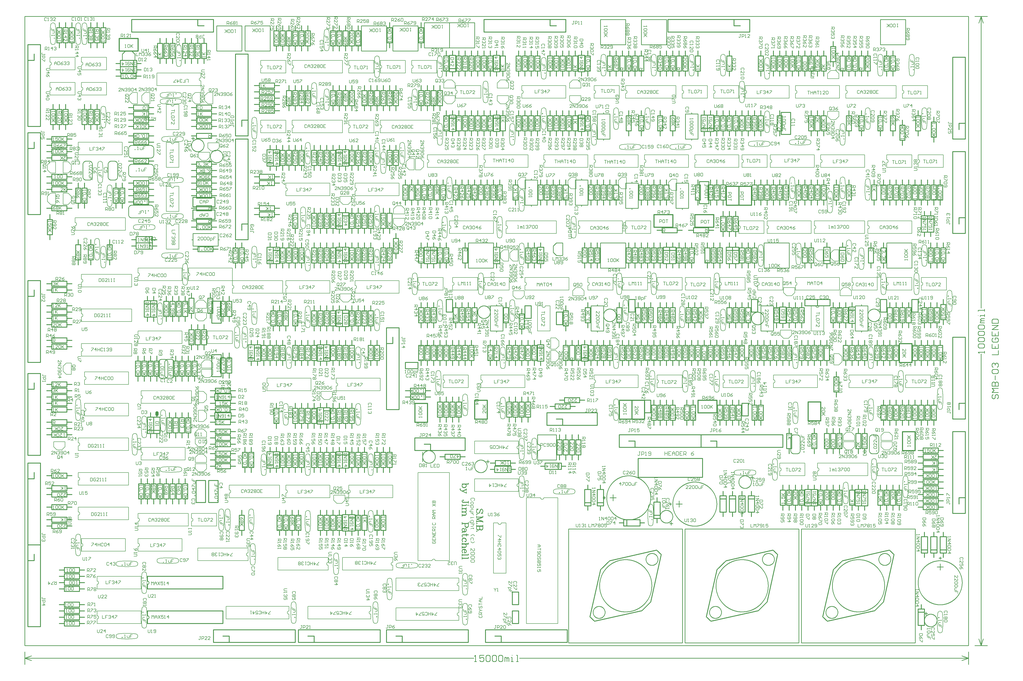
<source format=gto>
*%FSLAX23Y23*%
*%MOIN*%
G01*
%ADD11C,0.005*%
%ADD12C,0.006*%
%ADD13C,0.007*%
%ADD14C,0.008*%
%ADD15C,0.010*%
%ADD16C,0.012*%
%ADD17C,0.015*%
%ADD18C,0.020*%
%ADD19C,0.030*%
%ADD20C,0.032*%
%ADD21C,0.036*%
%ADD22C,0.042*%
%ADD23C,0.050*%
%ADD24C,0.050*%
%ADD25C,0.052*%
%ADD26C,0.055*%
%ADD27C,0.056*%
%ADD28C,0.059*%
%ADD29C,0.062*%
%ADD30C,0.066*%
%ADD31C,0.070*%
%ADD32C,0.070*%
%ADD33C,0.075*%
%ADD34C,0.079*%
%ADD35C,0.090*%
%ADD36C,0.100*%
%ADD37C,0.104*%
%ADD38C,0.125*%
%ADD39C,0.129*%
%ADD40C,0.140*%
%ADD41C,0.160*%
%ADD42C,0.225*%
%ADD43C,0.229*%
%ADD44C,0.250*%
%ADD45C,0.250*%
%ADD46R,0.062X0.062*%
%ADD47R,0.066X0.066*%
%ADD48R,0.250X0.250*%
D11*
X16743Y11442D02*
Y11458D01*
Y11450D01*
X16701D01*
X16693Y11458D01*
Y11467D01*
X16701Y11475D01*
X16693Y11425D02*
X16743D01*
Y11400D01*
X16735Y11392D01*
X16718D01*
X16710Y11400D01*
Y11425D01*
X16693Y11375D02*
Y11342D01*
Y11375D02*
X16726Y11342D01*
X16735D01*
X16743Y11350D01*
Y11367D01*
X16735Y11375D01*
X16743Y11325D02*
Y11292D01*
Y11325D02*
X16718D01*
X16726Y11308D01*
Y11300D01*
X16718Y11292D01*
X16701D01*
X16693Y11300D01*
Y11317D01*
X16701Y11325D01*
X16667Y9877D02*
Y9861D01*
Y9869D01*
X16709D01*
X16717Y9861D01*
Y9852D01*
X16709Y9844D01*
X16717Y9894D02*
X16667D01*
Y9919D01*
X16675Y9927D01*
X16692D01*
X16700Y9919D01*
Y9894D01*
X16717Y9944D02*
Y9961D01*
Y9952D01*
X16667D01*
X16668D01*
X16667D02*
X16675Y9944D01*
Y9986D02*
X16667Y9994D01*
Y10011D01*
X16675Y10019D01*
X16684D01*
X16685D01*
X16684D02*
X16685D01*
X16684D02*
X16685D01*
X16684D02*
X16692Y10011D01*
Y10002D01*
Y10011D01*
X16700Y10019D01*
X16709D01*
X16717Y10011D01*
Y9994D01*
X16709Y9986D01*
X16696Y8710D02*
X16688D01*
X16696D02*
Y8702D01*
X16688D01*
Y8710D01*
Y8668D02*
Y8652D01*
Y8660D01*
X16738D01*
X16739D01*
X16738D02*
X16730Y8668D01*
X16721Y8627D02*
X16696D01*
X16688Y8618D01*
Y8593D01*
X16721D01*
X16738Y8577D02*
Y8543D01*
Y8577D02*
X16713D01*
Y8560D01*
Y8577D01*
X16688D01*
X16810Y8672D02*
X16818Y8680D01*
Y8697D01*
X16810Y8705D01*
X16776D01*
X16768Y8697D01*
Y8680D01*
X16776Y8672D01*
Y8655D02*
X16768Y8647D01*
Y8630D01*
X16776Y8622D01*
X16810D01*
X16818Y8630D01*
Y8647D01*
X16810Y8655D01*
X16801D01*
X16793Y8647D01*
Y8622D01*
X16810Y8605D02*
X16818Y8597D01*
Y8580D01*
X16810Y8572D01*
X16776D01*
X16768Y8580D01*
Y8597D01*
X16776Y8605D01*
X16810D01*
X16678Y6873D02*
Y6857D01*
Y6865D01*
X16720D01*
X16728Y6857D01*
Y6848D01*
X16720Y6840D01*
X16728Y6890D02*
X16678D01*
Y6915D01*
X16686Y6923D01*
X16703D01*
X16711Y6915D01*
Y6890D01*
X16728Y6940D02*
Y6957D01*
Y6948D01*
X16678D01*
X16679D01*
X16678D02*
X16686Y6940D01*
Y6982D02*
X16678Y6990D01*
Y7007D01*
X16686Y7015D01*
X16695D01*
X16703Y7007D01*
X16711Y7015D01*
X16720D01*
X16728Y7007D01*
Y6990D01*
X16720Y6982D01*
X16711D01*
X16703Y6990D01*
X16695Y6982D01*
X16686D01*
X16703Y6990D02*
Y7007D01*
X16667Y5427D02*
Y5411D01*
Y5419D01*
X16709D01*
X16717Y5411D01*
Y5402D01*
X16709Y5394D01*
X16717Y5444D02*
X16667D01*
Y5469D01*
X16675Y5477D01*
X16692D01*
X16700Y5469D01*
Y5444D01*
X16717Y5494D02*
Y5511D01*
Y5502D01*
X16667D01*
X16668D01*
X16667D02*
X16675Y5494D01*
X16667Y5536D02*
Y5569D01*
X16675D01*
X16709Y5536D01*
X16717D01*
X15143Y11522D02*
X15135Y11538D01*
X15118Y11555D01*
X15101D01*
X15093Y11547D01*
Y11530D01*
X15101Y11522D01*
X15110D01*
X15118Y11530D01*
Y11555D01*
X15135Y11505D02*
X15143Y11497D01*
Y11480D01*
X15135Y11472D01*
X15126D01*
X15118Y11480D01*
X15110Y11472D01*
X15101D01*
X15093Y11480D01*
Y11497D01*
X15101Y11505D01*
X15110D01*
X15118Y11497D01*
X15126Y11505D01*
X15135D01*
X15118Y11497D02*
Y11480D01*
X15143Y11455D02*
X15093D01*
X15110D01*
X15143Y11422D01*
X15118Y11447D01*
X15093Y11422D01*
X15158Y11635D02*
X15208D01*
Y11610D01*
X15200Y11602D01*
X15183D01*
X15175Y11610D01*
Y11635D01*
Y11618D02*
X15158Y11602D01*
X15200Y11585D02*
X15208Y11577D01*
Y11560D01*
X15200Y11552D01*
X15191D01*
X15192D01*
X15191D02*
X15192D01*
X15191D02*
X15192D01*
X15191D02*
X15183Y11560D01*
Y11568D01*
Y11560D01*
X15175Y11552D01*
X15166D01*
X15158Y11560D01*
Y11577D01*
X15166Y11585D01*
X15200Y11518D02*
X15208Y11502D01*
X15200Y11518D02*
X15183Y11535D01*
X15166D01*
X15158Y11527D01*
Y11510D01*
X15166Y11502D01*
X15175D01*
X15183Y11510D01*
Y11535D01*
X15200Y11485D02*
X15208Y11477D01*
Y11460D01*
X15200Y11452D01*
X15166D01*
X15158Y11460D01*
Y11477D01*
X15166Y11485D01*
X15200D01*
X15288Y11533D02*
Y11550D01*
Y11542D02*
Y11533D01*
Y11542D02*
X15338D01*
X15339D01*
X15338D02*
X15330Y11550D01*
Y11508D02*
X15338Y11500D01*
Y11483D01*
X15330Y11475D01*
X15296D01*
X15288Y11483D01*
Y11500D01*
X15296Y11508D01*
X15330D01*
X15296Y11458D02*
X15288D01*
X15296D02*
Y11450D01*
X15288D01*
Y11458D01*
X15330Y11417D02*
X15338Y11408D01*
Y11392D01*
X15330Y11383D01*
X15296D01*
X15288Y11392D01*
Y11408D01*
X15296Y11417D01*
X15330D01*
X15338Y11367D02*
X15288D01*
X15305D01*
X15338Y11333D01*
X15313Y11358D01*
X15288Y11333D01*
X15263Y11580D02*
X15213D01*
X15263D02*
Y11555D01*
X15255Y11547D01*
X15238D01*
X15230Y11555D01*
Y11580D01*
Y11563D02*
X15213Y11547D01*
X15255Y11530D02*
X15263Y11522D01*
Y11505D01*
X15255Y11497D01*
X15246D01*
X15247D01*
X15246D02*
X15247D01*
X15246D02*
X15247D01*
X15246D02*
X15238Y11505D01*
Y11513D01*
Y11505D01*
X15230Y11497D01*
X15221D01*
X15213Y11505D01*
Y11522D01*
X15221Y11530D01*
X15263Y11480D02*
Y11447D01*
Y11480D02*
X15238D01*
X15246Y11463D01*
Y11455D01*
X15238Y11447D01*
X15221D01*
X15213Y11455D01*
Y11472D01*
X15221Y11480D01*
Y11430D02*
X15213Y11422D01*
Y11405D01*
X15221Y11397D01*
X15255D01*
X15263Y11405D01*
Y11422D01*
X15255Y11430D01*
X15246D01*
X15238Y11422D01*
Y11397D01*
X15383Y11605D02*
X15391D01*
Y11597D01*
X15383D01*
Y11605D01*
Y11563D02*
Y11547D01*
Y11555D01*
X15433D01*
X15434D01*
X15433D02*
X15425Y11563D01*
X15416Y11522D02*
X15391D01*
X15383Y11513D01*
Y11488D01*
X15416D01*
X15433Y11472D02*
Y11438D01*
Y11472D02*
X15408D01*
Y11455D01*
Y11472D01*
X15383D01*
X15510Y11622D02*
X15518Y11630D01*
Y11647D01*
X15510Y11655D01*
X15476D01*
X15468Y11647D01*
Y11630D01*
X15476Y11622D01*
X15468Y11605D02*
Y11572D01*
Y11605D02*
X15501Y11572D01*
X15510D01*
X15518Y11580D01*
Y11597D01*
X15510Y11605D01*
Y11555D02*
X15518Y11547D01*
Y11530D01*
X15510Y11522D01*
X15476D01*
X15468Y11530D01*
Y11547D01*
X15476Y11555D01*
X15510D01*
X15476Y11505D02*
X15468Y11497D01*
Y11480D01*
X15476Y11472D01*
X15510D01*
X15518Y11480D01*
Y11497D01*
X15510Y11505D01*
X15501D01*
X15493Y11497D01*
Y11472D01*
X15588Y11533D02*
Y11550D01*
Y11542D02*
Y11533D01*
Y11542D02*
X15638D01*
X15639D01*
X15638D02*
X15630Y11550D01*
Y11508D02*
X15638Y11500D01*
Y11483D01*
X15630Y11475D01*
X15596D01*
X15588Y11483D01*
Y11500D01*
X15596Y11508D01*
X15630D01*
X15596Y11458D02*
X15588D01*
X15596D02*
Y11450D01*
X15588D01*
Y11458D01*
X15630Y11417D02*
X15638Y11408D01*
Y11392D01*
X15630Y11383D01*
X15596D01*
X15588Y11392D01*
Y11408D01*
X15596Y11417D01*
X15630D01*
X15638Y11367D02*
X15588D01*
X15605D01*
X15638Y11333D01*
X15613Y11358D01*
X15588Y11333D01*
X15663Y11645D02*
X15713D01*
Y11620D01*
X15705Y11612D01*
X15688D01*
X15680Y11620D01*
Y11645D01*
Y11628D02*
X15663Y11612D01*
X15705Y11595D02*
X15713Y11587D01*
Y11570D01*
X15705Y11562D01*
X15696D01*
X15697D01*
X15696D02*
X15697D01*
X15696D02*
X15697D01*
X15696D02*
X15688Y11570D01*
Y11578D01*
Y11570D01*
X15680Y11562D01*
X15671D01*
X15663Y11570D01*
Y11587D01*
X15671Y11595D01*
X15713Y11545D02*
Y11512D01*
X15705D01*
X15671Y11545D01*
X15663D01*
X15713Y11495D02*
Y11462D01*
X15705D01*
X15671Y11495D01*
X15663D01*
X16283Y11610D02*
X16291D01*
Y11602D01*
X16283D01*
Y11610D01*
Y11568D02*
Y11552D01*
Y11560D01*
X16333D01*
X16334D01*
X16333D02*
X16325Y11568D01*
X16316Y11527D02*
X16291D01*
X16283Y11518D01*
Y11493D01*
X16316D01*
X16333Y11477D02*
Y11443D01*
Y11477D02*
X16308D01*
Y11460D01*
Y11477D01*
X16283D01*
X16405Y11662D02*
X16413Y11670D01*
Y11687D01*
X16405Y11695D01*
X16371D01*
X16363Y11687D01*
Y11670D01*
X16371Y11662D01*
X16363Y11645D02*
Y11612D01*
Y11645D02*
X16396Y11612D01*
X16405D01*
X16413Y11620D01*
Y11637D01*
X16405Y11645D01*
Y11595D02*
X16413Y11587D01*
Y11570D01*
X16405Y11562D01*
X16371D01*
X16363Y11570D01*
Y11587D01*
X16371Y11595D01*
X16405D01*
Y11545D02*
X16413Y11537D01*
Y11520D01*
X16405Y11512D01*
X16396D01*
X16388Y11520D01*
X16380Y11512D01*
X16371D01*
X16363Y11520D01*
Y11537D01*
X16371Y11545D01*
X16380D01*
X16388Y11537D01*
X16396Y11545D01*
X16405D01*
X16388Y11537D02*
Y11520D01*
X16188Y11538D02*
Y11555D01*
Y11547D02*
Y11538D01*
Y11547D02*
X16238D01*
X16239D01*
X16238D02*
X16230Y11555D01*
Y11513D02*
X16238Y11505D01*
Y11488D01*
X16230Y11480D01*
X16196D01*
X16188Y11488D01*
Y11505D01*
X16196Y11513D01*
X16230D01*
Y11463D02*
X16238Y11455D01*
Y11438D01*
X16230Y11430D01*
X16196D01*
X16188Y11438D01*
Y11455D01*
X16196Y11463D01*
X16230D01*
X16238Y11413D02*
X16188D01*
X16205D01*
X16238Y11380D01*
X16213Y11405D01*
X16188Y11380D01*
X16168Y11670D02*
X16118D01*
X16168D02*
Y11645D01*
X16160Y11637D01*
X16143D01*
X16135Y11645D01*
Y11670D01*
Y11653D02*
X16118Y11637D01*
X16160Y11620D02*
X16168Y11612D01*
Y11595D01*
X16160Y11587D01*
X16151D01*
X16152D01*
X16151D02*
X16152D01*
X16151D02*
X16152D01*
X16151D02*
X16143Y11595D01*
Y11603D01*
Y11595D01*
X16135Y11587D01*
X16126D01*
X16118Y11595D01*
Y11612D01*
X16126Y11620D01*
X16160Y11553D02*
X16168Y11537D01*
X16160Y11553D02*
X16143Y11570D01*
X16126D01*
X16118Y11562D01*
Y11545D01*
X16126Y11537D01*
X16135D01*
X16143Y11545D01*
Y11570D01*
X16118Y11495D02*
X16168D01*
X16143Y11520D01*
Y11487D01*
X15838Y11522D02*
X15830Y11538D01*
X15813Y11555D01*
X15796D01*
X15788Y11547D01*
Y11530D01*
X15796Y11522D01*
X15805D01*
X15813Y11530D01*
Y11555D01*
X15830Y11505D02*
X15838Y11497D01*
Y11480D01*
X15830Y11472D01*
X15821D01*
X15813Y11480D01*
X15805Y11472D01*
X15796D01*
X15788Y11480D01*
Y11497D01*
X15796Y11505D01*
X15805D01*
X15813Y11497D01*
X15821Y11505D01*
X15830D01*
X15813Y11497D02*
Y11480D01*
X15838Y11455D02*
X15788D01*
X15805D01*
X15838Y11422D01*
X15813Y11447D01*
X15788Y11422D01*
X15863Y11675D02*
X15913D01*
Y11650D01*
X15905Y11642D01*
X15888D01*
X15880Y11650D01*
Y11675D01*
Y11658D02*
X15863Y11642D01*
X15905Y11625D02*
X15913Y11617D01*
Y11600D01*
X15905Y11592D01*
X15896D01*
X15897D01*
X15896D02*
X15897D01*
X15896D02*
X15897D01*
X15896D02*
X15888Y11600D01*
Y11608D01*
Y11600D01*
X15880Y11592D01*
X15871D01*
X15863Y11600D01*
Y11617D01*
X15871Y11625D01*
X15913Y11575D02*
Y11542D01*
X15905D01*
X15871Y11575D01*
X15863D01*
X15905Y11508D02*
X15913Y11492D01*
X15905Y11508D02*
X15888Y11525D01*
X15871D01*
X15863Y11517D01*
Y11500D01*
X15871Y11492D01*
X15880D01*
X15888Y11500D01*
Y11525D01*
X15638Y12300D02*
X15630D01*
Y12308D01*
X15638D01*
Y12300D01*
Y12342D02*
Y12358D01*
Y12350D01*
X15588D01*
X15589D01*
X15588D02*
X15596Y12342D01*
X15605Y12383D02*
X15630D01*
X15638Y12392D01*
Y12417D01*
X15605D01*
X15588Y12433D02*
Y12467D01*
Y12433D02*
X15613D01*
Y12450D01*
Y12433D01*
X15638D01*
X15550Y12522D02*
X15558Y12530D01*
Y12547D01*
X15550Y12555D01*
X15516D01*
X15508Y12547D01*
Y12530D01*
X15516Y12522D01*
X15508Y12505D02*
Y12488D01*
Y12497D01*
X15558D01*
X15559D01*
X15558D02*
X15550Y12505D01*
X15508Y12463D02*
Y12447D01*
Y12455D01*
X15558D01*
X15559D01*
X15558D02*
X15550Y12463D01*
X15558Y12422D02*
Y12388D01*
X15550D01*
X15516Y12422D01*
X15508D01*
X16135Y12300D02*
X16143D01*
X16135D02*
Y12308D01*
X16143D01*
Y12300D01*
Y12342D02*
Y12358D01*
Y12350D01*
X16093D01*
X16094D01*
X16093D02*
X16101Y12342D01*
X16110Y12383D02*
X16135D01*
X16143Y12392D01*
Y12417D01*
X16110D01*
X16093Y12433D02*
Y12467D01*
Y12433D02*
X16118D01*
Y12450D01*
Y12433D01*
X16143D01*
X16220Y12462D02*
X16228Y12470D01*
Y12487D01*
X16220Y12495D01*
X16186D01*
X16178Y12487D01*
Y12470D01*
X16186Y12462D01*
X16178Y12445D02*
Y12428D01*
Y12437D01*
X16228D01*
X16229D01*
X16228D02*
X16220Y12445D01*
Y12403D02*
X16228Y12395D01*
Y12378D01*
X16220Y12370D01*
X16186D01*
X16178Y12378D01*
Y12395D01*
X16186Y12403D01*
X16220D01*
Y12353D02*
X16228Y12345D01*
Y12328D01*
X16220Y12320D01*
X16186D01*
X16178Y12328D01*
Y12345D01*
X16186Y12353D01*
X16220D01*
X16081Y11965D02*
X16048D01*
X16065D02*
X16081D01*
X16065D02*
Y11915D01*
X16098D02*
Y11965D01*
Y11915D02*
X16131D01*
X16148Y11957D02*
X16156Y11965D01*
X16173D01*
X16181Y11957D01*
Y11923D01*
X16173Y11915D01*
X16156D01*
X16148Y11923D01*
Y11957D01*
X16198Y11965D02*
X16231D01*
Y11957D01*
X16198Y11923D01*
Y11915D01*
X16248D02*
X16265D01*
X16256D01*
Y11965D01*
X16257D01*
X16256D02*
X16248Y11957D01*
X15988Y11755D02*
Y11713D01*
X15996Y11705D01*
X16013D01*
X16021Y11713D01*
Y11755D01*
X16038D02*
X16071D01*
Y11747D01*
X16038Y11713D01*
Y11705D01*
X16113D02*
Y11755D01*
X16088Y11730D01*
X16121D01*
X15281Y11967D02*
X15273Y11975D01*
X15256D01*
X15248Y11967D01*
Y11933D01*
X15256Y11925D01*
X15273D01*
X15281Y11933D01*
X15298Y11925D02*
Y11958D01*
X15315Y11975D01*
X15331Y11958D01*
Y11925D01*
Y11950D01*
X15298D01*
X15348Y11967D02*
X15356Y11975D01*
X15373D01*
X15381Y11967D01*
Y11958D01*
X15382D01*
X15381D02*
X15382D01*
X15381D02*
X15382D01*
X15381D02*
X15373Y11950D01*
X15365D01*
X15373D01*
X15381Y11942D01*
Y11933D01*
X15373Y11925D01*
X15356D01*
X15348Y11933D01*
X15398Y11925D02*
X15431D01*
X15398D02*
X15431Y11958D01*
Y11967D01*
X15423Y11975D01*
X15406D01*
X15398Y11967D01*
X15448D02*
X15456Y11975D01*
X15473D01*
X15481Y11967D01*
Y11958D01*
X15473Y11950D01*
X15481Y11942D01*
Y11933D01*
X15473Y11925D01*
X15456D01*
X15448Y11933D01*
Y11942D01*
X15456Y11950D01*
X15448Y11958D01*
Y11967D01*
X15456Y11950D02*
X15473D01*
X15498Y11967D02*
X15506Y11975D01*
X15523D01*
X15531Y11967D01*
Y11933D01*
X15523Y11925D01*
X15506D01*
X15498Y11933D01*
Y11967D01*
X15548Y11975D02*
X15581D01*
X15548D02*
Y11925D01*
X15581D01*
X15565Y11950D02*
X15548D01*
X15088Y11755D02*
Y11713D01*
X15096Y11705D01*
X15113D01*
X15121Y11713D01*
Y11755D01*
X15138D02*
X15171D01*
Y11747D01*
X15138Y11713D01*
Y11705D01*
X15188D02*
X15221D01*
X15188D02*
X15221Y11738D01*
Y11747D01*
X15213Y11755D01*
X15196D01*
X15188Y11747D01*
X15788Y12483D02*
Y12500D01*
Y12492D02*
Y12483D01*
Y12492D02*
X15838D01*
X15839D01*
X15838D02*
X15830Y12500D01*
Y12458D02*
X15838Y12450D01*
Y12433D01*
X15830Y12425D01*
X15796D01*
X15788Y12433D01*
Y12450D01*
X15796Y12458D01*
X15830D01*
X15796Y12408D02*
X15788D01*
X15796D02*
Y12400D01*
X15788D01*
Y12408D01*
X15830Y12367D02*
X15838Y12358D01*
Y12342D01*
X15830Y12333D01*
X15796D01*
X15788Y12342D01*
Y12358D01*
X15796Y12367D01*
X15830D01*
X15838Y12317D02*
X15788D01*
X15805D01*
X15838Y12283D01*
X15813Y12308D01*
X15788Y12283D01*
X15863Y12475D02*
X15913D01*
Y12450D01*
X15905Y12442D01*
X15888D01*
X15880Y12450D01*
Y12475D01*
Y12458D02*
X15863Y12442D01*
X15905Y12425D02*
X15913Y12417D01*
Y12400D01*
X15905Y12392D01*
X15896D01*
X15897D01*
X15896D02*
X15897D01*
X15896D02*
X15897D01*
X15896D02*
X15888Y12400D01*
Y12408D01*
Y12400D01*
X15880Y12392D01*
X15871D01*
X15863Y12400D01*
Y12417D01*
X15871Y12425D01*
X15905Y12358D02*
X15913Y12342D01*
X15905Y12358D02*
X15888Y12375D01*
X15871D01*
X15863Y12367D01*
Y12350D01*
X15871Y12342D01*
X15880D01*
X15888Y12350D01*
Y12375D01*
X15905Y12325D02*
X15913Y12317D01*
Y12300D01*
X15905Y12292D01*
X15896D01*
X15888Y12300D01*
X15880Y12292D01*
X15871D01*
X15863Y12300D01*
Y12317D01*
X15871Y12325D01*
X15880D01*
X15888Y12317D01*
X15896Y12325D01*
X15905D01*
X15888Y12317D02*
Y12300D01*
X15733Y12300D02*
Y12317D01*
Y12308D01*
X15683D01*
X15684D01*
X15683D02*
X15691Y12300D01*
Y12342D02*
X15683Y12350D01*
Y12367D01*
X15691Y12375D01*
X15725D01*
X15733Y12367D01*
Y12350D01*
X15725Y12342D01*
X15691D01*
X15725Y12392D02*
X15733D01*
X15725D02*
Y12400D01*
X15733D01*
Y12392D01*
X15691Y12433D02*
X15683Y12442D01*
Y12458D01*
X15691Y12467D01*
X15725D01*
X15733Y12458D01*
Y12442D01*
X15725Y12433D01*
X15691D01*
X15683Y12483D02*
X15733D01*
X15716D01*
X15683Y12517D01*
X15708Y12492D01*
X15733Y12517D01*
X15503Y12600D02*
Y12650D01*
X15528D01*
X15536Y12642D01*
Y12625D01*
X15528Y12617D01*
X15503D01*
X15520D02*
X15536Y12600D01*
X15553Y12642D02*
X15561Y12650D01*
X15578D01*
X15586Y12642D01*
Y12633D01*
X15587D01*
X15586D02*
X15587D01*
X15586D02*
X15587D01*
X15586D02*
X15578Y12625D01*
X15570D01*
X15578D01*
X15586Y12617D01*
Y12608D01*
X15578Y12600D01*
X15561D01*
X15553Y12608D01*
X15603Y12650D02*
X15636D01*
Y12642D01*
X15603Y12608D01*
Y12600D01*
X15653Y12642D02*
X15661Y12650D01*
X15678D01*
X15686Y12642D01*
Y12633D01*
X15687D01*
X15686D02*
X15687D01*
X15686D02*
X15687D01*
X15686D02*
X15678Y12625D01*
X15670D01*
X15678D01*
X15686Y12617D01*
Y12608D01*
X15678Y12600D01*
X15661D01*
X15653Y12608D01*
X15333Y12300D02*
X15283D01*
Y12325D01*
X15291Y12333D01*
X15308D01*
X15316Y12325D01*
Y12300D01*
Y12317D02*
X15333Y12333D01*
X15333Y12835D02*
X15283D01*
X15333D02*
Y12810D01*
X15325Y12802D01*
X15308D01*
X15300Y12810D01*
Y12835D01*
Y12818D02*
X15283Y12802D01*
X15325Y12785D02*
X15333Y12777D01*
Y12760D01*
X15325Y12752D01*
X15316D01*
X15317D01*
X15316D02*
X15317D01*
X15316D02*
X15317D01*
X15316D02*
X15308Y12760D01*
Y12768D01*
Y12760D01*
X15300Y12752D01*
X15291D01*
X15283Y12760D01*
Y12777D01*
X15291Y12785D01*
X15333Y12735D02*
Y12702D01*
Y12735D02*
X15308D01*
X15316Y12718D01*
Y12710D01*
X15308Y12702D01*
X15291D01*
X15283Y12710D01*
Y12727D01*
X15291Y12735D01*
X15333Y12685D02*
Y12652D01*
Y12685D02*
X15308D01*
X15316Y12668D01*
Y12660D01*
X15308Y12652D01*
X15291D01*
X15283Y12660D01*
Y12677D01*
X15291Y12685D01*
X15233Y12317D02*
Y12300D01*
Y12308D02*
Y12317D01*
Y12308D02*
X15183D01*
X15184D01*
X15183D02*
X15191Y12300D01*
Y12342D02*
X15183Y12350D01*
Y12367D01*
X15191Y12375D01*
X15225D01*
X15233Y12367D01*
Y12350D01*
X15225Y12342D01*
X15191D01*
X15225Y12392D02*
X15233D01*
X15225D02*
Y12400D01*
X15233D01*
Y12392D01*
X15191Y12433D02*
X15183Y12442D01*
Y12458D01*
X15191Y12467D01*
X15225D01*
X15233Y12458D01*
Y12442D01*
X15225Y12433D01*
X15191D01*
X15183Y12483D02*
X15233D01*
X15216D01*
X15183Y12517D01*
X15208Y12492D01*
X15233Y12517D01*
X15233Y12835D02*
X15183D01*
X15233D02*
Y12810D01*
X15225Y12802D01*
X15208D01*
X15200Y12810D01*
Y12835D01*
Y12818D02*
X15183Y12802D01*
X15225Y12785D02*
X15233Y12777D01*
Y12760D01*
X15225Y12752D01*
X15216D01*
X15217D01*
X15216D02*
X15217D01*
X15216D02*
X15217D01*
X15216D02*
X15208Y12760D01*
Y12768D01*
Y12760D01*
X15200Y12752D01*
X15191D01*
X15183Y12760D01*
Y12777D01*
X15191Y12785D01*
X15233Y12735D02*
Y12702D01*
Y12735D02*
X15208D01*
X15216Y12718D01*
Y12710D01*
X15208Y12702D01*
X15191D01*
X15183Y12710D01*
Y12727D01*
X15191Y12735D01*
X15183Y12660D02*
X15233D01*
X15208Y12685D01*
Y12652D01*
X15138Y12317D02*
Y12300D01*
Y12308D02*
Y12317D01*
Y12308D02*
X15088D01*
X15089D01*
X15088D02*
X15096Y12300D01*
Y12342D02*
X15088Y12350D01*
Y12367D01*
X15096Y12375D01*
X15130D01*
X15138Y12367D01*
Y12350D01*
X15130Y12342D01*
X15096D01*
X15130Y12392D02*
X15138D01*
X15130D02*
Y12400D01*
X15138D01*
Y12392D01*
X15096Y12433D02*
X15088Y12442D01*
Y12458D01*
X15096Y12467D01*
X15130D01*
X15138Y12458D01*
Y12442D01*
X15130Y12433D01*
X15096D01*
X15088Y12483D02*
X15138D01*
X15121D01*
X15088Y12517D01*
X15113Y12492D01*
X15138Y12517D01*
X15133Y12835D02*
X15083D01*
X15133D02*
Y12810D01*
X15125Y12802D01*
X15108D01*
X15100Y12810D01*
Y12835D01*
Y12818D02*
X15083Y12802D01*
X15125Y12785D02*
X15133Y12777D01*
Y12760D01*
X15125Y12752D01*
X15116D01*
X15117D01*
X15116D02*
X15117D01*
X15116D02*
X15117D01*
X15116D02*
X15108Y12760D01*
Y12768D01*
Y12760D01*
X15100Y12752D01*
X15091D01*
X15083Y12760D01*
Y12777D01*
X15091Y12785D01*
X15133Y12735D02*
Y12702D01*
Y12735D02*
X15108D01*
X15116Y12718D01*
Y12710D01*
X15108Y12702D01*
X15091D01*
X15083Y12710D01*
Y12727D01*
X15091Y12735D01*
X15083Y12685D02*
Y12652D01*
Y12685D02*
X15116Y12652D01*
X15125D01*
X15133Y12660D01*
Y12677D01*
X15125Y12685D01*
X15383Y12510D02*
Y12477D01*
Y12510D02*
X15416Y12477D01*
X15425D01*
X15433Y12485D01*
Y12502D01*
X15425Y12510D01*
Y12460D02*
X15433Y12452D01*
Y12435D01*
X15425Y12427D01*
X15391D01*
X15383Y12435D01*
Y12452D01*
X15391Y12460D01*
X15425D01*
Y12410D02*
X15433Y12402D01*
Y12385D01*
X15425Y12377D01*
X15391D01*
X15383Y12385D01*
Y12402D01*
X15391Y12410D01*
X15425D01*
X15433Y12360D02*
X15383D01*
X15400D01*
X15433Y12327D01*
X15408Y12352D01*
X15383Y12327D01*
X15388Y12830D02*
X15438D01*
Y12805D01*
X15430Y12797D01*
X15413D01*
X15405Y12805D01*
Y12830D01*
Y12813D02*
X15388Y12797D01*
X15430Y12763D02*
X15438Y12747D01*
X15430Y12763D02*
X15413Y12780D01*
X15396D01*
X15388Y12772D01*
Y12755D01*
X15396Y12747D01*
X15405D01*
X15413Y12755D01*
Y12780D01*
X15396Y12730D02*
X15388Y12722D01*
Y12705D01*
X15396Y12697D01*
X15430D01*
X15438Y12705D01*
Y12722D01*
X15430Y12730D01*
X15421D01*
X15413Y12722D01*
Y12697D01*
X15430Y12680D02*
X15438Y12672D01*
Y12655D01*
X15430Y12647D01*
X15396D01*
X15388Y12655D01*
Y12672D01*
X15396Y12680D01*
X15430D01*
X15876Y13030D02*
X15893D01*
X15885D02*
X15876D01*
X15885D02*
Y12980D01*
X15886D01*
X15885D02*
X15893Y12988D01*
X15851D02*
X15843Y12980D01*
X15826D01*
X15818Y12988D01*
Y13022D01*
X15826Y13030D01*
X15843D01*
X15851Y13022D01*
Y12988D01*
X15801D02*
X15793Y12980D01*
X15776D01*
X15768Y12988D01*
Y13022D01*
X15776Y13030D01*
X15793D01*
X15801Y13022D01*
Y12988D01*
X15751Y12980D02*
Y13030D01*
Y13013D01*
X15718Y12980D01*
X15743Y13005D01*
X15718Y13030D01*
X16028Y12960D02*
X16078D01*
Y12935D01*
X16070Y12927D01*
X16053D01*
X16045Y12935D01*
Y12960D01*
Y12943D02*
X16028Y12927D01*
X16070Y12893D02*
X16078Y12877D01*
X16070Y12893D02*
X16053Y12910D01*
X16036D01*
X16028Y12902D01*
Y12885D01*
X16036Y12877D01*
X16045D01*
X16053Y12885D01*
Y12910D01*
X16070Y12860D02*
X16078Y12852D01*
Y12835D01*
X16070Y12827D01*
X16061D01*
X16053Y12835D01*
X16045Y12827D01*
X16036D01*
X16028Y12835D01*
Y12852D01*
X16036Y12860D01*
X16045D01*
X16053Y12852D01*
X16061Y12860D01*
X16070D01*
X16053Y12852D02*
Y12835D01*
X16036Y12810D02*
X16028Y12802D01*
Y12785D01*
X16036Y12777D01*
X16070D01*
X16078Y12785D01*
Y12802D01*
X16070Y12810D01*
X16061D01*
X16053Y12802D01*
Y12777D01*
X16438Y11455D02*
Y11438D01*
Y11447D01*
X16488D01*
X16489D01*
X16488D02*
X16480Y11455D01*
X16446Y11413D02*
X16438D01*
X16446D02*
Y11405D01*
X16438D01*
Y11413D01*
X16480Y11372D02*
X16488Y11363D01*
Y11347D01*
X16480Y11338D01*
X16446D01*
X16438Y11347D01*
Y11363D01*
X16446Y11372D01*
X16480D01*
Y11322D02*
X16488Y11313D01*
Y11297D01*
X16480Y11288D01*
X16446D01*
X16438Y11297D01*
Y11313D01*
X16446Y11322D01*
X16480D01*
X16488Y11272D02*
X16438D01*
X16455D01*
X16488Y11238D01*
X16463Y11263D01*
X16438Y11238D01*
X16503Y11645D02*
X16553D01*
Y11620D01*
X16545Y11612D01*
X16528D01*
X16520Y11620D01*
Y11645D01*
Y11628D02*
X16503Y11612D01*
X16553Y11595D02*
Y11562D01*
X16545D01*
X16511Y11595D01*
X16503D01*
X16545Y11545D02*
X16553Y11537D01*
Y11520D01*
X16545Y11512D01*
X16511D01*
X16503Y11520D01*
Y11537D01*
X16511Y11545D01*
X16545D01*
X16553Y11495D02*
Y11462D01*
X16545D01*
X16511Y11495D01*
X16503D01*
X15438Y10315D02*
X15430D01*
Y10323D01*
X15438D01*
Y10315D01*
Y10357D02*
Y10373D01*
Y10365D01*
X15388D01*
X15389D01*
X15388D02*
X15396Y10357D01*
X15405Y10398D02*
X15430D01*
X15438Y10407D01*
Y10432D01*
X15405D01*
X15388Y10448D02*
Y10482D01*
Y10448D02*
X15413D01*
Y10465D01*
Y10448D01*
X15438D01*
X15430Y10677D02*
X15438Y10685D01*
Y10702D01*
X15430Y10710D01*
X15396D01*
X15388Y10702D01*
Y10685D01*
X15396Y10677D01*
X15388Y10635D02*
X15438D01*
X15413Y10660D01*
Y10627D01*
X15388Y10610D02*
Y10593D01*
Y10602D01*
X15438D01*
X15439D01*
X15438D02*
X15430Y10610D01*
X16388Y9965D02*
Y9948D01*
Y9957D01*
X16438D01*
X16439D01*
X16438D02*
X16430Y9965D01*
X16438Y9923D02*
X16388D01*
Y9890D02*
X16438Y9923D01*
Y9890D02*
X16388D01*
X16438Y9873D02*
Y9840D01*
X16430D01*
X16396Y9873D01*
X16388D01*
X16438Y9823D02*
Y9790D01*
Y9823D02*
X16413D01*
X16421Y9807D01*
Y9798D01*
X16413Y9790D01*
X16396D01*
X16388Y9798D01*
Y9815D01*
X16396Y9823D01*
X16388Y9773D02*
Y9757D01*
Y9765D01*
X16438D01*
X16439D01*
X16438D02*
X16430Y9773D01*
X16473Y9940D02*
X16523D01*
X16473D02*
Y9915D01*
X16481Y9907D01*
X16515D01*
X16523Y9915D01*
Y9940D01*
X16515Y9873D02*
X16523Y9857D01*
X16515Y9873D02*
X16498Y9890D01*
X16481D01*
X16473Y9882D01*
Y9865D01*
X16481Y9857D01*
X16490D01*
X16498Y9865D01*
Y9890D01*
X16473Y9840D02*
Y9823D01*
Y9832D01*
X16523D01*
X16524D01*
X16523D02*
X16515Y9840D01*
X16288Y9943D02*
Y9960D01*
Y9952D02*
Y9943D01*
Y9952D02*
X16338D01*
X16339D01*
X16338D02*
X16330Y9960D01*
X16338Y9918D02*
X16288D01*
Y9885D02*
X16338Y9918D01*
Y9885D02*
X16288D01*
X16338Y9868D02*
Y9835D01*
X16330D01*
X16296Y9868D01*
X16288D01*
X16338Y9818D02*
Y9785D01*
Y9818D02*
X16313D01*
X16321Y9802D01*
Y9793D01*
X16313Y9785D01*
X16296D01*
X16288Y9793D01*
Y9810D01*
X16296Y9818D01*
X16288Y9768D02*
Y9752D01*
Y9760D01*
X16338D01*
X16339D01*
X16338D02*
X16330Y9768D01*
X16253Y9795D02*
X16203D01*
Y9770D01*
X16211Y9762D01*
X16245D01*
X16253Y9770D01*
Y9795D01*
X16245Y9728D02*
X16253Y9712D01*
X16245Y9728D02*
X16228Y9745D01*
X16211D01*
X16203Y9737D01*
Y9720D01*
X16211Y9712D01*
X16220D01*
X16228Y9720D01*
Y9745D01*
X16203Y9695D02*
Y9662D01*
Y9695D02*
X16236Y9662D01*
X16245D01*
X16253Y9670D01*
Y9687D01*
X16245Y9695D01*
X15836Y10860D02*
X15803D01*
X15820D02*
X15836D01*
X15820D02*
Y10810D01*
X15853D02*
Y10860D01*
Y10810D02*
X15886D01*
X15903Y10852D02*
X15911Y10860D01*
X15928D01*
X15936Y10852D01*
Y10818D01*
X15928Y10810D01*
X15911D01*
X15903Y10818D01*
Y10852D01*
X15953Y10860D02*
X15986D01*
Y10852D01*
X15953Y10818D01*
Y10810D01*
X16003D02*
X16020D01*
X16011D01*
Y10860D01*
X16012D01*
X16011D02*
X16003Y10852D01*
X15690Y10675D02*
X15648D01*
X15690D02*
X15698Y10683D01*
Y10700D01*
X15690Y10708D01*
X15648D01*
X15698Y10725D02*
Y10742D01*
Y10733D01*
X15648D01*
X15649D01*
X15648D02*
X15656Y10725D01*
Y10767D02*
X15648Y10775D01*
Y10792D01*
X15656Y10800D01*
X15665D01*
X15666D01*
X15665D02*
X15666D01*
X15665D02*
X15666D01*
X15665D02*
X15673Y10792D01*
Y10783D01*
Y10792D01*
X15681Y10800D01*
X15690D01*
X15698Y10792D01*
Y10775D01*
X15690Y10767D01*
X15648Y10817D02*
Y10850D01*
X15656D01*
X15690Y10817D01*
X15698D01*
X15988Y11200D02*
Y11217D01*
Y11208D01*
X15938D01*
X15939D01*
X15938D02*
X15946Y11200D01*
X15980Y11242D02*
X15988D01*
X15980D02*
Y11250D01*
X15988D01*
Y11242D01*
X15946Y11283D02*
X15938Y11292D01*
Y11308D01*
X15946Y11317D01*
X15980D01*
X15988Y11308D01*
Y11292D01*
X15980Y11283D01*
X15946D01*
Y11333D02*
X15938Y11342D01*
Y11358D01*
X15946Y11367D01*
X15980D01*
X15988Y11358D01*
Y11342D01*
X15980Y11333D01*
X15946D01*
X15938Y11383D02*
X15988D01*
X15971D01*
X15938Y11417D01*
X15963Y11392D01*
X15988Y11417D01*
X16013Y11405D02*
X16063D01*
Y11380D01*
X16055Y11372D01*
X16038D01*
X16030Y11380D01*
Y11405D01*
Y11388D02*
X16013Y11372D01*
X16063Y11355D02*
Y11322D01*
X16055D01*
X16021Y11355D01*
X16013D01*
X16055Y11305D02*
X16063Y11297D01*
Y11280D01*
X16055Y11272D01*
X16021D01*
X16013Y11280D01*
Y11297D01*
X16021Y11305D01*
X16055D01*
Y11238D02*
X16063Y11222D01*
X16055Y11238D02*
X16038Y11255D01*
X16021D01*
X16013Y11247D01*
Y11230D01*
X16021Y11222D01*
X16030D01*
X16038Y11230D01*
Y11255D01*
X16298Y10870D02*
X16331D01*
X16315D01*
Y10820D01*
X16348D02*
Y10870D01*
Y10820D02*
X16381D01*
X16398Y10862D02*
X16406Y10870D01*
X16423D01*
X16431Y10862D01*
Y10828D01*
X16423Y10820D01*
X16406D01*
X16398Y10828D01*
Y10862D01*
X16448Y10870D02*
X16481D01*
Y10862D01*
X16448Y10828D01*
Y10820D01*
X16498D02*
X16515D01*
X16506D01*
Y10870D01*
X16507D01*
X16506D02*
X16498Y10862D01*
X16190Y10700D02*
X16148D01*
X16190D02*
X16198Y10708D01*
Y10725D01*
X16190Y10733D01*
X16148D01*
X16198Y10750D02*
Y10767D01*
Y10758D01*
X16148D01*
X16149D01*
X16148D02*
X16156Y10750D01*
Y10792D02*
X16148Y10800D01*
Y10817D01*
X16156Y10825D01*
X16165D01*
X16166D01*
X16165D02*
X16166D01*
X16165D02*
X16166D01*
X16165D02*
X16173Y10817D01*
Y10808D01*
Y10817D01*
X16181Y10825D01*
X16190D01*
X16198Y10817D01*
Y10800D01*
X16190Y10792D01*
X16156Y10842D02*
X16148Y10850D01*
Y10867D01*
X16156Y10875D01*
X16165D01*
X16173Y10867D01*
X16181Y10875D01*
X16190D01*
X16198Y10867D01*
Y10850D01*
X16190Y10842D01*
X16181D01*
X16173Y10850D01*
X16165Y10842D01*
X16156D01*
X16173Y10850D02*
Y10867D01*
X16538Y10460D02*
Y10443D01*
Y10452D01*
X16588D01*
X16589D01*
X16588D02*
X16580Y10460D01*
X16546Y10418D02*
X16538D01*
X16546D02*
Y10410D01*
X16538D01*
Y10418D01*
X16580Y10377D02*
X16588Y10368D01*
Y10352D01*
X16580Y10343D01*
X16546D01*
X16538Y10352D01*
Y10368D01*
X16546Y10377D01*
X16580D01*
Y10327D02*
X16588Y10318D01*
Y10302D01*
X16580Y10293D01*
X16546D01*
X16538Y10302D01*
Y10318D01*
X16546Y10327D01*
X16580D01*
X16588Y10277D02*
X16538D01*
X16571Y10260D02*
X16588Y10277D01*
X16571Y10260D02*
X16588Y10243D01*
X16538D01*
X16623Y10620D02*
X16673D01*
Y10595D01*
X16665Y10587D01*
X16648D01*
X16640Y10595D01*
Y10620D01*
Y10603D02*
X16623Y10587D01*
X16673Y10570D02*
Y10537D01*
X16665D01*
X16631Y10570D01*
X16623D01*
X16665Y10520D02*
X16673Y10512D01*
Y10495D01*
X16665Y10487D01*
X16631D01*
X16623Y10495D01*
Y10512D01*
X16631Y10520D01*
X16665D01*
X16631Y10470D02*
X16623Y10462D01*
Y10445D01*
X16631Y10437D01*
X16665D01*
X16673Y10445D01*
Y10462D01*
X16665Y10470D01*
X16656D01*
X16648Y10462D01*
Y10437D01*
X16493Y10252D02*
Y10235D01*
Y10243D02*
Y10252D01*
Y10243D02*
X16443D01*
X16444D01*
X16443D02*
X16451Y10235D01*
X16485Y10277D02*
X16493D01*
X16485D02*
Y10285D01*
X16493D01*
Y10277D01*
X16451Y10318D02*
X16443Y10327D01*
Y10343D01*
X16451Y10352D01*
X16485D01*
X16493Y10343D01*
Y10327D01*
X16485Y10318D01*
X16451D01*
Y10368D02*
X16443Y10377D01*
Y10393D01*
X16451Y10402D01*
X16485D01*
X16493Y10393D01*
Y10377D01*
X16485Y10368D01*
X16451D01*
X16443Y10418D02*
X16493D01*
X16460Y10435D02*
X16443Y10418D01*
X16460Y10435D02*
X16443Y10452D01*
X16493D01*
X16478Y10115D02*
X16528D01*
Y10090D01*
X16520Y10082D01*
X16503D01*
X16495Y10090D01*
Y10115D01*
Y10098D02*
X16478Y10082D01*
X16528Y10065D02*
Y10032D01*
X16520D01*
X16486Y10065D01*
X16478D01*
Y10015D02*
Y9998D01*
Y10007D01*
X16528D01*
X16529D01*
X16528D02*
X16520Y10015D01*
X16478Y9973D02*
Y9957D01*
Y9965D01*
X16528D01*
X16529D01*
X16528D02*
X16520Y9973D01*
X16288Y10240D02*
Y10257D01*
Y10248D01*
X16238D01*
X16239D01*
X16238D02*
X16246Y10240D01*
X16280Y10282D02*
X16288D01*
X16280D02*
Y10290D01*
X16288D01*
Y10282D01*
X16246Y10323D02*
X16238Y10332D01*
Y10348D01*
X16246Y10357D01*
X16280D01*
X16288Y10348D01*
Y10332D01*
X16280Y10323D01*
X16246D01*
Y10373D02*
X16238Y10382D01*
Y10398D01*
X16246Y10407D01*
X16280D01*
X16288Y10398D01*
Y10382D01*
X16280Y10373D01*
X16246D01*
X16238Y10423D02*
X16288D01*
X16255Y10440D02*
X16238Y10423D01*
X16255Y10440D02*
X16238Y10457D01*
X16288D01*
X16263Y10110D02*
X16213D01*
X16263D02*
Y10085D01*
X16255Y10077D01*
X16238D01*
X16230Y10085D01*
Y10110D01*
Y10093D02*
X16213Y10077D01*
X16263Y10060D02*
Y10027D01*
X16255D01*
X16221Y10060D01*
X16213D01*
Y10010D02*
Y9993D01*
Y10002D01*
X16263D01*
X16264D01*
X16263D02*
X16255Y10010D01*
X16213Y9968D02*
Y9935D01*
Y9968D02*
X16246Y9935D01*
X16255D01*
X16263Y9943D01*
Y9960D01*
X16255Y9968D01*
X16188Y10245D02*
Y10262D01*
Y10253D01*
X16138D01*
X16139D01*
X16138D02*
X16146Y10245D01*
X16180Y10287D02*
X16188D01*
X16180D02*
Y10295D01*
X16188D01*
Y10287D01*
X16146Y10328D02*
X16138Y10337D01*
Y10353D01*
X16146Y10362D01*
X16180D01*
X16188Y10353D01*
Y10337D01*
X16180Y10328D01*
X16146D01*
Y10378D02*
X16138Y10387D01*
Y10403D01*
X16146Y10412D01*
X16180D01*
X16188Y10403D01*
Y10387D01*
X16180Y10378D01*
X16146D01*
X16138Y10428D02*
X16188D01*
X16155Y10445D02*
X16138Y10428D01*
X16155Y10445D02*
X16138Y10462D01*
X16188D01*
X16193Y10110D02*
X16143D01*
X16193D02*
Y10085D01*
X16185Y10077D01*
X16168D01*
X16160Y10085D01*
Y10110D01*
Y10093D02*
X16143Y10077D01*
X16193Y10060D02*
Y10027D01*
X16185D01*
X16151Y10060D01*
X16143D01*
Y10010D02*
Y9993D01*
Y10002D01*
X16193D01*
X16194D01*
X16193D02*
X16185Y10010D01*
Y9968D02*
X16193Y9960D01*
Y9943D01*
X16185Y9935D01*
X16151D01*
X16143Y9943D01*
Y9960D01*
X16151Y9968D01*
X16185D01*
X15688Y10240D02*
Y10257D01*
Y10248D01*
X15638D01*
X15639D01*
X15638D02*
X15646Y10240D01*
X15680Y10282D02*
X15688D01*
X15680D02*
Y10290D01*
X15688D01*
Y10282D01*
X15646Y10323D02*
X15638Y10332D01*
Y10348D01*
X15646Y10357D01*
X15680D01*
X15688Y10348D01*
Y10332D01*
X15680Y10323D01*
X15646D01*
Y10373D02*
X15638Y10382D01*
Y10398D01*
X15646Y10407D01*
X15680D01*
X15688Y10398D01*
Y10382D01*
X15680Y10373D01*
X15646D01*
X15638Y10423D02*
X15688D01*
X15655Y10440D02*
X15638Y10423D01*
X15655Y10440D02*
X15638Y10457D01*
X15688D01*
X15613Y10640D02*
X15563D01*
X15613D02*
Y10615D01*
X15605Y10607D01*
X15588D01*
X15580Y10615D01*
Y10640D01*
Y10623D02*
X15563Y10607D01*
X15613Y10590D02*
Y10557D01*
X15605D01*
X15571Y10590D01*
X15563D01*
X15605Y10540D02*
X15613Y10532D01*
Y10515D01*
X15605Y10507D01*
X15571D01*
X15563Y10515D01*
Y10532D01*
X15571Y10540D01*
X15605D01*
X15613Y10490D02*
Y10457D01*
Y10490D02*
X15588D01*
X15596Y10473D01*
Y10465D01*
X15588Y10457D01*
X15571D01*
X15563Y10465D01*
Y10482D01*
X15571Y10490D01*
X15488Y10450D02*
Y10433D01*
Y10442D01*
X15538D01*
X15539D01*
X15538D02*
X15530Y10450D01*
X15538Y10408D02*
X15488D01*
X15505D01*
X15538Y10375D01*
X15513Y10400D01*
X15488Y10375D01*
X15478Y10785D02*
X15528D01*
Y10760D01*
X15520Y10752D01*
X15503D01*
X15495Y10760D01*
Y10785D01*
Y10768D02*
X15478Y10752D01*
Y10710D02*
X15528D01*
X15503Y10735D01*
Y10702D01*
X15520Y10685D02*
X15528Y10677D01*
Y10660D01*
X15520Y10652D01*
X15486D01*
X15478Y10660D01*
Y10677D01*
X15486Y10685D01*
X15520D01*
X15486Y10635D02*
X15478Y10627D01*
Y10610D01*
X15486Y10602D01*
X15520D01*
X15528Y10610D01*
Y10627D01*
X15520Y10635D01*
X15511D01*
X15503Y10627D01*
Y10602D01*
X15093Y10450D02*
Y10433D01*
Y10442D01*
X15143D01*
X15144D01*
X15143D02*
X15135Y10450D01*
Y10408D02*
X15143Y10400D01*
Y10383D01*
X15135Y10375D01*
X15101D01*
X15093Y10383D01*
Y10400D01*
X15101Y10408D01*
X15135D01*
Y10358D02*
X15143Y10350D01*
Y10333D01*
X15135Y10325D01*
X15101D01*
X15093Y10333D01*
Y10350D01*
X15101Y10358D01*
X15135D01*
X15143Y10308D02*
X15093D01*
X15110D01*
X15143Y10275D01*
X15118Y10300D01*
X15093Y10275D01*
X15168Y10460D02*
X15218D01*
Y10435D01*
X15210Y10427D01*
X15193D01*
X15185Y10435D01*
Y10460D01*
Y10443D02*
X15168Y10427D01*
Y10385D02*
X15218D01*
X15193Y10410D01*
Y10377D01*
X15210Y10360D02*
X15218Y10352D01*
Y10335D01*
X15210Y10327D01*
X15201D01*
X15202D01*
X15201D02*
X15202D01*
X15201D02*
X15202D01*
X15201D02*
X15193Y10335D01*
Y10343D01*
Y10335D01*
X15185Y10327D01*
X15176D01*
X15168Y10335D01*
Y10352D01*
X15176Y10360D01*
X15168Y10310D02*
Y10293D01*
Y10302D01*
X15218D01*
X15219D01*
X15218D02*
X15210Y10310D01*
X16338Y10445D02*
X16388D01*
Y10420D01*
X16380Y10412D01*
X16363D01*
X16355Y10420D01*
Y10445D01*
Y10428D02*
X16338Y10412D01*
X16388Y10395D02*
Y10362D01*
X16380D01*
X16346Y10395D01*
X16338D01*
X16380Y10345D02*
X16388Y10337D01*
Y10320D01*
X16380Y10312D01*
X16346D01*
X16338Y10320D01*
Y10337D01*
X16346Y10345D01*
X16380D01*
Y10295D02*
X16388Y10287D01*
Y10270D01*
X16380Y10262D01*
X16371D01*
X16363Y10270D01*
X16355Y10262D01*
X16346D01*
X16338Y10270D01*
Y10287D01*
X16346Y10295D01*
X16355D01*
X16363Y10287D01*
X16371Y10295D01*
X16380D01*
X16363Y10287D02*
Y10270D01*
X15788Y10445D02*
X15738D01*
X15788D02*
Y10420D01*
X15780Y10412D01*
X15763D01*
X15755Y10420D01*
Y10445D01*
Y10428D02*
X15738Y10412D01*
X15788Y10395D02*
Y10362D01*
X15780D01*
X15746Y10395D01*
X15738D01*
X15780Y10345D02*
X15788Y10337D01*
Y10320D01*
X15780Y10312D01*
X15746D01*
X15738Y10320D01*
Y10337D01*
X15746Y10345D01*
X15780D01*
X15788Y10270D02*
X15738D01*
X15763Y10295D02*
X15788Y10270D01*
X15763Y10262D02*
Y10295D01*
X15843Y10435D02*
X15893D01*
Y10410D01*
X15885Y10402D01*
X15868D01*
X15860Y10410D01*
Y10435D01*
Y10418D02*
X15843Y10402D01*
X15893Y10385D02*
Y10352D01*
X15885D01*
X15851Y10385D01*
X15843D01*
X15885Y10335D02*
X15893Y10327D01*
Y10310D01*
X15885Y10302D01*
X15851D01*
X15843Y10310D01*
Y10327D01*
X15851Y10335D01*
X15885D01*
X15843Y10285D02*
Y10268D01*
Y10277D01*
X15893D01*
X15894D01*
X15893D02*
X15885Y10285D01*
X15938Y10440D02*
X15988D01*
Y10415D01*
X15980Y10407D01*
X15963D01*
X15955Y10415D01*
Y10440D01*
Y10423D02*
X15938Y10407D01*
X15988Y10390D02*
Y10357D01*
X15980D01*
X15946Y10390D01*
X15938D01*
X15980Y10340D02*
X15988Y10332D01*
Y10315D01*
X15980Y10307D01*
X15946D01*
X15938Y10315D01*
Y10332D01*
X15946Y10340D01*
X15980D01*
Y10290D02*
X15988Y10282D01*
Y10265D01*
X15980Y10257D01*
X15971D01*
X15972D01*
X15971D02*
X15972D01*
X15971D02*
X15972D01*
X15971D02*
X15963Y10265D01*
Y10273D01*
Y10265D01*
X15955Y10257D01*
X15946D01*
X15938Y10265D01*
Y10282D01*
X15946Y10290D01*
X16038Y10445D02*
X16088D01*
Y10420D01*
X16080Y10412D01*
X16063D01*
X16055Y10420D01*
Y10445D01*
Y10428D02*
X16038Y10412D01*
X16088Y10395D02*
Y10362D01*
X16080D01*
X16046Y10395D01*
X16038D01*
X16080Y10345D02*
X16088Y10337D01*
Y10320D01*
X16080Y10312D01*
X16046D01*
X16038Y10320D01*
Y10337D01*
X16046Y10345D01*
X16080D01*
X16038Y10295D02*
Y10262D01*
Y10295D02*
X16071Y10262D01*
X16080D01*
X16088Y10270D01*
Y10287D01*
X16080Y10295D01*
X15598Y8645D02*
X15590Y8637D01*
X15598Y8645D02*
Y8662D01*
X15590Y8670D01*
X15556D01*
X15548Y8662D01*
Y8645D01*
X15556Y8637D01*
X15548Y8620D02*
Y8587D01*
Y8620D02*
X15581Y8587D01*
X15590D01*
X15598Y8595D01*
Y8612D01*
X15590Y8620D01*
X15556Y8570D02*
X15548Y8562D01*
Y8545D01*
X15556Y8537D01*
X15590D01*
X15598Y8545D01*
Y8562D01*
X15590Y8570D01*
X15581D01*
X15573Y8562D01*
Y8537D01*
X16265Y8642D02*
X16273Y8650D01*
Y8667D01*
X16265Y8675D01*
X16231D01*
X16223Y8667D01*
Y8650D01*
X16231Y8642D01*
X16223Y8625D02*
Y8592D01*
Y8625D02*
X16256Y8592D01*
X16265D01*
X16273Y8600D01*
Y8617D01*
X16265Y8625D01*
X16273Y8550D02*
X16223D01*
X16248Y8575D02*
X16273Y8550D01*
X16248Y8542D02*
Y8575D01*
X16223Y8500D02*
X16273D01*
X16248Y8525D01*
Y8492D01*
X16213Y8825D02*
X16205D01*
Y8833D01*
X16213D01*
Y8825D01*
Y8867D02*
Y8883D01*
Y8875D01*
X16163D01*
X16164D01*
X16163D02*
X16171Y8867D01*
X16180Y8908D02*
X16205D01*
X16213Y8917D01*
Y8942D01*
X16180D01*
X16163Y8958D02*
Y8992D01*
Y8958D02*
X16188D01*
Y8975D01*
Y8958D01*
X16213D01*
X16200Y9227D02*
X16208Y9235D01*
Y9252D01*
X16200Y9260D01*
X16166D01*
X16158Y9252D01*
Y9235D01*
X16166Y9227D01*
X16158Y9210D02*
Y9193D01*
Y9202D01*
X16208D01*
X16209D01*
X16208D02*
X16200Y9210D01*
Y9168D02*
X16208Y9160D01*
Y9143D01*
X16200Y9135D01*
X16191D01*
X16192D01*
X16191D02*
X16192D01*
X16191D02*
X16192D01*
X16191D02*
X16183Y9143D01*
Y9152D01*
Y9143D01*
X16175Y9135D01*
X16166D01*
X16158Y9143D01*
Y9160D01*
X16166Y9168D01*
X16200Y9118D02*
X16208Y9110D01*
Y9093D01*
X16200Y9085D01*
X16166D01*
X16158Y9093D01*
Y9110D01*
X16166Y9118D01*
X16200D01*
X15096Y9510D02*
X15088D01*
X15096D02*
Y9502D01*
X15088D01*
Y9510D01*
Y9468D02*
Y9452D01*
Y9460D01*
X15138D01*
X15139D01*
X15138D02*
X15130Y9468D01*
X15121Y9427D02*
X15096D01*
X15088Y9418D01*
Y9393D01*
X15121D01*
X15138Y9377D02*
Y9343D01*
Y9377D02*
X15113D01*
Y9360D01*
Y9377D01*
X15088D01*
X15215Y9507D02*
X15223Y9515D01*
Y9532D01*
X15215Y9540D01*
X15181D01*
X15173Y9532D01*
Y9515D01*
X15181Y9507D01*
X15173Y9465D02*
X15223D01*
X15198Y9490D01*
Y9457D01*
X15173Y9440D02*
Y9407D01*
Y9440D02*
X15206Y9407D01*
X15215D01*
X15223Y9415D01*
Y9432D01*
X15215Y9440D01*
X15638Y8975D02*
X15646D01*
Y8967D01*
X15638D01*
Y8975D01*
Y8933D02*
Y8917D01*
Y8925D01*
X15688D01*
X15689D01*
X15688D02*
X15680Y8933D01*
X15671Y8892D02*
X15646D01*
X15638Y8883D01*
Y8858D01*
X15671D01*
X15688Y8842D02*
Y8808D01*
Y8842D02*
X15663D01*
Y8825D01*
Y8842D01*
X15638D01*
X15605Y9142D02*
X15613Y9150D01*
Y9167D01*
X15605Y9175D01*
X15571D01*
X15563Y9167D01*
Y9150D01*
X15571Y9142D01*
X15563Y9125D02*
Y9108D01*
Y9117D01*
X15613D01*
X15614D01*
X15613D02*
X15605Y9125D01*
Y9083D02*
X15613Y9075D01*
Y9058D01*
X15605Y9050D01*
X15596D01*
X15597D01*
X15596D02*
X15597D01*
X15596D02*
X15597D01*
X15596D02*
X15588Y9058D01*
Y9067D01*
Y9058D01*
X15580Y9050D01*
X15571D01*
X15563Y9058D01*
Y9075D01*
X15571Y9083D01*
X15613Y9033D02*
Y9000D01*
Y9033D02*
X15588D01*
X15596Y9017D01*
Y9008D01*
X15588Y9000D01*
X15571D01*
X15563Y9008D01*
Y9025D01*
X15571Y9033D01*
X16335Y9270D02*
X16343D01*
X16335D02*
Y9278D01*
X16343D01*
Y9270D01*
Y9312D02*
Y9328D01*
Y9320D01*
X16293D01*
X16294D01*
X16293D02*
X16301Y9312D01*
X16310Y9353D02*
X16335D01*
X16343Y9362D01*
Y9387D01*
X16310D01*
X16293Y9403D02*
Y9437D01*
Y9403D02*
X16318D01*
Y9420D01*
Y9403D01*
X16343D01*
X16263Y9445D02*
X16255Y9437D01*
X16263Y9445D02*
Y9462D01*
X16255Y9470D01*
X16221D01*
X16213Y9462D01*
Y9445D01*
X16221Y9437D01*
X16213Y9420D02*
Y9403D01*
Y9412D01*
X16263D01*
X16264D01*
X16263D02*
X16255Y9420D01*
Y9378D02*
X16263Y9370D01*
Y9353D01*
X16255Y9345D01*
X16246D01*
X16247D01*
X16246D02*
X16247D01*
X16246D02*
X16247D01*
X16246D02*
X16238Y9353D01*
Y9362D01*
Y9353D01*
X16230Y9345D01*
X16221D01*
X16213Y9353D01*
Y9370D01*
X16221Y9378D01*
X16213Y9303D02*
X16263D01*
X16238Y9328D01*
Y9295D01*
X15343Y9215D02*
X15335D01*
Y9223D01*
X15343D01*
Y9215D01*
Y9257D02*
Y9273D01*
Y9265D01*
X15293D01*
X15294D01*
X15293D02*
X15301Y9257D01*
X15310Y9298D02*
X15335D01*
X15343Y9307D01*
Y9332D01*
X15310D01*
X15293Y9348D02*
Y9382D01*
Y9348D02*
X15318D01*
Y9365D01*
Y9348D01*
X15343D01*
X15258Y9295D02*
X15250Y9287D01*
X15258Y9295D02*
Y9312D01*
X15250Y9320D01*
X15216D01*
X15208Y9312D01*
Y9295D01*
X15216Y9287D01*
X15208Y9270D02*
Y9253D01*
Y9262D01*
X15258D01*
X15259D01*
X15258D02*
X15250Y9270D01*
X15258Y9228D02*
Y9195D01*
X15250D01*
X15216Y9228D01*
X15208D01*
Y9178D02*
Y9145D01*
Y9178D02*
X15241Y9145D01*
X15250D01*
X15258Y9153D01*
Y9170D01*
X15250Y9178D01*
X16085Y8500D02*
X16093Y8492D01*
Y8475D01*
X16085Y8467D01*
X16076D01*
X16077D01*
X16076D02*
X16077D01*
X16076D02*
X16077D01*
X16076D02*
X16068Y8475D01*
Y8483D01*
Y8475D01*
X16060Y8467D01*
X16051D01*
X16043Y8475D01*
Y8492D01*
X16051Y8500D01*
X16085Y8450D02*
X16093Y8442D01*
Y8425D01*
X16085Y8417D01*
X16051D01*
X16043Y8425D01*
Y8442D01*
X16051Y8450D01*
X16085D01*
X16093Y8400D02*
X16043D01*
X16060D01*
X16093Y8367D01*
X16068Y8392D01*
X16043Y8367D01*
X16118Y8430D02*
X16168D01*
Y8405D01*
X16160Y8397D01*
X16143D01*
X16135Y8405D01*
Y8430D01*
Y8413D02*
X16118Y8397D01*
X16160Y8363D02*
X16168Y8347D01*
X16160Y8363D02*
X16143Y8380D01*
X16126D01*
X16118Y8372D01*
Y8355D01*
X16126Y8347D01*
X16135D01*
X16143Y8355D01*
Y8380D01*
X16118Y8330D02*
Y8313D01*
Y8322D01*
X16168D01*
X16169D01*
X16168D02*
X16160Y8330D01*
Y8288D02*
X16168Y8280D01*
Y8263D01*
X16160Y8255D01*
X16151D01*
X16143Y8263D01*
X16135Y8255D01*
X16126D01*
X16118Y8263D01*
Y8280D01*
X16126Y8288D01*
X16135D01*
X16143Y8280D01*
X16151Y8288D01*
X16160D01*
X16143Y8280D02*
Y8263D01*
X15988Y8480D02*
X15938D01*
X15988D02*
Y8455D01*
X15980Y8447D01*
X15963D01*
X15955Y8455D01*
Y8480D01*
Y8463D02*
X15938Y8447D01*
X15980Y8413D02*
X15988Y8397D01*
X15980Y8413D02*
X15963Y8430D01*
X15946D01*
X15938Y8422D01*
Y8405D01*
X15946Y8397D01*
X15955D01*
X15963Y8405D01*
Y8430D01*
X15938Y8380D02*
Y8363D01*
Y8372D01*
X15988D01*
X15989D01*
X15988D02*
X15980Y8380D01*
X15946Y8338D02*
X15938Y8330D01*
Y8313D01*
X15946Y8305D01*
X15980D01*
X15988Y8313D01*
Y8330D01*
X15980Y8338D01*
X15971D01*
X15963Y8330D01*
Y8305D01*
X15828Y8880D02*
Y8930D01*
Y8880D02*
X15861D01*
X15878D02*
Y8930D01*
X15895Y8913D01*
X15911Y8930D01*
Y8880D01*
X15928D02*
X15945D01*
X15936D01*
Y8930D01*
X15937D01*
X15936D02*
X15928Y8922D01*
X15970Y8880D02*
X15986D01*
X15978D01*
Y8930D01*
X15979D01*
X15978D02*
X15970Y8922D01*
X16011Y8880D02*
X16028D01*
X16020D01*
Y8930D01*
X16021D01*
X16020D02*
X16011Y8922D01*
X15743Y8705D02*
Y8663D01*
X15751Y8655D01*
X15768D01*
X15776Y8663D01*
Y8705D01*
X15793Y8655D02*
X15810D01*
X15801D01*
Y8705D01*
X15802D01*
X15801D02*
X15793Y8697D01*
X15835Y8655D02*
X15868D01*
X15835D02*
X15868Y8688D01*
Y8697D01*
X15860Y8705D01*
X15843D01*
X15835Y8697D01*
X15885Y8655D02*
X15901D01*
X15893D01*
Y8705D01*
X15894D01*
X15893D02*
X15885Y8697D01*
X16438Y9250D02*
Y9267D01*
Y9258D01*
X16388D01*
X16389D01*
X16388D02*
X16396Y9250D01*
X16430Y9292D02*
X16438D01*
X16430D02*
Y9300D01*
X16438D01*
Y9292D01*
X16396Y9333D02*
X16388Y9342D01*
Y9358D01*
X16396Y9367D01*
X16430D01*
X16438Y9358D01*
Y9342D01*
X16430Y9333D01*
X16396D01*
Y9383D02*
X16388Y9392D01*
Y9408D01*
X16396Y9417D01*
X16430D01*
X16438Y9408D01*
Y9392D01*
X16430Y9383D01*
X16396D01*
X16388Y9433D02*
X16438D01*
X16421D01*
X16388Y9467D01*
X16413Y9442D01*
X16438Y9467D01*
X16228Y9545D02*
Y9595D01*
X16253D01*
X16261Y9587D01*
Y9570D01*
X16253Y9562D01*
X16228D01*
X16245D02*
X16261Y9545D01*
X16295Y9587D02*
X16311Y9595D01*
X16295Y9587D02*
X16278Y9570D01*
Y9553D01*
X16286Y9545D01*
X16303D01*
X16311Y9553D01*
Y9562D01*
X16303Y9570D01*
X16278D01*
X16328Y9545D02*
X16345D01*
X16336D01*
Y9595D01*
X16337D01*
X16336D02*
X16328Y9587D01*
X16370Y9545D02*
X16386D01*
X16378D01*
Y9595D01*
X16379D01*
X16378D02*
X16370Y9587D01*
X16488Y9450D02*
Y9433D01*
Y9442D01*
X16538D01*
X16539D01*
X16538D02*
X16530Y9450D01*
Y9408D02*
X16538Y9400D01*
Y9383D01*
X16530Y9375D01*
X16496D01*
X16488Y9383D01*
Y9400D01*
X16496Y9408D01*
X16530D01*
X16496Y9358D02*
X16488D01*
X16496D02*
Y9350D01*
X16488D01*
Y9358D01*
X16530Y9317D02*
X16538Y9308D01*
Y9292D01*
X16530Y9283D01*
X16496D01*
X16488Y9292D01*
Y9308D01*
X16496Y9317D01*
X16530D01*
X16538Y9267D02*
X16488D01*
X16505D01*
X16538Y9233D01*
X16513Y9258D01*
X16488Y9233D01*
X16493Y9780D02*
X16543D01*
Y9755D01*
X16535Y9747D01*
X16518D01*
X16510Y9755D01*
Y9780D01*
Y9763D02*
X16493Y9747D01*
X16535Y9713D02*
X16543Y9697D01*
X16535Y9713D02*
X16518Y9730D01*
X16501D01*
X16493Y9722D01*
Y9705D01*
X16501Y9697D01*
X16510D01*
X16518Y9705D01*
Y9730D01*
X16493Y9680D02*
Y9663D01*
Y9672D01*
X16543D01*
X16544D01*
X16543D02*
X16535Y9680D01*
Y9638D02*
X16543Y9630D01*
Y9613D01*
X16535Y9605D01*
X16501D01*
X16493Y9613D01*
Y9630D01*
X16501Y9638D01*
X16535D01*
X16588Y9450D02*
Y9433D01*
Y9442D01*
X16638D01*
X16639D01*
X16638D02*
X16630Y9450D01*
Y9408D02*
X16638Y9400D01*
Y9383D01*
X16630Y9375D01*
X16596D01*
X16588Y9383D01*
Y9400D01*
X16596Y9408D01*
X16630D01*
X16596Y9358D02*
X16588D01*
X16596D02*
Y9350D01*
X16588D01*
Y9358D01*
X16630Y9317D02*
X16638Y9308D01*
Y9292D01*
X16630Y9283D01*
X16596D01*
X16588Y9292D01*
Y9308D01*
X16596Y9317D01*
X16630D01*
X16638Y9267D02*
X16588D01*
X16605D01*
X16638Y9233D01*
X16613Y9258D01*
X16588Y9233D01*
X16668Y9555D02*
X16718D01*
Y9530D01*
X16710Y9522D01*
X16693D01*
X16685Y9530D01*
Y9555D01*
Y9538D02*
X16668Y9522D01*
X16710Y9488D02*
X16718Y9472D01*
X16710Y9488D02*
X16693Y9505D01*
X16676D01*
X16668Y9497D01*
Y9480D01*
X16676Y9472D01*
X16685D01*
X16693Y9480D01*
Y9505D01*
X16668Y9455D02*
Y9438D01*
Y9447D01*
X16718D01*
X16719D01*
X16718D02*
X16710Y9455D01*
X16718Y9388D02*
X16668D01*
X16693Y9413D02*
X16718Y9388D01*
X16693Y9380D02*
Y9413D01*
X16371Y8915D02*
X16338D01*
X16355D02*
X16371D01*
X16355D02*
Y8865D01*
X16388D02*
Y8915D01*
Y8865D02*
X16421D01*
X16438Y8907D02*
X16446Y8915D01*
X16463D01*
X16471Y8907D01*
Y8873D01*
X16463Y8865D01*
X16446D01*
X16438Y8873D01*
Y8907D01*
X16488Y8915D02*
X16521D01*
Y8907D01*
X16488Y8873D01*
Y8865D01*
X16538D02*
X16571D01*
X16538D02*
X16571Y8898D01*
Y8907D01*
X16563Y8915D01*
X16546D01*
X16538Y8907D01*
X16278Y8705D02*
Y8663D01*
X16286Y8655D01*
X16303D01*
X16311Y8663D01*
Y8705D01*
X16328Y8655D02*
X16345D01*
X16336D01*
Y8705D01*
X16337D01*
X16336D02*
X16328Y8697D01*
X16370Y8655D02*
X16386D01*
X16378D01*
Y8705D01*
X16379D01*
X16378D02*
X16370Y8697D01*
X16411Y8663D02*
X16420Y8655D01*
X16436D01*
X16445Y8663D01*
Y8697D01*
X16436Y8705D01*
X16420D01*
X16411Y8697D01*
Y8688D01*
X16420Y8680D01*
X16445D01*
X15693Y9427D02*
X15685Y9435D01*
X15693Y9427D02*
Y9410D01*
X15685Y9402D01*
X15676D01*
X15677D01*
X15676D02*
X15677D01*
X15676D02*
X15677D01*
X15676D02*
X15668Y9410D01*
Y9418D01*
Y9410D01*
X15660Y9402D01*
X15651D01*
X15643Y9410D01*
Y9427D01*
X15651Y9435D01*
Y9385D02*
X15643D01*
X15651D02*
Y9377D01*
X15643D01*
Y9385D01*
X15685Y9343D02*
X15693Y9335D01*
Y9318D01*
X15685Y9310D01*
X15676D01*
X15677D01*
X15676D02*
X15677D01*
X15676D02*
X15677D01*
X15676D02*
X15668Y9318D01*
Y9327D01*
Y9318D01*
X15660Y9310D01*
X15651D01*
X15643Y9318D01*
Y9335D01*
X15651Y9343D01*
X15643Y9293D02*
X15693D01*
X15660D02*
X15643D01*
X15660D02*
X15693Y9260D01*
X15668Y9285D01*
X15643Y9260D01*
X15613Y9450D02*
X15563D01*
X15613D02*
Y9425D01*
X15605Y9417D01*
X15588D01*
X15580Y9425D01*
Y9450D01*
Y9433D02*
X15563Y9417D01*
X15605Y9383D02*
X15613Y9367D01*
X15605Y9383D02*
X15588Y9400D01*
X15571D01*
X15563Y9392D01*
Y9375D01*
X15571Y9367D01*
X15580D01*
X15588Y9375D01*
Y9400D01*
X15605Y9350D02*
X15613Y9342D01*
Y9325D01*
X15605Y9317D01*
X15571D01*
X15563Y9325D01*
Y9342D01*
X15571Y9350D01*
X15605D01*
X15613Y9300D02*
Y9267D01*
Y9300D02*
X15588D01*
X15596Y9283D01*
Y9275D01*
X15588Y9267D01*
X15571D01*
X15563Y9275D01*
Y9292D01*
X15571Y9300D01*
X15488Y9455D02*
X15438D01*
X15488D02*
Y9430D01*
X15480Y9422D01*
X15463D01*
X15455Y9430D01*
Y9455D01*
Y9438D02*
X15438Y9422D01*
X15508Y9570D02*
X15558D01*
Y9545D01*
X15550Y9537D01*
X15533D01*
X15525Y9545D01*
Y9570D01*
Y9553D02*
X15508Y9537D01*
X15550Y9503D02*
X15558Y9487D01*
X15550Y9503D02*
X15533Y9520D01*
X15516D01*
X15508Y9512D01*
Y9495D01*
X15516Y9487D01*
X15525D01*
X15533Y9495D01*
Y9520D01*
X15508Y9470D02*
Y9437D01*
Y9470D02*
X15541Y9437D01*
X15550D01*
X15558Y9445D01*
Y9462D01*
X15550Y9470D01*
Y9403D02*
X15558Y9387D01*
X15550Y9403D02*
X15533Y9420D01*
X15516D01*
X15508Y9412D01*
Y9395D01*
X15516Y9387D01*
X15525D01*
X15533Y9395D01*
Y9420D01*
X15583Y8330D02*
Y8297D01*
Y8330D02*
X15616Y8297D01*
X15625D01*
X15633Y8305D01*
Y8322D01*
X15625Y8330D01*
X15633Y8280D02*
X15583D01*
Y8247D02*
X15633Y8280D01*
Y8247D02*
X15583D01*
Y8205D02*
X15633D01*
X15608Y8230D01*
Y8197D01*
X15625Y8180D02*
X15633Y8172D01*
Y8155D01*
X15625Y8147D01*
X15616D01*
X15617D01*
X15616D02*
X15617D01*
X15616D02*
X15617D01*
X15616D02*
X15608Y8155D01*
Y8163D01*
Y8155D01*
X15600Y8147D01*
X15591D01*
X15583Y8155D01*
Y8172D01*
X15591Y8180D01*
Y8130D02*
X15583Y8122D01*
Y8105D01*
X15591Y8097D01*
X15625D01*
X15633Y8105D01*
Y8122D01*
X15625Y8130D01*
X15616D01*
X15608Y8122D01*
Y8097D01*
X15583Y8080D02*
Y8063D01*
Y8072D01*
X15633D01*
X15634D01*
X15633D02*
X15625Y8080D01*
X15555Y8242D02*
X15521D01*
X15555D02*
X15563Y8250D01*
Y8267D01*
X15555Y8275D01*
X15521D01*
X15513Y8267D01*
Y8250D01*
Y8242D02*
X15530Y8258D01*
X15513Y8250D02*
X15521Y8242D01*
X15563Y8225D02*
Y8192D01*
Y8225D02*
X15538D01*
X15546Y8208D01*
Y8200D01*
X15538Y8192D01*
X15521D01*
X15513Y8200D01*
Y8217D01*
X15521Y8225D01*
X15563Y8175D02*
Y8142D01*
X15555D01*
X15521Y8175D01*
X15513D01*
X15261Y8907D02*
X15253Y8915D01*
X15236D01*
X15228Y8907D01*
Y8873D01*
X15236Y8865D01*
X15253D01*
X15261Y8873D01*
X15278Y8865D02*
Y8898D01*
X15295Y8915D01*
X15311Y8898D01*
Y8865D01*
Y8890D01*
X15278D01*
X15328Y8907D02*
X15336Y8915D01*
X15353D01*
X15361Y8907D01*
Y8898D01*
X15362D01*
X15361D02*
X15362D01*
X15361D02*
X15362D01*
X15361D02*
X15353Y8890D01*
X15345D01*
X15353D01*
X15361Y8882D01*
Y8873D01*
X15353Y8865D01*
X15336D01*
X15328Y8873D01*
X15378Y8865D02*
X15395D01*
X15386D01*
Y8915D01*
X15387D01*
X15386D02*
X15378Y8907D01*
X15445Y8915D02*
Y8865D01*
X15420Y8890D02*
X15445Y8915D01*
X15453Y8890D02*
X15420D01*
X15470Y8907D02*
X15478Y8915D01*
X15495D01*
X15503Y8907D01*
Y8873D01*
X15495Y8865D01*
X15478D01*
X15470Y8873D01*
Y8907D01*
X15188Y8710D02*
Y8668D01*
X15196Y8660D01*
X15213D01*
X15221Y8668D01*
Y8710D01*
X15238Y8660D02*
X15255D01*
X15246D01*
Y8710D01*
X15247D01*
X15246D02*
X15238Y8702D01*
X15280Y8660D02*
X15313D01*
X15280D02*
X15313Y8693D01*
Y8702D01*
X15305Y8710D01*
X15288D01*
X15280Y8702D01*
X15330D02*
X15338Y8710D01*
X15355D01*
X15363Y8702D01*
Y8668D01*
X15355Y8660D01*
X15338D01*
X15330Y8668D01*
Y8702D01*
X16048Y9275D02*
Y9292D01*
Y9283D01*
X15998D01*
X15999D01*
X15998D02*
X16006Y9275D01*
Y9317D02*
X15998Y9325D01*
Y9342D01*
X16006Y9350D01*
X16040D01*
X16048Y9342D01*
Y9325D01*
X16040Y9317D01*
X16006D01*
Y9367D02*
X15998Y9375D01*
Y9392D01*
X16006Y9400D01*
X16040D01*
X16048Y9392D01*
Y9375D01*
X16040Y9367D01*
X16006D01*
X15998Y9417D02*
X16048D01*
X16031D01*
X15998Y9450D01*
X16023Y9425D01*
X16048Y9450D01*
X16133Y9535D02*
X16183D01*
Y9510D01*
X16175Y9502D01*
X16158D01*
X16150Y9510D01*
Y9535D01*
Y9518D02*
X16133Y9502D01*
X16183Y9485D02*
Y9452D01*
Y9485D02*
X16158D01*
X16166Y9468D01*
Y9460D01*
X16158Y9452D01*
X16141D01*
X16133Y9460D01*
Y9477D01*
X16141Y9485D01*
Y9435D02*
X16133Y9427D01*
Y9410D01*
X16141Y9402D01*
X16175D01*
X16183Y9410D01*
Y9427D01*
X16175Y9435D01*
X16166D01*
X16158Y9427D01*
Y9402D01*
X16175Y9368D02*
X16183Y9352D01*
X16175Y9368D02*
X16158Y9385D01*
X16141D01*
X16133Y9377D01*
Y9360D01*
X16141Y9352D01*
X16150D01*
X16158Y9360D01*
Y9385D01*
X15641Y9817D02*
X15633Y9825D01*
X15616D01*
X15608Y9817D01*
Y9783D01*
X15616Y9775D01*
X15633D01*
X15641Y9783D01*
X15658Y9775D02*
Y9808D01*
X15675Y9825D01*
X15691Y9808D01*
Y9775D01*
Y9800D01*
X15658D01*
X15708Y9817D02*
X15716Y9825D01*
X15733D01*
X15741Y9817D01*
Y9808D01*
X15742D01*
X15741D02*
X15742D01*
X15741D02*
X15742D01*
X15741D02*
X15733Y9800D01*
X15725D01*
X15733D01*
X15741Y9792D01*
Y9783D01*
X15733Y9775D01*
X15716D01*
X15708Y9783D01*
X15758Y9817D02*
X15766Y9825D01*
X15783D01*
X15791Y9817D01*
Y9783D01*
X15783Y9775D01*
X15766D01*
X15758Y9783D01*
Y9817D01*
X15833Y9825D02*
Y9775D01*
X15808Y9800D02*
X15833Y9825D01*
X15841Y9800D02*
X15808D01*
X15875Y9817D02*
X15891Y9825D01*
X15875Y9817D02*
X15858Y9800D01*
Y9783D01*
X15866Y9775D01*
X15883D01*
X15891Y9783D01*
Y9792D01*
X15883Y9800D01*
X15858D01*
X15423Y9675D02*
X15381D01*
X15373Y9667D01*
Y9650D01*
X15381Y9642D01*
X15423D01*
X15373Y9625D02*
Y9608D01*
Y9617D01*
X15423D01*
X15424D01*
X15423D02*
X15415Y9625D01*
X15373Y9583D02*
Y9550D01*
Y9583D02*
X15406Y9550D01*
X15415D01*
X15423Y9558D01*
Y9575D01*
X15415Y9583D01*
X15423Y9533D02*
Y9500D01*
Y9533D02*
X15398D01*
X15406Y9517D01*
Y9508D01*
X15398Y9500D01*
X15381D01*
X15373Y9508D01*
Y9525D01*
X15381Y9533D01*
X16288Y8500D02*
Y8483D01*
Y8492D01*
X16338D01*
X16339D01*
X16338D02*
X16330Y8500D01*
X16296Y8458D02*
X16288D01*
X16296D02*
Y8450D01*
X16288D01*
Y8458D01*
X16330Y8417D02*
X16338Y8408D01*
Y8392D01*
X16330Y8383D01*
X16296D01*
X16288Y8392D01*
Y8408D01*
X16296Y8417D01*
X16330D01*
Y8367D02*
X16338Y8358D01*
Y8342D01*
X16330Y8333D01*
X16296D01*
X16288Y8342D01*
Y8358D01*
X16296Y8367D01*
X16330D01*
X16338Y8317D02*
X16288D01*
X16305D01*
X16338Y8283D01*
X16313Y8308D01*
X16288Y8283D01*
X16263Y8440D02*
X16213D01*
X16263D02*
Y8415D01*
X16255Y8407D01*
X16238D01*
X16230Y8415D01*
Y8440D01*
Y8423D02*
X16213Y8407D01*
X16255Y8373D02*
X16263Y8357D01*
X16255Y8373D02*
X16238Y8390D01*
X16221D01*
X16213Y8382D01*
Y8365D01*
X16221Y8357D01*
X16230D01*
X16238Y8365D01*
Y8390D01*
X16255Y8340D02*
X16263Y8332D01*
Y8315D01*
X16255Y8307D01*
X16221D01*
X16213Y8315D01*
Y8332D01*
X16221Y8340D01*
X16255D01*
Y8290D02*
X16263Y8282D01*
Y8265D01*
X16255Y8257D01*
X16246D01*
X16247D01*
X16246D02*
X16247D01*
X16246D02*
X16247D01*
X16246D02*
X16238Y8265D01*
Y8273D01*
Y8265D01*
X16230Y8257D01*
X16221D01*
X16213Y8265D01*
Y8282D01*
X16221Y8290D01*
X15288Y8457D02*
Y8490D01*
X15321Y8457D01*
X15330D01*
X15338Y8465D01*
Y8482D01*
X15330Y8490D01*
X15288Y8440D02*
Y8407D01*
Y8440D02*
X15321Y8407D01*
X15330D01*
X15338Y8415D01*
Y8432D01*
X15330Y8440D01*
Y8390D02*
X15338Y8382D01*
Y8365D01*
X15330Y8357D01*
X15296D01*
X15288Y8365D01*
Y8382D01*
X15296Y8390D01*
X15330D01*
Y8340D02*
X15338Y8332D01*
Y8315D01*
X15330Y8307D01*
X15296D01*
X15288Y8315D01*
Y8332D01*
X15296Y8340D01*
X15330D01*
X15321Y8290D02*
X15288D01*
X15321D02*
Y8265D01*
X15313Y8257D01*
X15288D01*
X15338Y8240D02*
Y8207D01*
Y8240D02*
X15313D01*
Y8223D01*
Y8240D01*
X15288D01*
X15465Y8252D02*
X15473Y8260D01*
Y8277D01*
X15465Y8285D01*
X15431D01*
X15423Y8277D01*
Y8260D01*
X15431Y8252D01*
X15423Y8235D02*
Y8202D01*
Y8235D02*
X15456Y8202D01*
X15465D01*
X15473Y8210D01*
Y8227D01*
X15465Y8235D01*
Y8185D02*
X15473Y8177D01*
Y8160D01*
X15465Y8152D01*
X15456D01*
X15448Y8160D01*
X15440Y8152D01*
X15431D01*
X15423Y8160D01*
Y8177D01*
X15431Y8185D01*
X15440D01*
X15448Y8177D01*
X15456Y8185D01*
X15465D01*
X15448Y8177D02*
Y8160D01*
X15138Y8493D02*
Y8510D01*
Y8502D02*
Y8493D01*
Y8502D02*
X15188D01*
X15189D01*
X15188D02*
X15180Y8510D01*
X15188Y8468D02*
X15138D01*
Y8435D02*
X15188Y8468D01*
Y8435D02*
X15138D01*
X15146Y8418D02*
X15138Y8410D01*
Y8393D01*
X15146Y8385D01*
X15180D01*
X15188Y8393D01*
Y8410D01*
X15180Y8418D01*
X15171D01*
X15163Y8410D01*
Y8385D01*
X15138Y8368D02*
Y8352D01*
Y8360D01*
X15188D01*
X15189D01*
X15188D02*
X15180Y8368D01*
X15188Y8302D02*
X15138D01*
X15163Y8327D02*
X15188Y8302D01*
X15163Y8293D02*
Y8327D01*
X15188Y8165D02*
X15138D01*
Y8140D01*
X15146Y8132D01*
X15180D01*
X15188Y8140D01*
Y8165D01*
X15180Y8098D02*
X15188Y8082D01*
X15180Y8098D02*
X15163Y8115D01*
X15146D01*
X15138Y8107D01*
Y8090D01*
X15146Y8082D01*
X15155D01*
X15163Y8090D01*
Y8115D01*
X15138Y8040D02*
X15188D01*
X15163Y8065D01*
Y8032D01*
X15833Y8485D02*
X15883D01*
Y8460D01*
X15875Y8452D01*
X15858D01*
X15850Y8460D01*
Y8485D01*
Y8468D02*
X15833Y8452D01*
X15875Y8418D02*
X15883Y8402D01*
X15875Y8418D02*
X15858Y8435D01*
X15841D01*
X15833Y8427D01*
Y8410D01*
X15841Y8402D01*
X15850D01*
X15858Y8410D01*
Y8435D01*
X15833Y8385D02*
Y8368D01*
Y8377D01*
X15883D01*
X15884D01*
X15883D02*
X15875Y8385D01*
Y8327D02*
X15883Y8310D01*
X15875Y8327D02*
X15858Y8343D01*
X15841D01*
X15833Y8335D01*
Y8318D01*
X15841Y8310D01*
X15850D01*
X15858Y8318D01*
Y8343D01*
X16533Y7150D02*
X16541D01*
Y7142D01*
X16533D01*
Y7150D01*
Y7108D02*
Y7092D01*
Y7100D01*
X16583D01*
X16584D01*
X16583D02*
X16575Y7108D01*
X16566Y7067D02*
X16541D01*
X16533Y7058D01*
Y7033D01*
X16566D01*
X16583Y7017D02*
Y6983D01*
Y7017D02*
X16558D01*
Y7000D01*
Y7017D01*
X16533D01*
X16585Y7417D02*
X16593Y7425D01*
Y7442D01*
X16585Y7450D01*
X16551D01*
X16543Y7442D01*
Y7425D01*
X16551Y7417D01*
X16543Y7400D02*
Y7383D01*
Y7392D01*
X16593D01*
X16594D01*
X16593D02*
X16585Y7400D01*
Y7358D02*
X16593Y7350D01*
Y7333D01*
X16585Y7325D01*
X16576D01*
X16568Y7333D01*
X16560Y7325D01*
X16551D01*
X16543Y7333D01*
Y7350D01*
X16551Y7358D01*
X16560D01*
X16568Y7350D01*
X16576Y7358D01*
X16585D01*
X16568Y7350D02*
Y7333D01*
X16585Y7308D02*
X16593Y7300D01*
Y7283D01*
X16585Y7275D01*
X16576D01*
X16568Y7283D01*
X16560Y7275D01*
X16551D01*
X16543Y7283D01*
Y7300D01*
X16551Y7308D01*
X16560D01*
X16568Y7300D01*
X16576Y7308D01*
X16585D01*
X16568Y7300D02*
Y7283D01*
X15488Y7645D02*
X15480D01*
Y7653D01*
X15488D01*
Y7645D01*
Y7687D02*
Y7703D01*
Y7695D01*
X15438D01*
X15439D01*
X15438D02*
X15446Y7687D01*
X15455Y7728D02*
X15480D01*
X15488Y7737D01*
Y7762D01*
X15455D01*
X15438Y7778D02*
Y7812D01*
Y7778D02*
X15463D01*
Y7795D01*
Y7778D01*
X15488D01*
X15475Y8057D02*
X15483Y8065D01*
Y8082D01*
X15475Y8090D01*
X15441D01*
X15433Y8082D01*
Y8065D01*
X15441Y8057D01*
X15433Y8040D02*
Y8023D01*
Y8032D01*
X15483D01*
X15484D01*
X15483D02*
X15475Y8040D01*
Y7998D02*
X15483Y7990D01*
Y7973D01*
X15475Y7965D01*
X15466D01*
X15458Y7973D01*
X15450Y7965D01*
X15441D01*
X15433Y7973D01*
Y7990D01*
X15441Y7998D01*
X15450D01*
X15458Y7990D01*
X15466Y7998D01*
X15475D01*
X15458Y7990D02*
Y7973D01*
X15441Y7948D02*
X15433Y7940D01*
Y7923D01*
X15441Y7915D01*
X15475D01*
X15483Y7923D01*
Y7940D01*
X15475Y7948D01*
X15466D01*
X15458Y7940D01*
Y7915D01*
X15913Y7430D02*
X15921D01*
Y7422D01*
X15913D01*
Y7430D01*
Y7388D02*
Y7372D01*
Y7380D01*
X15963D01*
X15964D01*
X15963D02*
X15955Y7388D01*
X15946Y7347D02*
X15921D01*
X15913Y7338D01*
Y7313D01*
X15946D01*
X15963Y7297D02*
Y7263D01*
Y7297D02*
X15938D01*
Y7280D01*
Y7297D01*
X15913D01*
X15875Y7402D02*
X15883Y7410D01*
Y7427D01*
X15875Y7435D01*
X15841D01*
X15833Y7427D01*
Y7410D01*
X15841Y7402D01*
X15833Y7385D02*
Y7368D01*
Y7377D01*
X15883D01*
X15884D01*
X15883D02*
X15875Y7385D01*
X15883Y7343D02*
Y7310D01*
X15875D01*
X15841Y7343D01*
X15833D01*
X15875Y7293D02*
X15883Y7285D01*
Y7268D01*
X15875Y7260D01*
X15866D01*
X15858Y7268D01*
X15850Y7260D01*
X15841D01*
X15833Y7268D01*
Y7285D01*
X15841Y7293D01*
X15850D01*
X15858Y7285D01*
X15866Y7293D01*
X15875D01*
X15858Y7285D02*
Y7268D01*
X15838Y7888D02*
Y7905D01*
Y7897D02*
Y7888D01*
Y7897D02*
X15888D01*
X15889D01*
X15888D02*
X15880Y7905D01*
Y7863D02*
X15888Y7855D01*
Y7838D01*
X15880Y7830D01*
X15846D01*
X15838Y7838D01*
Y7855D01*
X15846Y7863D01*
X15880D01*
Y7813D02*
X15888Y7805D01*
Y7788D01*
X15880Y7780D01*
X15846D01*
X15838Y7788D01*
Y7805D01*
X15846Y7813D01*
X15880D01*
X15888Y7763D02*
X15838D01*
X15855D01*
X15888Y7730D01*
X15863Y7755D01*
X15838Y7730D01*
X15903Y8150D02*
X15953D01*
Y8125D01*
X15945Y8117D01*
X15928D01*
X15920Y8125D01*
Y8150D01*
Y8133D02*
X15903Y8117D01*
X15945Y8083D02*
X15953Y8067D01*
X15945Y8083D02*
X15928Y8100D01*
X15911D01*
X15903Y8092D01*
Y8075D01*
X15911Y8067D01*
X15920D01*
X15928Y8075D01*
Y8100D01*
X15945Y8050D02*
X15953Y8042D01*
Y8025D01*
X15945Y8017D01*
X15936D01*
X15937D01*
X15936D02*
X15937D01*
X15936D02*
X15937D01*
X15936D02*
X15928Y8025D01*
Y8033D01*
Y8025D01*
X15920Y8017D01*
X15911D01*
X15903Y8025D01*
Y8042D01*
X15911Y8050D01*
X15903Y8000D02*
Y7967D01*
Y8000D02*
X15936Y7967D01*
X15945D01*
X15953Y7975D01*
Y7992D01*
X15945Y8000D01*
X15968Y7865D02*
Y7832D01*
Y7865D02*
X16001Y7832D01*
X16010D01*
X16018Y7840D01*
Y7857D01*
X16010Y7865D01*
Y7815D02*
X16018Y7807D01*
Y7790D01*
X16010Y7782D01*
X15976D01*
X15968Y7790D01*
Y7807D01*
X15976Y7815D01*
X16010D01*
X16018Y7765D02*
X15968D01*
X15985D01*
X16018Y7732D01*
X15993Y7757D01*
X15968Y7732D01*
X15923Y7635D02*
Y7585D01*
Y7635D02*
X15948D01*
X15956Y7627D01*
Y7610D01*
X15948Y7602D01*
X15923D01*
X15940D02*
X15956Y7585D01*
X15990Y7627D02*
X16006Y7635D01*
X15990Y7627D02*
X15973Y7610D01*
Y7593D01*
X15981Y7585D01*
X15998D01*
X16006Y7593D01*
Y7602D01*
X15998Y7610D01*
X15973D01*
X16048Y7585D02*
Y7635D01*
X16023Y7610D01*
X16056D01*
X16098Y7585D02*
Y7635D01*
X16073Y7610D01*
X16106D01*
X15328Y7375D02*
Y7325D01*
X15361D01*
X15378Y7375D02*
X15411D01*
X15378D02*
Y7350D01*
X15395D01*
X15378D01*
Y7325D01*
X15428Y7367D02*
X15436Y7375D01*
X15453D01*
X15461Y7367D01*
Y7358D01*
X15462D01*
X15461D02*
X15462D01*
X15461D02*
X15462D01*
X15461D02*
X15453Y7350D01*
X15445D01*
X15453D01*
X15461Y7342D01*
Y7333D01*
X15453Y7325D01*
X15436D01*
X15428Y7333D01*
X15503Y7325D02*
Y7375D01*
X15478Y7350D01*
X15511D01*
X15528Y7375D02*
X15561D01*
Y7367D01*
X15528Y7333D01*
Y7325D01*
X14995Y7169D02*
X14953D01*
X14995D02*
X15003Y7177D01*
Y7194D01*
X14995Y7202D01*
X14953D01*
X15003Y7219D02*
Y7236D01*
Y7227D01*
X14953D01*
X14954D01*
X14953D02*
X14961Y7219D01*
X15003Y7261D02*
Y7294D01*
Y7261D02*
X14970Y7294D01*
X14961D01*
X14953Y7286D01*
Y7269D01*
X14961Y7261D01*
X14953Y7336D02*
X15003D01*
X14978Y7311D02*
X14953Y7336D01*
X14978Y7344D02*
Y7311D01*
X16138Y7893D02*
Y7910D01*
Y7902D02*
Y7893D01*
Y7902D02*
X16188D01*
X16189D01*
X16188D02*
X16180Y7910D01*
Y7868D02*
X16188Y7860D01*
Y7843D01*
X16180Y7835D01*
X16146D01*
X16138Y7843D01*
Y7860D01*
X16146Y7868D01*
X16180D01*
Y7818D02*
X16188Y7810D01*
Y7793D01*
X16180Y7785D01*
X16146D01*
X16138Y7793D01*
Y7810D01*
X16146Y7818D01*
X16180D01*
X16188Y7768D02*
X16138D01*
X16155D01*
X16188Y7735D01*
X16163Y7760D01*
X16138Y7735D01*
X16133Y8225D02*
X16183D01*
Y8200D01*
X16175Y8192D01*
X16158D01*
X16150Y8200D01*
Y8225D01*
Y8208D02*
X16133Y8192D01*
X16175Y8158D02*
X16183Y8142D01*
X16175Y8158D02*
X16158Y8175D01*
X16141D01*
X16133Y8167D01*
Y8150D01*
X16141Y8142D01*
X16150D01*
X16158Y8150D01*
Y8175D01*
X16175Y8125D02*
X16183Y8117D01*
Y8100D01*
X16175Y8092D01*
X16141D01*
X16133Y8100D01*
Y8117D01*
X16141Y8125D01*
X16175D01*
Y8075D02*
X16183Y8067D01*
Y8050D01*
X16175Y8042D01*
X16141D01*
X16133Y8050D01*
Y8067D01*
X16141Y8075D01*
X16175D01*
X16238Y7900D02*
Y7883D01*
Y7892D01*
X16288D01*
X16289D01*
X16288D02*
X16280Y7900D01*
Y7858D02*
X16288Y7850D01*
Y7833D01*
X16280Y7825D01*
X16246D01*
X16238Y7833D01*
Y7850D01*
X16246Y7858D01*
X16280D01*
Y7808D02*
X16288Y7800D01*
Y7783D01*
X16280Y7775D01*
X16246D01*
X16238Y7783D01*
Y7800D01*
X16246Y7808D01*
X16280D01*
X16288Y7758D02*
X16238D01*
X16255D01*
X16288Y7725D01*
X16263Y7750D01*
X16238Y7725D01*
X16253Y8220D02*
X16203D01*
X16253D02*
Y8195D01*
X16245Y8187D01*
X16228D01*
X16220Y8195D01*
Y8220D01*
Y8203D02*
X16203Y8187D01*
X16253Y8170D02*
Y8137D01*
Y8170D02*
X16228D01*
X16236Y8153D01*
Y8145D01*
X16228Y8137D01*
X16211D01*
X16203Y8145D01*
Y8162D01*
X16211Y8170D01*
Y8120D02*
X16203Y8112D01*
Y8095D01*
X16211Y8087D01*
X16245D01*
X16253Y8095D01*
Y8112D01*
X16245Y8120D01*
X16236D01*
X16228Y8112D01*
Y8087D01*
X16211Y8070D02*
X16203Y8062D01*
Y8045D01*
X16211Y8037D01*
X16245D01*
X16253Y8045D01*
Y8062D01*
X16245Y8070D01*
X16236D01*
X16228Y8062D01*
Y8037D01*
X16338Y7895D02*
Y7878D01*
Y7887D01*
X16388D01*
X16389D01*
X16388D02*
X16380Y7895D01*
Y7853D02*
X16388Y7845D01*
Y7828D01*
X16380Y7820D01*
X16346D01*
X16338Y7828D01*
Y7845D01*
X16346Y7853D01*
X16380D01*
Y7803D02*
X16388Y7795D01*
Y7778D01*
X16380Y7770D01*
X16346D01*
X16338Y7778D01*
Y7795D01*
X16346Y7803D01*
X16380D01*
X16388Y7753D02*
X16338D01*
X16355D01*
X16388Y7720D01*
X16363Y7745D01*
X16338Y7720D01*
Y8060D02*
Y8110D01*
X16363D01*
X16371Y8102D01*
Y8085D01*
X16363Y8077D01*
X16338D01*
X16355D02*
X16371Y8060D01*
X16405Y8102D02*
X16421Y8110D01*
X16405Y8102D02*
X16388Y8085D01*
Y8068D01*
X16396Y8060D01*
X16413D01*
X16421Y8068D01*
Y8077D01*
X16413Y8085D01*
X16388D01*
X16438Y8102D02*
X16446Y8110D01*
X16463D01*
X16471Y8102D01*
Y8068D01*
X16463Y8060D01*
X16446D01*
X16438Y8068D01*
Y8102D01*
X16488Y8060D02*
X16505D01*
X16496D01*
Y8110D01*
X16497D01*
X16496D02*
X16488Y8102D01*
X16438Y7905D02*
Y7888D01*
Y7897D01*
X16488D01*
X16489D01*
X16488D02*
X16480Y7905D01*
Y7863D02*
X16488Y7855D01*
Y7838D01*
X16480Y7830D01*
X16446D01*
X16438Y7838D01*
Y7855D01*
X16446Y7863D01*
X16480D01*
Y7813D02*
X16488Y7805D01*
Y7788D01*
X16480Y7780D01*
X16446D01*
X16438Y7788D01*
Y7805D01*
X16446Y7813D01*
X16480D01*
X16488Y7763D02*
X16438D01*
X16455D01*
X16488Y7730D01*
X16463Y7755D01*
X16438Y7730D01*
X16478Y7565D02*
X16528D01*
Y7540D01*
X16520Y7532D01*
X16503D01*
X16495Y7540D01*
Y7565D01*
Y7548D02*
X16478Y7532D01*
X16520Y7498D02*
X16528Y7482D01*
X16520Y7498D02*
X16503Y7515D01*
X16486D01*
X16478Y7507D01*
Y7490D01*
X16486Y7482D01*
X16495D01*
X16503Y7490D01*
Y7515D01*
X16520Y7465D02*
X16528Y7457D01*
Y7440D01*
X16520Y7432D01*
X16486D01*
X16478Y7440D01*
Y7457D01*
X16486Y7465D01*
X16520D01*
X16528Y7390D02*
X16478D01*
X16503Y7415D02*
X16528Y7390D01*
X16503Y7382D02*
Y7415D01*
X16146Y7375D02*
X16113D01*
X16130D02*
X16146D01*
X16130D02*
Y7325D01*
X16163D02*
Y7375D01*
Y7325D02*
X16196D01*
X16213Y7367D02*
X16221Y7375D01*
X16238D01*
X16246Y7367D01*
Y7333D01*
X16238Y7325D01*
X16221D01*
X16213Y7333D01*
Y7367D01*
X16263Y7375D02*
X16296D01*
Y7367D01*
X16263Y7333D01*
Y7325D01*
X16313D02*
X16346D01*
X16313D02*
X16346Y7358D01*
Y7367D01*
X16338Y7375D01*
X16321D01*
X16313Y7367D01*
X16428Y7270D02*
X16470D01*
X16478Y7278D01*
Y7295D01*
X16470Y7303D01*
X16428D01*
X16478Y7320D02*
Y7337D01*
Y7328D01*
X16428D01*
X16429D01*
X16428D02*
X16436Y7320D01*
X16478Y7362D02*
Y7378D01*
Y7370D01*
X16428D01*
X16429D01*
X16428D02*
X16436Y7362D01*
Y7403D02*
X16428Y7412D01*
Y7428D01*
X16436Y7437D01*
X16445D01*
X16453Y7428D01*
X16461Y7437D01*
X16470D01*
X16478Y7428D01*
Y7412D01*
X16470Y7403D01*
X16461D01*
X16453Y7412D01*
X16445Y7403D01*
X16436D01*
X16453Y7412D02*
Y7428D01*
X15788Y8300D02*
Y8317D01*
Y8308D01*
X15738D01*
X15739D01*
X15738D02*
X15746Y8300D01*
Y8342D02*
X15738Y8350D01*
Y8367D01*
X15746Y8375D01*
X15780D01*
X15788Y8367D01*
Y8350D01*
X15780Y8342D01*
X15746D01*
Y8392D02*
X15738Y8400D01*
Y8417D01*
X15746Y8425D01*
X15780D01*
X15788Y8417D01*
Y8400D01*
X15780Y8392D01*
X15746D01*
X15713Y8360D02*
X15663D01*
X15713D02*
Y8335D01*
X15705Y8327D01*
X15688D01*
X15680Y8335D01*
Y8360D01*
Y8343D02*
X15663Y8327D01*
X15705Y8293D02*
X15713Y8277D01*
X15705Y8293D02*
X15688Y8310D01*
X15671D01*
X15663Y8302D01*
Y8285D01*
X15671Y8277D01*
X15680D01*
X15688Y8285D01*
Y8310D01*
X15705Y8260D02*
X15713Y8252D01*
Y8235D01*
X15705Y8227D01*
X15671D01*
X15663Y8235D01*
Y8252D01*
X15671Y8260D01*
X15705D01*
X15671Y8210D02*
X15663Y8202D01*
Y8185D01*
X15671Y8177D01*
X15705D01*
X15713Y8185D01*
Y8202D01*
X15705Y8210D01*
X15696D01*
X15688Y8202D01*
Y8177D01*
X15446Y6975D02*
X15438D01*
X15446D02*
Y6967D01*
X15438D01*
Y6975D01*
Y6933D02*
Y6917D01*
Y6925D01*
X15488D01*
X15489D01*
X15488D02*
X15480Y6933D01*
X15471Y6892D02*
X15446D01*
X15438Y6883D01*
Y6858D01*
X15471D01*
X15488Y6842D02*
Y6808D01*
Y6842D02*
X15463D01*
Y6825D01*
Y6842D01*
X15438D01*
X15400Y7007D02*
X15408Y7015D01*
Y7032D01*
X15400Y7040D01*
X15366D01*
X15358Y7032D01*
Y7015D01*
X15366Y7007D01*
X15358Y6990D02*
Y6973D01*
Y6982D01*
X15408D01*
X15409D01*
X15408D02*
X15400Y6990D01*
X15408Y6948D02*
Y6915D01*
X15400D01*
X15366Y6948D01*
X15358D01*
X15366Y6898D02*
X15358Y6890D01*
Y6873D01*
X15366Y6865D01*
X15400D01*
X15408Y6873D01*
Y6890D01*
X15400Y6898D01*
X15391D01*
X15383Y6890D01*
Y6865D01*
X16543Y7878D02*
Y7895D01*
Y7887D02*
Y7878D01*
Y7887D02*
X16593D01*
X16594D01*
X16593D02*
X16585Y7895D01*
X16551Y7853D02*
X16543D01*
X16551D02*
Y7845D01*
X16543D01*
Y7853D01*
X16585Y7812D02*
X16593Y7803D01*
Y7787D01*
X16585Y7778D01*
X16551D01*
X16543Y7787D01*
Y7803D01*
X16551Y7812D01*
X16585D01*
Y7762D02*
X16593Y7753D01*
Y7737D01*
X16585Y7728D01*
X16551D01*
X16543Y7737D01*
Y7753D01*
X16551Y7762D01*
X16585D01*
X16593Y7712D02*
X16543D01*
X16560D01*
X16593Y7678D01*
X16568Y7703D01*
X16543Y7678D01*
X16613Y7815D02*
X16663D01*
Y7790D01*
X16655Y7782D01*
X16638D01*
X16630Y7790D01*
Y7815D01*
Y7798D02*
X16613Y7782D01*
X16655Y7748D02*
X16663Y7732D01*
X16655Y7748D02*
X16638Y7765D01*
X16621D01*
X16613Y7757D01*
Y7740D01*
X16621Y7732D01*
X16630D01*
X16638Y7740D01*
Y7765D01*
X16613Y7715D02*
Y7698D01*
Y7707D01*
X16663D01*
X16664D01*
X16663D02*
X16655Y7715D01*
X16613Y7673D02*
Y7640D01*
Y7673D02*
X16646Y7640D01*
X16655D01*
X16663Y7648D01*
Y7665D01*
X16655Y7673D01*
X16538Y8295D02*
Y8312D01*
Y8303D01*
X16488D01*
X16489D01*
X16488D02*
X16496Y8295D01*
Y8337D02*
X16488Y8345D01*
Y8362D01*
X16496Y8370D01*
X16530D01*
X16538Y8362D01*
Y8345D01*
X16530Y8337D01*
X16496D01*
Y8387D02*
X16488Y8395D01*
Y8412D01*
X16496Y8420D01*
X16530D01*
X16538Y8412D01*
Y8395D01*
X16530Y8387D01*
X16496D01*
X16488Y8437D02*
X16538D01*
X16521D01*
X16488Y8470D01*
X16513Y8445D01*
X16538Y8470D01*
Y8225D02*
X16588D01*
Y8200D01*
X16580Y8192D01*
X16563D01*
X16555Y8200D01*
Y8225D01*
Y8208D02*
X16538Y8192D01*
X16580Y8158D02*
X16588Y8142D01*
X16580Y8158D02*
X16563Y8175D01*
X16546D01*
X16538Y8167D01*
Y8150D01*
X16546Y8142D01*
X16555D01*
X16563Y8150D01*
Y8175D01*
X16580Y8125D02*
X16588Y8117D01*
Y8100D01*
X16580Y8092D01*
X16546D01*
X16538Y8100D01*
Y8117D01*
X16546Y8125D01*
X16580D01*
X16538Y8075D02*
Y8042D01*
Y8075D02*
X16571Y8042D01*
X16580D01*
X16588Y8050D01*
Y8067D01*
X16580Y8075D01*
X16638Y8350D02*
Y8367D01*
Y8358D01*
X16588D01*
X16589D01*
X16588D02*
X16596Y8350D01*
X16588Y8392D02*
Y8425D01*
Y8392D02*
X16613D01*
X16605Y8408D01*
Y8417D01*
X16613Y8425D01*
X16630D01*
X16638Y8417D01*
Y8400D01*
X16630Y8392D01*
X16596Y8442D02*
X16588Y8450D01*
Y8467D01*
X16596Y8475D01*
X16630D01*
X16638Y8467D01*
Y8450D01*
X16630Y8442D01*
X16596D01*
X16588Y8492D02*
X16638D01*
X16621D01*
X16588Y8525D01*
X16613Y8500D01*
X16638Y8525D01*
X16668Y8440D02*
X16718D01*
Y8415D01*
X16710Y8407D01*
X16693D01*
X16685Y8415D01*
Y8440D01*
Y8423D02*
X16668Y8407D01*
X16718Y8390D02*
Y8357D01*
Y8390D02*
X16693D01*
X16701Y8373D01*
Y8365D01*
X16693Y8357D01*
X16676D01*
X16668Y8365D01*
Y8382D01*
X16676Y8390D01*
Y8340D02*
X16668Y8332D01*
Y8315D01*
X16676Y8307D01*
X16710D01*
X16718Y8315D01*
Y8332D01*
X16710Y8340D01*
X16701D01*
X16693Y8332D01*
Y8307D01*
X16718Y8290D02*
Y8257D01*
X16710D01*
X16676Y8290D01*
X16668D01*
X15188Y7890D02*
X15138D01*
X15188D02*
Y7865D01*
X15180Y7857D01*
X15163D01*
X15155Y7865D01*
Y7890D01*
Y7873D02*
X15138Y7857D01*
X15180Y7823D02*
X15188Y7807D01*
X15180Y7823D02*
X15163Y7840D01*
X15146D01*
X15138Y7832D01*
Y7815D01*
X15146Y7807D01*
X15155D01*
X15163Y7815D01*
Y7840D01*
X15180Y7790D02*
X15188Y7782D01*
Y7765D01*
X15180Y7757D01*
X15171D01*
X15172D01*
X15171D02*
X15172D01*
X15171D02*
X15172D01*
X15171D02*
X15163Y7765D01*
Y7773D01*
Y7765D01*
X15155Y7757D01*
X15146D01*
X15138Y7765D01*
Y7782D01*
X15146Y7790D01*
X15180Y7723D02*
X15188Y7707D01*
X15180Y7723D02*
X15163Y7740D01*
X15146D01*
X15138Y7732D01*
Y7715D01*
X15146Y7707D01*
X15155D01*
X15163Y7715D01*
Y7740D01*
X15238Y7900D02*
X15288D01*
Y7875D01*
X15280Y7867D01*
X15263D01*
X15255Y7875D01*
Y7900D01*
Y7883D02*
X15238Y7867D01*
X15280Y7833D02*
X15288Y7817D01*
X15280Y7833D02*
X15263Y7850D01*
X15246D01*
X15238Y7842D01*
Y7825D01*
X15246Y7817D01*
X15255D01*
X15263Y7825D01*
Y7850D01*
X15238Y7775D02*
X15288D01*
X15263Y7800D01*
Y7767D01*
X15280Y7750D02*
X15288Y7742D01*
Y7725D01*
X15280Y7717D01*
X15271D01*
X15272D01*
X15271D02*
X15272D01*
X15271D02*
X15272D01*
X15271D02*
X15263Y7725D01*
Y7733D01*
Y7725D01*
X15255Y7717D01*
X15246D01*
X15238Y7725D01*
Y7742D01*
X15246Y7750D01*
X15738Y7900D02*
X15788D01*
Y7875D01*
X15780Y7867D01*
X15763D01*
X15755Y7875D01*
Y7900D01*
Y7883D02*
X15738Y7867D01*
X15780Y7833D02*
X15788Y7817D01*
X15780Y7833D02*
X15763Y7850D01*
X15746D01*
X15738Y7842D01*
Y7825D01*
X15746Y7817D01*
X15755D01*
X15763Y7825D01*
Y7850D01*
X15780Y7800D02*
X15788Y7792D01*
Y7775D01*
X15780Y7767D01*
X15771D01*
X15772D01*
X15771D02*
X15772D01*
X15771D02*
X15772D01*
X15771D02*
X15763Y7775D01*
Y7783D01*
Y7775D01*
X15755Y7767D01*
X15746D01*
X15738Y7775D01*
Y7792D01*
X15746Y7800D01*
X15788Y7750D02*
Y7717D01*
Y7750D02*
X15763D01*
X15771Y7733D01*
Y7725D01*
X15763Y7717D01*
X15746D01*
X15738Y7725D01*
Y7742D01*
X15746Y7750D01*
X15588Y7900D02*
X15538D01*
X15588D02*
Y7875D01*
X15580Y7867D01*
X15563D01*
X15555Y7875D01*
Y7900D01*
Y7883D02*
X15538Y7867D01*
X15580Y7833D02*
X15588Y7817D01*
X15580Y7833D02*
X15563Y7850D01*
X15546D01*
X15538Y7842D01*
Y7825D01*
X15546Y7817D01*
X15555D01*
X15563Y7825D01*
Y7850D01*
X15580Y7800D02*
X15588Y7792D01*
Y7775D01*
X15580Y7767D01*
X15571D01*
X15572D01*
X15571D02*
X15572D01*
X15571D02*
X15572D01*
X15571D02*
X15563Y7775D01*
Y7783D01*
Y7775D01*
X15555Y7767D01*
X15546D01*
X15538Y7775D01*
Y7792D01*
X15546Y7800D01*
Y7750D02*
X15538Y7742D01*
Y7725D01*
X15546Y7717D01*
X15580D01*
X15588Y7725D01*
Y7742D01*
X15580Y7750D01*
X15571D01*
X15563Y7742D01*
Y7717D01*
X15388Y7900D02*
X15338D01*
X15388D02*
Y7875D01*
X15380Y7867D01*
X15363D01*
X15355Y7875D01*
Y7900D01*
Y7883D02*
X15338Y7867D01*
X15380Y7833D02*
X15388Y7817D01*
X15380Y7833D02*
X15363Y7850D01*
X15346D01*
X15338Y7842D01*
Y7825D01*
X15346Y7817D01*
X15355D01*
X15363Y7825D01*
Y7850D01*
X15338Y7775D02*
X15388D01*
X15363Y7800D01*
Y7767D01*
X15380Y7750D02*
X15388Y7742D01*
Y7725D01*
X15380Y7717D01*
X15346D01*
X15338Y7725D01*
Y7742D01*
X15346Y7750D01*
X15380D01*
X15638Y7905D02*
X15688D01*
Y7880D01*
X15680Y7872D01*
X15663D01*
X15655Y7880D01*
Y7905D01*
Y7888D02*
X15638Y7872D01*
X15680Y7838D02*
X15688Y7822D01*
X15680Y7838D02*
X15663Y7855D01*
X15646D01*
X15638Y7847D01*
Y7830D01*
X15646Y7822D01*
X15655D01*
X15663Y7830D01*
Y7855D01*
X15638Y7780D02*
X15688D01*
X15663Y7805D01*
Y7772D01*
X15638Y7755D02*
Y7722D01*
Y7755D02*
X15671Y7722D01*
X15680D01*
X15688Y7730D01*
Y7747D01*
X15680Y7755D01*
X16388Y8495D02*
X16438D01*
Y8470D01*
X16430Y8462D01*
X16413D01*
X16405Y8470D01*
Y8495D01*
Y8478D02*
X16388Y8462D01*
X16438Y8445D02*
Y8412D01*
Y8445D02*
X16413D01*
X16421Y8428D01*
Y8420D01*
X16413Y8412D01*
X16396D01*
X16388Y8420D01*
Y8437D01*
X16396Y8445D01*
Y8395D02*
X16388Y8387D01*
Y8370D01*
X16396Y8362D01*
X16430D01*
X16438Y8370D01*
Y8387D01*
X16430Y8395D01*
X16421D01*
X16413Y8387D01*
Y8362D01*
X16430Y8345D02*
X16438Y8337D01*
Y8320D01*
X16430Y8312D01*
X16421D01*
X16413Y8320D01*
X16405Y8312D01*
X16396D01*
X16388Y8320D01*
Y8337D01*
X16396Y8345D01*
X16405D01*
X16413Y8337D01*
X16421Y8345D01*
X16430D01*
X16413Y8337D02*
Y8320D01*
X15788Y6940D02*
X15738D01*
X15788D02*
Y6915D01*
X15780Y6907D01*
X15763D01*
X15755Y6915D01*
Y6940D01*
Y6923D02*
X15738Y6907D01*
X15780Y6873D02*
X15788Y6857D01*
X15780Y6873D02*
X15763Y6890D01*
X15746D01*
X15738Y6882D01*
Y6865D01*
X15746Y6857D01*
X15755D01*
X15763Y6865D01*
Y6890D01*
X15780Y6840D02*
X15788Y6832D01*
Y6815D01*
X15780Y6807D01*
X15746D01*
X15738Y6815D01*
Y6832D01*
X15746Y6840D01*
X15780D01*
X15788Y6790D02*
Y6757D01*
X15780D01*
X15746Y6790D01*
X15738D01*
X15571Y6597D02*
Y6563D01*
Y6597D02*
X15563Y6605D01*
X15546D01*
X15538Y6597D01*
Y6563D01*
X15546Y6555D01*
X15563D01*
X15571D02*
X15555Y6572D01*
X15563Y6555D02*
X15571Y6563D01*
X15588Y6555D02*
X15605D01*
X15596D01*
Y6605D01*
X15597D01*
X15596D02*
X15588Y6597D01*
X15630Y6563D02*
X15638Y6555D01*
X15655D01*
X15663Y6563D01*
Y6597D01*
X15655Y6605D01*
X15638D01*
X15630Y6597D01*
Y6588D01*
X15638Y6580D01*
X15663D01*
X15993Y5760D02*
X16001D01*
Y5752D01*
X15993D01*
Y5760D01*
Y5718D02*
Y5702D01*
Y5710D01*
X16043D01*
X16044D01*
X16043D02*
X16035Y5718D01*
X16026Y5677D02*
X16001D01*
X15993Y5668D01*
Y5643D01*
X16026D01*
X16043Y5627D02*
Y5593D01*
Y5627D02*
X16018D01*
Y5610D01*
Y5627D01*
X15993D01*
X16038Y5450D02*
X16030Y5442D01*
X16038Y5450D02*
Y5467D01*
X16030Y5475D01*
X15996D01*
X15988Y5467D01*
Y5450D01*
X15996Y5442D01*
X15988Y5425D02*
Y5408D01*
Y5417D01*
X16038D01*
X16039D01*
X16038D02*
X16030Y5425D01*
X15996Y5383D02*
X15988Y5375D01*
Y5358D01*
X15996Y5350D01*
X16030D01*
X16038Y5358D01*
Y5375D01*
X16030Y5383D01*
X16021D01*
X16013Y5375D01*
Y5350D01*
X16030Y5333D02*
X16038Y5325D01*
Y5308D01*
X16030Y5300D01*
X15996D01*
X15988Y5308D01*
Y5325D01*
X15996Y5333D01*
X16030D01*
X15496Y6040D02*
X15488D01*
X15496D02*
Y6032D01*
X15488D01*
Y6040D01*
Y5998D02*
Y5982D01*
Y5990D01*
X15538D01*
X15539D01*
X15538D02*
X15530Y5998D01*
X15521Y5957D02*
X15496D01*
X15488Y5948D01*
Y5923D01*
X15521D01*
X15538Y5907D02*
Y5873D01*
Y5907D02*
X15513D01*
Y5890D01*
Y5907D01*
X15488D01*
X15533Y5725D02*
X15525Y5717D01*
X15533Y5725D02*
Y5742D01*
X15525Y5750D01*
X15491D01*
X15483Y5742D01*
Y5725D01*
X15491Y5717D01*
X15483Y5700D02*
Y5667D01*
Y5700D02*
X15516Y5667D01*
X15525D01*
X15533Y5675D01*
Y5692D01*
X15525Y5700D01*
X15483Y5650D02*
Y5617D01*
Y5650D02*
X15516Y5617D01*
X15525D01*
X15533Y5625D01*
Y5642D01*
X15525Y5650D01*
Y5600D02*
X15533Y5592D01*
Y5575D01*
X15525Y5567D01*
X15491D01*
X15483Y5575D01*
Y5592D01*
X15491Y5600D01*
X15525D01*
X15188Y5412D02*
Y5395D01*
Y5403D02*
Y5412D01*
Y5403D02*
X15138D01*
X15139D01*
X15138D02*
X15146Y5395D01*
X15138Y5437D02*
X15188D01*
X15171D01*
X15138Y5470D01*
X15163Y5445D01*
X15188Y5470D01*
X15193Y5245D02*
X15143D01*
X15193D02*
Y5220D01*
X15185Y5212D01*
X15168D01*
X15160Y5220D01*
Y5245D01*
Y5228D02*
X15143Y5212D01*
X15193Y5195D02*
Y5162D01*
Y5195D02*
X15168D01*
X15176Y5178D01*
Y5170D01*
X15168Y5162D01*
X15151D01*
X15143Y5170D01*
Y5187D01*
X15151Y5195D01*
Y5145D02*
X15143Y5137D01*
Y5120D01*
X15151Y5112D01*
X15185D01*
X15193Y5120D01*
Y5137D01*
X15185Y5145D01*
X15176D01*
X15168Y5137D01*
Y5112D01*
X15185Y5095D02*
X15193Y5087D01*
Y5070D01*
X15185Y5062D01*
X15176D01*
X15177D01*
X15176D02*
X15177D01*
X15176D02*
X15177D01*
X15176D02*
X15168Y5070D01*
Y5078D01*
Y5070D01*
X15160Y5062D01*
X15151D01*
X15143Y5070D01*
Y5087D01*
X15151Y5095D01*
X15238Y5593D02*
Y5610D01*
Y5602D02*
Y5593D01*
Y5602D02*
X15288D01*
X15289D01*
X15288D02*
X15280Y5610D01*
X15288Y5568D02*
X15238D01*
Y5535D02*
X15288Y5568D01*
Y5535D02*
X15238D01*
X15288Y5518D02*
Y5485D01*
X15280D01*
X15246Y5518D01*
X15238D01*
X15288Y5468D02*
Y5435D01*
Y5468D02*
X15263D01*
X15271Y5452D01*
Y5443D01*
X15263Y5435D01*
X15246D01*
X15238Y5443D01*
Y5460D01*
X15246Y5468D01*
X15238Y5418D02*
Y5402D01*
Y5410D01*
X15288D01*
X15289D01*
X15288D02*
X15280Y5418D01*
X15288Y5245D02*
X15238D01*
Y5220D01*
X15246Y5212D01*
X15280D01*
X15288Y5220D01*
Y5245D01*
X15238Y5195D02*
Y5178D01*
Y5187D01*
X15288D01*
X15289D01*
X15288D02*
X15280Y5195D01*
Y5153D02*
X15288Y5145D01*
Y5128D01*
X15280Y5120D01*
X15246D01*
X15238Y5128D01*
Y5145D01*
X15246Y5153D01*
X15280D01*
X15333Y5593D02*
Y5610D01*
Y5602D02*
Y5593D01*
Y5602D02*
X15383D01*
X15384D01*
X15383D02*
X15375Y5610D01*
X15383Y5568D02*
X15333D01*
Y5535D02*
X15383Y5568D01*
Y5535D02*
X15333D01*
X15383Y5518D02*
Y5485D01*
X15375D01*
X15341Y5518D01*
X15333D01*
X15383Y5468D02*
Y5435D01*
Y5468D02*
X15358D01*
X15366Y5452D01*
Y5443D01*
X15358Y5435D01*
X15341D01*
X15333Y5443D01*
Y5460D01*
X15341Y5468D01*
X15333Y5418D02*
Y5402D01*
Y5410D01*
X15383D01*
X15384D01*
X15383D02*
X15375Y5418D01*
X15388Y5240D02*
X15338D01*
Y5215D01*
X15346Y5207D01*
X15380D01*
X15388Y5215D01*
Y5240D01*
X15346Y5190D02*
X15338Y5182D01*
Y5165D01*
X15346Y5157D01*
X15380D01*
X15388Y5165D01*
Y5182D01*
X15380Y5190D01*
X15371D01*
X15363Y5182D01*
Y5157D01*
X15588Y5588D02*
Y5605D01*
Y5597D02*
Y5588D01*
Y5597D02*
X15638D01*
X15639D01*
X15638D02*
X15630Y5605D01*
X15596Y5563D02*
X15588D01*
X15596D02*
Y5555D01*
X15588D01*
Y5563D01*
X15638Y5522D02*
Y5488D01*
Y5522D02*
X15613D01*
X15621Y5505D01*
Y5497D01*
X15613Y5488D01*
X15596D01*
X15588Y5497D01*
Y5513D01*
X15596Y5522D01*
X15588Y5472D02*
X15638D01*
X15605D02*
X15588D01*
X15605D02*
X15638Y5438D01*
X15613Y5463D01*
X15588Y5438D01*
X15583Y5255D02*
X15633D01*
Y5230D01*
X15625Y5222D01*
X15608D01*
X15600Y5230D01*
Y5255D01*
Y5238D02*
X15583Y5222D01*
Y5205D02*
Y5188D01*
Y5197D01*
X15633D01*
X15634D01*
X15633D02*
X15625Y5205D01*
Y5163D02*
X15633Y5155D01*
Y5138D01*
X15625Y5130D01*
X15591D01*
X15583Y5138D01*
Y5155D01*
X15591Y5163D01*
X15625D01*
X15633Y5113D02*
Y5080D01*
Y5113D02*
X15608D01*
X15616Y5097D01*
Y5088D01*
X15608Y5080D01*
X15591D01*
X15583Y5088D01*
Y5105D01*
X15591Y5113D01*
X15733Y5395D02*
Y5412D01*
Y5403D01*
X15683D01*
X15684D01*
X15683D02*
X15691Y5395D01*
Y5437D02*
X15683Y5445D01*
Y5462D01*
X15691Y5470D01*
X15725D01*
X15733Y5462D01*
Y5445D01*
X15725Y5437D01*
X15691D01*
X15725Y5487D02*
X15733D01*
X15725D02*
Y5495D01*
X15733D01*
Y5487D01*
X15691Y5528D02*
X15683Y5537D01*
Y5553D01*
X15691Y5562D01*
X15725D01*
X15733Y5553D01*
Y5537D01*
X15725Y5528D01*
X15691D01*
X15683Y5578D02*
X15733D01*
X15716D01*
X15683Y5612D01*
X15708Y5587D01*
X15733Y5612D01*
X15738Y5260D02*
X15688D01*
X15738D02*
Y5235D01*
X15730Y5227D01*
X15713D01*
X15705Y5235D01*
Y5260D01*
Y5243D02*
X15688Y5227D01*
Y5210D02*
Y5193D01*
Y5202D01*
X15738D01*
X15739D01*
X15738D02*
X15730Y5210D01*
Y5168D02*
X15738Y5160D01*
Y5143D01*
X15730Y5135D01*
X15696D01*
X15688Y5143D01*
Y5160D01*
X15696Y5168D01*
X15730D01*
X15738Y5093D02*
X15688D01*
X15713Y5118D02*
X15738Y5093D01*
X15713Y5085D02*
Y5118D01*
X15793Y5572D02*
Y5605D01*
X15826Y5572D01*
X15835D01*
X15843Y5580D01*
Y5597D01*
X15835Y5605D01*
Y5555D02*
X15843Y5547D01*
Y5530D01*
X15835Y5522D01*
X15801D01*
X15793Y5530D01*
Y5547D01*
X15801Y5555D01*
X15835D01*
X15843Y5505D02*
X15793D01*
X15810D01*
X15843Y5472D01*
X15818Y5497D01*
X15793Y5472D01*
X15788Y5255D02*
X15838D01*
Y5230D01*
X15830Y5222D01*
X15813D01*
X15805Y5230D01*
Y5255D01*
Y5238D02*
X15788Y5222D01*
Y5205D02*
Y5188D01*
Y5197D01*
X15838D01*
X15839D01*
X15838D02*
X15830Y5205D01*
Y5163D02*
X15838Y5155D01*
Y5138D01*
X15830Y5130D01*
X15796D01*
X15788Y5138D01*
Y5155D01*
X15796Y5163D01*
X15830D01*
Y5113D02*
X15838Y5105D01*
Y5088D01*
X15830Y5080D01*
X15821D01*
X15813Y5088D01*
X15805Y5080D01*
X15796D01*
X15788Y5088D01*
Y5105D01*
X15796Y5113D01*
X15805D01*
X15813Y5105D01*
X15821Y5113D01*
X15830D01*
X15813Y5105D02*
Y5088D01*
X15933Y5400D02*
Y5417D01*
Y5408D01*
X15883D01*
X15884D01*
X15883D02*
X15891Y5400D01*
Y5442D02*
X15883Y5450D01*
Y5467D01*
X15891Y5475D01*
X15925D01*
X15933Y5467D01*
Y5450D01*
X15925Y5442D01*
X15891D01*
X15925Y5492D02*
X15933D01*
X15925D02*
Y5500D01*
X15933D01*
Y5492D01*
X15891Y5533D02*
X15883Y5542D01*
Y5558D01*
X15891Y5567D01*
X15925D01*
X15933Y5558D01*
Y5542D01*
X15925Y5533D01*
X15891D01*
X15883Y5583D02*
X15933D01*
X15916D01*
X15883Y5617D01*
X15908Y5592D01*
X15933Y5617D01*
X15938Y5245D02*
X15888D01*
X15938D02*
Y5220D01*
X15930Y5212D01*
X15913D01*
X15905Y5220D01*
Y5245D01*
Y5228D02*
X15888Y5212D01*
Y5195D02*
Y5178D01*
Y5187D01*
X15938D01*
X15939D01*
X15938D02*
X15930Y5195D01*
Y5153D02*
X15938Y5145D01*
Y5128D01*
X15930Y5120D01*
X15896D01*
X15888Y5128D01*
Y5145D01*
X15896Y5153D01*
X15930D01*
X15896Y5103D02*
X15888Y5095D01*
Y5078D01*
X15896Y5070D01*
X15930D01*
X15938Y5078D01*
Y5095D01*
X15930Y5103D01*
X15921D01*
X15913Y5095D01*
Y5070D01*
X15671Y5975D02*
X15638D01*
X15655D02*
X15671D01*
X15655D02*
Y5925D01*
X15688D02*
Y5975D01*
Y5925D02*
X15721D01*
X15738Y5967D02*
X15746Y5975D01*
X15763D01*
X15771Y5967D01*
Y5933D01*
X15763Y5925D01*
X15746D01*
X15738Y5933D01*
Y5967D01*
X15788Y5975D02*
X15821D01*
Y5967D01*
X15788Y5933D01*
Y5925D01*
X15838D02*
X15871D01*
X15838D02*
X15871Y5958D01*
Y5967D01*
X15863Y5975D01*
X15846D01*
X15838Y5967D01*
X15583Y6143D02*
Y6185D01*
Y6143D02*
X15591Y6135D01*
X15608D01*
X15616Y6143D01*
Y6185D01*
X15633Y6177D02*
X15641Y6185D01*
X15658D01*
X15666Y6177D01*
Y6168D01*
X15667D01*
X15666D02*
X15667D01*
X15666D02*
X15667D01*
X15666D02*
X15658Y6160D01*
X15650D01*
X15658D01*
X15666Y6152D01*
Y6143D01*
X15658Y6135D01*
X15641D01*
X15633Y6143D01*
X15683Y6177D02*
X15691Y6185D01*
X15708D01*
X15716Y6177D01*
Y6143D01*
X15708Y6135D01*
X15691D01*
X15683Y6143D01*
Y6177D01*
X16318Y6225D02*
X16335D01*
X16326D01*
Y6275D01*
X16327D01*
X16326D02*
X16318Y6267D01*
X16360Y6275D02*
X16393D01*
X16360D02*
Y6250D01*
X16376Y6258D01*
X16385D01*
X16393Y6250D01*
Y6233D01*
X16385Y6225D01*
X16368D01*
X16360Y6233D01*
X16410Y6267D02*
X16418Y6275D01*
X16435D01*
X16443Y6267D01*
Y6233D01*
X16435Y6225D01*
X16418D01*
X16410Y6233D01*
Y6267D01*
X16460Y6275D02*
Y6225D01*
Y6242D01*
X16493Y6275D01*
X16468Y6250D01*
X16493Y6225D01*
X16408Y6315D02*
Y6365D01*
X16433D01*
X16441Y6357D01*
Y6340D01*
X16433Y6332D01*
X16408D01*
X16425D02*
X16441Y6315D01*
X16458D02*
X16475D01*
X16466D01*
Y6365D01*
X16467D01*
X16466D02*
X16458Y6357D01*
X16500Y6315D02*
X16516D01*
X16508D01*
Y6365D01*
X16509D01*
X16508D02*
X16500Y6357D01*
X16541Y6315D02*
X16575D01*
X16541D02*
X16575Y6348D01*
Y6357D01*
X16566Y6365D01*
X16550D01*
X16541Y6357D01*
X16508Y6170D02*
X16475D01*
X16508D02*
X16475Y6137D01*
Y6128D01*
X16483Y6120D01*
X16500D01*
X16508Y6128D01*
X16458Y6120D02*
Y6170D01*
Y6153D01*
X16425Y6120D01*
X16450Y6145D01*
X16425Y6170D01*
X15998Y6175D02*
Y6125D01*
Y6175D02*
X16023D01*
X16031Y6167D01*
Y6150D01*
X16023Y6142D01*
X15998D01*
X16015D02*
X16031Y6125D01*
X16048D02*
X16065D01*
X16056D01*
Y6175D01*
X16057D01*
X16056D02*
X16048Y6167D01*
X16090Y6125D02*
X16106D01*
X16098D01*
Y6175D01*
X16099D01*
X16098D02*
X16090Y6167D01*
X16131Y6125D02*
X16148D01*
X16140D01*
Y6175D01*
X16141D01*
X16140D02*
X16131Y6167D01*
X16501Y6075D02*
X16518D01*
X16510D02*
X16501D01*
X16510D02*
Y6025D01*
X16511D01*
X16510D02*
X16518Y6033D01*
X16476Y6025D02*
Y6075D01*
Y6058D01*
X16443Y6025D01*
X16468Y6050D01*
X16443Y6075D01*
X16003Y6100D02*
Y6050D01*
Y6100D02*
X16028D01*
X16036Y6092D01*
Y6075D01*
X16028Y6067D01*
X16003D01*
X16020D02*
X16036Y6050D01*
X16053Y6100D02*
X16086D01*
X16053D02*
Y6075D01*
X16070Y6083D01*
X16078D01*
X16086Y6075D01*
Y6058D01*
X16078Y6050D01*
X16061D01*
X16053Y6058D01*
X16103Y6092D02*
X16111Y6100D01*
X16128D01*
X16136Y6092D01*
Y6083D01*
X16128Y6075D01*
X16136Y6067D01*
Y6058D01*
X16128Y6050D01*
X16111D01*
X16103Y6058D01*
Y6067D01*
X16111Y6075D01*
X16103Y6083D01*
Y6092D01*
X16111Y6075D02*
X16128D01*
X16153Y6058D02*
X16161Y6050D01*
X16178D01*
X16186Y6058D01*
Y6092D01*
X16178Y6100D01*
X16161D01*
X16153Y6092D01*
Y6083D01*
X16161Y6075D01*
X16186D01*
X16501Y5970D02*
X16518D01*
X16510D02*
X16501D01*
X16510D02*
Y5920D01*
X16511D01*
X16510D02*
X16518Y5928D01*
X16476Y5920D02*
Y5970D01*
Y5953D01*
X16443Y5920D01*
X16468Y5945D01*
X16443Y5970D01*
X15998Y5995D02*
Y5945D01*
Y5995D02*
X16023D01*
X16031Y5987D01*
Y5970D01*
X16023Y5962D01*
X15998D01*
X16015D02*
X16031Y5945D01*
X16048Y5995D02*
X16081D01*
X16048D02*
Y5970D01*
X16065Y5978D01*
X16073D01*
X16081Y5970D01*
Y5953D01*
X16073Y5945D01*
X16056D01*
X16048Y5953D01*
X16098D02*
X16106Y5945D01*
X16123D01*
X16131Y5953D01*
Y5987D01*
X16123Y5995D01*
X16106D01*
X16098Y5987D01*
Y5978D01*
X16106Y5970D01*
X16131D01*
X16148Y5945D02*
X16181D01*
X16148D02*
X16181Y5978D01*
Y5987D01*
X16173Y5995D01*
X16156D01*
X16148Y5987D01*
X16496Y5875D02*
X16513D01*
X16505D02*
X16496D01*
X16505D02*
Y5825D01*
X16506D01*
X16505D02*
X16513Y5833D01*
X16471D02*
X16463Y5825D01*
X16446D01*
X16438Y5833D01*
Y5867D01*
X16446Y5875D01*
X16463D01*
X16471Y5867D01*
Y5833D01*
X16421D02*
X16413Y5825D01*
X16396D01*
X16388Y5833D01*
Y5867D01*
X16396Y5875D01*
X16413D01*
X16421Y5867D01*
Y5833D01*
X16371Y5825D02*
Y5875D01*
Y5858D01*
X16338Y5825D01*
X16363Y5850D01*
X16338Y5875D01*
X16003Y5855D02*
Y5905D01*
X16028D01*
X16036Y5897D01*
Y5880D01*
X16028Y5872D01*
X16003D01*
X16020D02*
X16036Y5855D01*
X16053Y5905D02*
X16086D01*
X16053D02*
Y5880D01*
X16070Y5888D01*
X16078D01*
X16086Y5880D01*
Y5863D01*
X16078Y5855D01*
X16061D01*
X16053Y5863D01*
X16103D02*
X16111Y5855D01*
X16128D01*
X16136Y5863D01*
Y5897D01*
X16128Y5905D01*
X16111D01*
X16103Y5897D01*
Y5888D01*
X16111Y5880D01*
X16136D01*
X16178Y5855D02*
Y5905D01*
X16153Y5880D01*
X16186D01*
X16308Y5725D02*
X16325D01*
X16316D01*
Y5775D01*
X16317D01*
X16316D02*
X16308Y5767D01*
X16350D02*
X16358Y5775D01*
X16375D01*
X16383Y5767D01*
Y5733D01*
X16375Y5725D01*
X16358D01*
X16350Y5733D01*
Y5767D01*
X16400D02*
X16408Y5775D01*
X16425D01*
X16433Y5767D01*
Y5733D01*
X16425Y5725D01*
X16408D01*
X16400Y5733D01*
Y5767D01*
X16450Y5775D02*
Y5725D01*
Y5742D01*
X16483Y5775D01*
X16458Y5750D01*
X16483Y5725D01*
X16053D02*
Y5775D01*
X16078D01*
X16086Y5767D01*
Y5750D01*
X16078Y5742D01*
X16053D01*
X16070D02*
X16086Y5725D01*
X16103Y5733D02*
X16111Y5725D01*
X16128D01*
X16136Y5733D01*
Y5767D01*
X16128Y5775D01*
X16111D01*
X16103Y5767D01*
Y5758D01*
X16111Y5750D01*
X16136D01*
X16153Y5733D02*
X16161Y5725D01*
X16178D01*
X16186Y5733D01*
Y5767D01*
X16178Y5775D01*
X16161D01*
X16153Y5767D01*
Y5758D01*
X16161Y5750D01*
X16186D01*
X16491Y5675D02*
X16508D01*
X16500D02*
X16491D01*
X16500D02*
Y5625D01*
X16501D01*
X16500D02*
X16508Y5633D01*
X16466D02*
X16458Y5625D01*
X16441D01*
X16433Y5633D01*
Y5667D01*
X16441Y5675D01*
X16458D01*
X16466Y5667D01*
Y5633D01*
X16416D02*
X16408Y5625D01*
X16391D01*
X16383Y5633D01*
Y5667D01*
X16391Y5675D01*
X16408D01*
X16416Y5667D01*
Y5633D01*
X16366Y5625D02*
Y5675D01*
Y5658D01*
X16333Y5625D01*
X16358Y5650D01*
X16333Y5675D01*
X16068Y5625D02*
Y5575D01*
Y5625D02*
X16093D01*
X16101Y5617D01*
Y5600D01*
X16093Y5592D01*
X16068D01*
X16085D02*
X16101Y5575D01*
X16118Y5625D02*
X16151D01*
X16118D02*
Y5600D01*
X16135Y5608D01*
X16143D01*
X16151Y5600D01*
Y5583D01*
X16143Y5575D01*
X16126D01*
X16118Y5583D01*
X16168D02*
X16176Y5575D01*
X16193D01*
X16201Y5583D01*
Y5617D01*
X16193Y5625D01*
X16176D01*
X16168Y5617D01*
Y5608D01*
X16176Y5600D01*
X16201D01*
X16218Y5625D02*
X16251D01*
X16218D02*
Y5600D01*
X16235Y5608D01*
X16243D01*
X16251Y5600D01*
Y5583D01*
X16243Y5575D01*
X16226D01*
X16218Y5583D01*
X16496Y5575D02*
X16513D01*
X16505D02*
X16496D01*
X16505D02*
Y5525D01*
X16506D01*
X16505D02*
X16513Y5533D01*
X16471D02*
X16463Y5525D01*
X16446D01*
X16438Y5533D01*
Y5567D01*
X16446Y5575D01*
X16463D01*
X16471Y5567D01*
Y5533D01*
X16421D02*
X16413Y5525D01*
X16396D01*
X16388Y5533D01*
Y5567D01*
X16396Y5575D01*
X16413D01*
X16421Y5567D01*
Y5533D01*
X16371Y5525D02*
Y5575D01*
Y5558D01*
X16338Y5525D01*
X16363Y5550D01*
X16338Y5575D01*
X16043Y5535D02*
Y5485D01*
Y5535D02*
X16068D01*
X16076Y5527D01*
Y5510D01*
X16068Y5502D01*
X16043D01*
X16060D02*
X16076Y5485D01*
X16093Y5535D02*
X16126D01*
X16093D02*
Y5510D01*
X16110Y5518D01*
X16118D01*
X16126Y5510D01*
Y5493D01*
X16118Y5485D01*
X16101D01*
X16093Y5493D01*
X16143D02*
X16151Y5485D01*
X16168D01*
X16176Y5493D01*
Y5527D01*
X16168Y5535D01*
X16151D01*
X16143Y5527D01*
Y5518D01*
X16151Y5510D01*
X16176D01*
X16193Y5485D02*
X16210D01*
X16201D01*
Y5535D01*
X16202D01*
X16201D02*
X16193Y5527D01*
X16491Y5475D02*
X16508D01*
X16500D02*
X16491D01*
X16500D02*
Y5425D01*
X16501D01*
X16500D02*
X16508Y5433D01*
X16466D02*
X16458Y5425D01*
X16441D01*
X16433Y5433D01*
Y5467D01*
X16441Y5475D01*
X16458D01*
X16466Y5467D01*
Y5433D01*
X16416D02*
X16408Y5425D01*
X16391D01*
X16383Y5433D01*
Y5467D01*
X16391Y5475D01*
X16408D01*
X16416Y5467D01*
Y5433D01*
X16366Y5425D02*
Y5475D01*
Y5458D01*
X16333Y5425D01*
X16358Y5450D01*
X16333Y5475D01*
X16043Y5430D02*
Y5380D01*
Y5430D02*
X16068D01*
X16076Y5422D01*
Y5405D01*
X16068Y5397D01*
X16043D01*
X16060D02*
X16076Y5380D01*
X16093D02*
X16110D01*
X16101D01*
Y5430D01*
X16102D01*
X16101D02*
X16093Y5422D01*
X16135Y5380D02*
X16151D01*
X16143D01*
Y5430D01*
X16144D01*
X16143D02*
X16135Y5422D01*
X16176D02*
X16185Y5430D01*
X16201D01*
X16210Y5422D01*
Y5388D01*
X16201Y5380D01*
X16185D01*
X16176Y5388D01*
Y5422D01*
X16501Y5375D02*
X16518D01*
X16510D02*
X16501D01*
X16510D02*
Y5325D01*
X16511D01*
X16510D02*
X16518Y5333D01*
X16476D02*
X16468Y5325D01*
X16451D01*
X16443Y5333D01*
Y5367D01*
X16451Y5375D01*
X16468D01*
X16476Y5367D01*
Y5333D01*
X16426D02*
X16418Y5325D01*
X16401D01*
X16393Y5333D01*
Y5367D01*
X16401Y5375D01*
X16418D01*
X16426Y5367D01*
Y5333D01*
X16376Y5325D02*
Y5375D01*
Y5358D01*
X16343Y5325D01*
X16368Y5350D01*
X16343Y5375D01*
X16338Y5290D02*
Y5240D01*
Y5290D02*
X16363D01*
X16371Y5282D01*
Y5265D01*
X16363Y5257D01*
X16338D01*
X16355D02*
X16371Y5240D01*
X16388Y5290D02*
X16421D01*
X16388D02*
Y5265D01*
X16405Y5273D01*
X16413D01*
X16421Y5265D01*
Y5248D01*
X16413Y5240D01*
X16396D01*
X16388Y5248D01*
X16438D02*
X16446Y5240D01*
X16463D01*
X16471Y5248D01*
Y5282D01*
X16463Y5290D01*
X16446D01*
X16438Y5282D01*
Y5273D01*
X16446Y5265D01*
X16471D01*
X16488Y5282D02*
X16496Y5290D01*
X16513D01*
X16521Y5282D01*
Y5248D01*
X16513Y5240D01*
X16496D01*
X16488Y5248D01*
Y5282D01*
X15671Y6190D02*
X15638D01*
X15671Y6223D01*
Y6232D01*
X15663Y6240D01*
X15646D01*
X15638Y6232D01*
X15688Y6240D02*
Y6190D01*
X15721D02*
X15688Y6240D01*
X15721D02*
Y6190D01*
X15738Y6232D02*
X15746Y6240D01*
X15763D01*
X15771Y6232D01*
Y6223D01*
X15772D01*
X15771D02*
X15772D01*
X15771D02*
X15772D01*
X15771D02*
X15763Y6215D01*
X15755D01*
X15763D01*
X15771Y6207D01*
Y6198D01*
X15763Y6190D01*
X15746D01*
X15738Y6198D01*
X15788D02*
X15796Y6190D01*
X15813D01*
X15821Y6198D01*
Y6232D01*
X15813Y6240D01*
X15796D01*
X15788Y6232D01*
Y6223D01*
X15796Y6215D01*
X15821D01*
X15838Y6232D02*
X15846Y6240D01*
X15863D01*
X15871Y6232D01*
Y6198D01*
X15863Y6190D01*
X15846D01*
X15838Y6198D01*
Y6232D01*
X15905D02*
X15921Y6240D01*
X15905Y6232D02*
X15888Y6215D01*
Y6198D01*
X15896Y6190D01*
X15913D01*
X15921Y6198D01*
Y6207D01*
X15913Y6215D01*
X15888D01*
X15865Y6288D02*
X15831D01*
X15823Y6280D01*
Y6263D01*
X15831Y6255D01*
X15865D01*
X15873Y6263D01*
Y6280D01*
Y6288D02*
X15856Y6272D01*
X15873Y6280D02*
X15865Y6288D01*
X15873Y6305D02*
Y6338D01*
Y6305D02*
X15840Y6338D01*
X15831D01*
X15823Y6330D01*
Y6313D01*
X15831Y6305D01*
Y6355D02*
X15823Y6363D01*
Y6380D01*
X15831Y6388D01*
X15865D01*
X15873Y6380D01*
Y6363D01*
X15865Y6355D01*
X15831D01*
X15558Y6240D02*
X15550D01*
Y6248D01*
X15558D01*
Y6240D01*
X15516Y6282D02*
X15508Y6290D01*
Y6307D01*
X15516Y6315D01*
X15550D01*
X15558Y6307D01*
Y6290D01*
X15550Y6282D01*
X15516D01*
X15558Y6332D02*
Y6365D01*
Y6332D02*
X15525Y6365D01*
X15516D01*
X15508Y6357D01*
Y6340D01*
X15516Y6332D01*
X15558Y6382D02*
Y6415D01*
Y6382D02*
X15525Y6415D01*
X15516D01*
X15508Y6407D01*
Y6390D01*
X15516Y6382D01*
X15525Y6432D02*
X15550D01*
X15558Y6440D01*
Y6465D01*
X15525D01*
X15508Y6482D02*
Y6515D01*
Y6482D02*
X15533D01*
Y6498D01*
Y6482D01*
X15558D01*
X15350Y6202D02*
X15342Y6194D01*
Y6177D01*
X15350Y6169D01*
X15384D01*
X15392Y6177D01*
Y6194D01*
X15384Y6202D01*
X15350Y6219D02*
X15342Y6227D01*
Y6244D01*
X15350Y6252D01*
X15359D01*
X15367Y6244D01*
X15375Y6252D01*
X15384D01*
X15392Y6244D01*
Y6227D01*
X15384Y6219D01*
X15375D01*
X15367Y6227D01*
X15359Y6219D01*
X15350D01*
X15367Y6227D02*
Y6244D01*
X15388Y6300D02*
Y6317D01*
Y6308D01*
X15338D01*
X15339D01*
X15338D02*
X15346Y6300D01*
X15338Y6342D02*
Y6375D01*
Y6342D02*
X15363D01*
X15355Y6358D01*
Y6367D01*
X15363Y6375D01*
X15380D01*
X15388Y6367D01*
Y6350D01*
X15380Y6342D01*
X15346Y6392D02*
X15338Y6400D01*
Y6417D01*
X15346Y6425D01*
X15380D01*
X15388Y6417D01*
Y6400D01*
X15380Y6392D01*
X15346D01*
X15338Y6442D02*
X15388D01*
X15371D01*
X15338Y6475D01*
X15363Y6450D01*
X15388Y6475D01*
X15388Y6815D02*
X15338D01*
X15388D02*
Y6790D01*
X15380Y6782D01*
X15363D01*
X15355Y6790D01*
Y6815D01*
Y6798D02*
X15338Y6782D01*
Y6765D02*
Y6748D01*
Y6757D01*
X15388D01*
X15389D01*
X15388D02*
X15380Y6765D01*
Y6723D02*
X15388Y6715D01*
Y6698D01*
X15380Y6690D01*
X15346D01*
X15338Y6698D01*
Y6715D01*
X15346Y6723D01*
X15380D01*
X15338Y6673D02*
Y6640D01*
Y6673D02*
X15371Y6640D01*
X15380D01*
X15388Y6648D01*
Y6665D01*
X15380Y6673D01*
X15283Y6333D02*
Y6300D01*
X15250Y6333D01*
X15241D01*
X15233Y6325D01*
Y6308D01*
X15241Y6300D01*
X15233Y6350D02*
X15283D01*
X15266D01*
X15233Y6383D01*
X15258Y6358D01*
X15283Y6383D01*
X15288Y6795D02*
X15238D01*
X15288D02*
Y6770D01*
X15280Y6762D01*
X15263D01*
X15255Y6770D01*
Y6795D01*
Y6778D02*
X15238Y6762D01*
Y6745D02*
Y6728D01*
Y6737D01*
X15288D01*
X15289D01*
X15288D02*
X15280Y6745D01*
Y6703D02*
X15288Y6695D01*
Y6678D01*
X15280Y6670D01*
X15246D01*
X15238Y6678D01*
Y6695D01*
X15246Y6703D01*
X15280D01*
X15238Y6653D02*
Y6637D01*
Y6645D01*
X15288D01*
X15289D01*
X15288D02*
X15280Y6653D01*
X15098Y6872D02*
Y6905D01*
X15131Y6872D01*
X15140D01*
X15148Y6880D01*
Y6897D01*
X15140Y6905D01*
X15148Y6855D02*
X15098D01*
Y6822D02*
X15148Y6855D01*
Y6822D02*
X15098D01*
X15140Y6805D02*
X15148Y6797D01*
Y6780D01*
X15140Y6772D01*
X15131D01*
X15132D01*
X15131D02*
X15132D01*
X15131D02*
X15132D01*
X15131D02*
X15123Y6780D01*
Y6788D01*
Y6780D01*
X15115Y6772D01*
X15106D01*
X15098Y6780D01*
Y6797D01*
X15106Y6805D01*
Y6755D02*
X15098Y6747D01*
Y6730D01*
X15106Y6722D01*
X15140D01*
X15148Y6730D01*
Y6747D01*
X15140Y6755D01*
X15131D01*
X15123Y6747D01*
Y6722D01*
X15140Y6705D02*
X15148Y6697D01*
Y6680D01*
X15140Y6672D01*
X15106D01*
X15098Y6680D01*
Y6697D01*
X15106Y6705D01*
X15140D01*
X15148Y6630D02*
X15098D01*
X15123Y6655D02*
X15148Y6630D01*
X15123Y6622D02*
Y6655D01*
X15101Y6602D02*
Y6568D01*
Y6602D02*
X15093Y6610D01*
X15076D01*
X15068Y6602D01*
Y6568D01*
X15076Y6560D01*
X15093D01*
X15101D02*
X15085Y6577D01*
X15093Y6560D02*
X15101Y6568D01*
X15118Y6560D02*
X15135D01*
X15126D01*
Y6610D01*
X15127D01*
X15126D02*
X15118Y6602D01*
X15160Y6610D02*
X15193D01*
Y6602D01*
X15160Y6568D01*
Y6560D01*
X14991Y6135D02*
X14958D01*
X14991Y6168D01*
Y6177D01*
X14983Y6185D01*
X14966D01*
X14958Y6177D01*
X15008Y6185D02*
Y6135D01*
X15041D02*
X15008Y6185D01*
X15041D02*
Y6135D01*
X15058Y6177D02*
X15066Y6185D01*
X15083D01*
X15091Y6177D01*
Y6168D01*
X15092D01*
X15091D02*
X15092D01*
X15091D02*
X15092D01*
X15091D02*
X15083Y6160D01*
X15075D01*
X15083D01*
X15091Y6152D01*
Y6143D01*
X15083Y6135D01*
X15066D01*
X15058Y6143D01*
X15108D02*
X15116Y6135D01*
X15133D01*
X15141Y6143D01*
Y6177D01*
X15133Y6185D01*
X15116D01*
X15108Y6177D01*
Y6168D01*
X15116Y6160D01*
X15141D01*
X15158Y6177D02*
X15166Y6185D01*
X15183D01*
X15191Y6177D01*
Y6143D01*
X15183Y6135D01*
X15166D01*
X15158Y6143D01*
Y6177D01*
X15225D02*
X15241Y6185D01*
X15225Y6177D02*
X15208Y6160D01*
Y6143D01*
X15216Y6135D01*
X15233D01*
X15241Y6143D01*
Y6152D01*
X15233Y6160D01*
X15208D01*
X15081Y6213D02*
Y6247D01*
X15073Y6255D01*
X15056D01*
X15048Y6247D01*
Y6213D01*
X15056Y6205D01*
X15073D01*
X15081D02*
X15065Y6222D01*
X15073Y6205D02*
X15081Y6213D01*
X15098Y6205D02*
X15115D01*
X15106D01*
Y6255D01*
X15107D01*
X15106D02*
X15098Y6247D01*
X15140D02*
X15148Y6255D01*
X15165D01*
X15173Y6247D01*
Y6238D01*
X15165Y6230D01*
X15173Y6222D01*
Y6213D01*
X15165Y6205D01*
X15148D01*
X15140Y6213D01*
Y6222D01*
X15148Y6230D01*
X15140Y6238D01*
Y6247D01*
X15148Y6230D02*
X15165D01*
X15688Y6740D02*
Y6757D01*
Y6748D01*
X15638D01*
X15639D01*
X15638D02*
X15646Y6740D01*
X15680Y6782D02*
X15688D01*
X15680D02*
Y6790D01*
X15688D01*
Y6782D01*
X15646Y6823D02*
X15638Y6832D01*
Y6848D01*
X15646Y6857D01*
X15680D01*
X15688Y6848D01*
Y6832D01*
X15680Y6823D01*
X15646D01*
Y6873D02*
X15638Y6882D01*
Y6898D01*
X15646Y6907D01*
X15680D01*
X15688Y6898D01*
Y6882D01*
X15680Y6873D01*
X15646D01*
X15638Y6923D02*
X15688D01*
X15655Y6940D02*
X15638Y6923D01*
X15655Y6940D02*
X15638Y6957D01*
X15688D01*
X15613Y6950D02*
X15563D01*
X15613D02*
Y6925D01*
X15605Y6917D01*
X15588D01*
X15580Y6925D01*
Y6950D01*
Y6933D02*
X15563Y6917D01*
X15605Y6883D02*
X15613Y6867D01*
X15605Y6883D02*
X15588Y6900D01*
X15571D01*
X15563Y6892D01*
Y6875D01*
X15571Y6867D01*
X15580D01*
X15588Y6875D01*
Y6900D01*
X15571Y6850D02*
X15563Y6842D01*
Y6825D01*
X15571Y6817D01*
X15605D01*
X15613Y6825D01*
Y6842D01*
X15605Y6850D01*
X15596D01*
X15588Y6842D01*
Y6817D01*
X15613Y6800D02*
Y6767D01*
X15605D01*
X15571Y6800D01*
X15563D01*
X16093Y6332D02*
Y6315D01*
Y6323D02*
Y6332D01*
Y6323D02*
X16043D01*
X16044D01*
X16043D02*
X16051Y6315D01*
Y6357D02*
X16043Y6365D01*
Y6382D01*
X16051Y6390D01*
X16085D01*
X16093Y6382D01*
Y6365D01*
X16085Y6357D01*
X16051D01*
Y6407D02*
X16043Y6415D01*
Y6432D01*
X16051Y6440D01*
X16085D01*
X16093Y6432D01*
Y6415D01*
X16085Y6407D01*
X16051D01*
X16043Y6457D02*
X16093D01*
X16076D01*
X16043Y6490D01*
X16068Y6465D01*
X16093Y6490D01*
X15958Y6240D02*
Y6190D01*
Y6240D02*
X15983D01*
X15991Y6232D01*
Y6215D01*
X15983Y6207D01*
X15958D01*
X15975D02*
X15991Y6190D01*
X16025Y6232D02*
X16041Y6240D01*
X16025Y6232D02*
X16008Y6215D01*
Y6198D01*
X16016Y6190D01*
X16033D01*
X16041Y6198D01*
Y6207D01*
X16033Y6215D01*
X16008D01*
X16058Y6198D02*
X16066Y6190D01*
X16083D01*
X16091Y6198D01*
Y6232D01*
X16083Y6240D01*
X16066D01*
X16058Y6232D01*
Y6223D01*
X16066Y6215D01*
X16091D01*
X16108Y6232D02*
X16116Y6240D01*
X16133D01*
X16141Y6232D01*
Y6223D01*
X16133Y6215D01*
X16141Y6207D01*
Y6198D01*
X16133Y6190D01*
X16116D01*
X16108Y6198D01*
Y6207D01*
X16116Y6215D01*
X16108Y6223D01*
Y6232D01*
X16116Y6215D02*
X16133D01*
X16483Y6740D02*
Y6757D01*
Y6748D01*
X16433D01*
X16434D01*
X16433D02*
X16441Y6740D01*
Y6782D02*
X16433Y6790D01*
Y6807D01*
X16441Y6815D01*
X16475D01*
X16483Y6807D01*
Y6790D01*
X16475Y6782D01*
X16441D01*
Y6832D02*
X16433Y6840D01*
Y6857D01*
X16441Y6865D01*
X16475D01*
X16483Y6857D01*
Y6840D01*
X16475Y6832D01*
X16441D01*
X16433Y6882D02*
X16483D01*
X16466D01*
X16433Y6915D01*
X16458Y6890D01*
X16483Y6915D01*
X16488Y6600D02*
X16438D01*
X16488D02*
Y6575D01*
X16480Y6567D01*
X16463D01*
X16455Y6575D01*
Y6600D01*
Y6583D02*
X16438Y6567D01*
X16480Y6533D02*
X16488Y6517D01*
X16480Y6533D02*
X16463Y6550D01*
X16446D01*
X16438Y6542D01*
Y6525D01*
X16446Y6517D01*
X16455D01*
X16463Y6525D01*
Y6550D01*
X16438Y6500D02*
Y6483D01*
Y6492D01*
X16488D01*
X16489D01*
X16488D02*
X16480Y6500D01*
X16488Y6458D02*
Y6425D01*
X16480D01*
X16446Y6458D01*
X16438D01*
X16383Y6745D02*
Y6762D01*
Y6753D01*
X16333D01*
X16334D01*
X16333D02*
X16341Y6745D01*
Y6787D02*
X16333Y6795D01*
Y6812D01*
X16341Y6820D01*
X16375D01*
X16383Y6812D01*
Y6795D01*
X16375Y6787D01*
X16341D01*
Y6837D02*
X16333Y6845D01*
Y6862D01*
X16341Y6870D01*
X16375D01*
X16383Y6862D01*
Y6845D01*
X16375Y6837D01*
X16341D01*
X16333Y6887D02*
X16383D01*
X16366D01*
X16333Y6920D01*
X16358Y6895D01*
X16383Y6920D01*
X16383Y6605D02*
X16333D01*
X16383D02*
Y6580D01*
X16375Y6572D01*
X16358D01*
X16350Y6580D01*
Y6605D01*
Y6588D02*
X16333Y6572D01*
X16375Y6538D02*
X16383Y6522D01*
X16375Y6538D02*
X16358Y6555D01*
X16341D01*
X16333Y6547D01*
Y6530D01*
X16341Y6522D01*
X16350D01*
X16358Y6530D01*
Y6555D01*
X16333Y6505D02*
Y6488D01*
Y6497D01*
X16383D01*
X16384D01*
X16383D02*
X16375Y6505D01*
X16383Y6463D02*
Y6430D01*
Y6463D02*
X16358D01*
X16366Y6447D01*
Y6438D01*
X16358Y6430D01*
X16341D01*
X16333Y6438D01*
Y6455D01*
X16341Y6463D01*
X16288Y6740D02*
Y6757D01*
Y6748D01*
X16238D01*
X16239D01*
X16238D02*
X16246Y6740D01*
Y6782D02*
X16238Y6790D01*
Y6807D01*
X16246Y6815D01*
X16280D01*
X16288Y6807D01*
Y6790D01*
X16280Y6782D01*
X16246D01*
Y6832D02*
X16238Y6840D01*
Y6857D01*
X16246Y6865D01*
X16280D01*
X16288Y6857D01*
Y6840D01*
X16280Y6832D01*
X16246D01*
X16238Y6882D02*
X16288D01*
X16271D01*
X16238Y6915D01*
X16263Y6890D01*
X16288Y6915D01*
X16293Y6610D02*
X16243D01*
X16293D02*
Y6585D01*
X16285Y6577D01*
X16268D01*
X16260Y6585D01*
Y6610D01*
Y6593D02*
X16243Y6577D01*
X16285Y6543D02*
X16293Y6527D01*
X16285Y6543D02*
X16268Y6560D01*
X16251D01*
X16243Y6552D01*
Y6535D01*
X16251Y6527D01*
X16260D01*
X16268Y6535D01*
Y6560D01*
X16285Y6510D02*
X16293Y6502D01*
Y6485D01*
X16285Y6477D01*
X16251D01*
X16243Y6485D01*
Y6502D01*
X16251Y6510D01*
X16285D01*
Y6460D02*
X16293Y6452D01*
Y6435D01*
X16285Y6427D01*
X16276D01*
X16268Y6435D01*
X16260Y6427D01*
X16251D01*
X16243Y6435D01*
Y6452D01*
X16251Y6460D01*
X16260D01*
X16268Y6452D01*
X16276Y6460D01*
X16285D01*
X16268Y6452D02*
Y6435D01*
X16183Y6755D02*
Y6772D01*
Y6763D01*
X16133D01*
X16134D01*
X16133D02*
X16141Y6755D01*
Y6797D02*
X16133Y6805D01*
Y6822D01*
X16141Y6830D01*
X16175D01*
X16183Y6822D01*
Y6805D01*
X16175Y6797D01*
X16141D01*
Y6847D02*
X16133Y6855D01*
Y6872D01*
X16141Y6880D01*
X16175D01*
X16183Y6872D01*
Y6855D01*
X16175Y6847D01*
X16141D01*
X16133Y6897D02*
X16183D01*
X16166D01*
X16133Y6930D01*
X16158Y6905D01*
X16183Y6930D01*
X16173Y6605D02*
X16223D01*
Y6580D01*
X16215Y6572D01*
X16198D01*
X16190Y6580D01*
Y6605D01*
Y6588D02*
X16173Y6572D01*
X16215Y6538D02*
X16223Y6522D01*
X16215Y6538D02*
X16198Y6555D01*
X16181D01*
X16173Y6547D01*
Y6530D01*
X16181Y6522D01*
X16190D01*
X16198Y6530D01*
Y6555D01*
X16215Y6505D02*
X16223Y6497D01*
Y6480D01*
X16215Y6472D01*
X16181D01*
X16173Y6480D01*
Y6497D01*
X16181Y6505D01*
X16215D01*
Y6438D02*
X16223Y6422D01*
X16215Y6438D02*
X16198Y6455D01*
X16181D01*
X16173Y6447D01*
Y6430D01*
X16181Y6422D01*
X16190D01*
X16198Y6430D01*
Y6455D01*
X15988Y6950D02*
X15938D01*
X15988D02*
Y6925D01*
X15980Y6917D01*
X15963D01*
X15955Y6925D01*
Y6950D01*
Y6933D02*
X15938Y6917D01*
X15980Y6883D02*
X15988Y6867D01*
X15980Y6883D02*
X15963Y6900D01*
X15946D01*
X15938Y6892D01*
Y6875D01*
X15946Y6867D01*
X15955D01*
X15963Y6875D01*
Y6900D01*
X15938Y6850D02*
Y6817D01*
Y6850D02*
X15971Y6817D01*
X15980D01*
X15988Y6825D01*
Y6842D01*
X15980Y6850D01*
Y6800D02*
X15988Y6792D01*
Y6775D01*
X15980Y6767D01*
X15946D01*
X15938Y6775D01*
Y6792D01*
X15946Y6800D01*
X15980D01*
X16038Y6945D02*
X16088D01*
Y6920D01*
X16080Y6912D01*
X16063D01*
X16055Y6920D01*
Y6945D01*
Y6928D02*
X16038Y6912D01*
X16080Y6878D02*
X16088Y6862D01*
X16080Y6878D02*
X16063Y6895D01*
X16046D01*
X16038Y6887D01*
Y6870D01*
X16046Y6862D01*
X16055D01*
X16063Y6870D01*
Y6895D01*
X16038Y6845D02*
Y6828D01*
Y6837D01*
X16088D01*
X16089D01*
X16088D02*
X16080Y6845D01*
Y6803D02*
X16088Y6795D01*
Y6778D01*
X16080Y6770D01*
X16071D01*
X16072D01*
X16071D02*
X16072D01*
X16071D02*
X16072D01*
X16071D02*
X16063Y6778D01*
Y6787D01*
Y6778D01*
X16055Y6770D01*
X16046D01*
X16038Y6778D01*
Y6795D01*
X16046Y6803D01*
X15883Y6762D02*
Y6745D01*
Y6753D02*
Y6762D01*
Y6753D02*
X15833D01*
X15834D01*
X15833D02*
X15841Y6745D01*
Y6787D02*
X15833Y6795D01*
Y6812D01*
X15841Y6820D01*
X15875D01*
X15883Y6812D01*
Y6795D01*
X15875Y6787D01*
X15841D01*
Y6837D02*
X15833Y6845D01*
Y6862D01*
X15841Y6870D01*
X15875D01*
X15883Y6862D01*
Y6845D01*
X15875Y6837D01*
X15841D01*
X15833Y6887D02*
X15883D01*
X15866D01*
X15833Y6920D01*
X15858Y6895D01*
X15883Y6920D01*
X15893Y6595D02*
X15843D01*
X15893D02*
Y6570D01*
X15885Y6562D01*
X15868D01*
X15860Y6570D01*
Y6595D01*
Y6578D02*
X15843Y6562D01*
X15885Y6528D02*
X15893Y6512D01*
X15885Y6528D02*
X15868Y6545D01*
X15851D01*
X15843Y6537D01*
Y6520D01*
X15851Y6512D01*
X15860D01*
X15868Y6520D01*
Y6545D01*
X15843Y6495D02*
Y6462D01*
Y6495D02*
X15876Y6462D01*
X15885D01*
X15893Y6470D01*
Y6487D01*
X15885Y6495D01*
X15843Y6445D02*
Y6428D01*
Y6437D01*
X15893D01*
X15894D01*
X15893D02*
X15885Y6445D01*
X15258Y5080D02*
Y5030D01*
X15291D01*
X15308D02*
Y5080D01*
X15325Y5063D01*
X15341Y5080D01*
Y5030D01*
X15358Y5080D02*
X15391D01*
Y5072D01*
X15358Y5038D01*
Y5030D01*
X15408Y5072D02*
X15416Y5080D01*
X15433D01*
X15441Y5072D01*
Y5063D01*
X15433Y5055D01*
X15441Y5047D01*
Y5038D01*
X15433Y5030D01*
X15416D01*
X15408Y5038D01*
Y5047D01*
X15416Y5055D01*
X15408Y5063D01*
Y5072D01*
X15416Y5055D02*
X15433D01*
X15458Y5030D02*
X15475D01*
X15466D01*
Y5080D01*
X15467D01*
X15466D02*
X15458Y5072D01*
X15500Y5080D02*
X15533D01*
X15500D02*
Y5055D01*
X15516Y5063D01*
X15525D01*
X15533Y5055D01*
Y5038D01*
X15525Y5030D01*
X15508D01*
X15500Y5038D01*
X14428D02*
Y5080D01*
Y5038D02*
X14436Y5030D01*
X14453D01*
X14461Y5038D01*
Y5080D01*
X14478Y5030D02*
X14495D01*
X14486D01*
Y5080D01*
X14487D01*
X14486D02*
X14478Y5072D01*
X14520Y5030D02*
X14553D01*
X14520D02*
X14553Y5063D01*
Y5072D01*
X14545Y5080D01*
X14528D01*
X14520Y5072D01*
X14570Y5038D02*
X14578Y5030D01*
X14595D01*
X14603Y5038D01*
Y5072D01*
X14595Y5080D01*
X14578D01*
X14570Y5072D01*
Y5063D01*
X14578Y5055D01*
X14603D01*
X16503Y5203D02*
Y5220D01*
Y5212D02*
Y5203D01*
Y5212D02*
X16553D01*
X16554D01*
X16553D02*
X16545Y5220D01*
X16553Y5178D02*
X16503D01*
Y5145D02*
X16553Y5178D01*
Y5145D02*
X16503D01*
Y5103D02*
X16553D01*
X16528Y5128D01*
Y5095D01*
X16545Y5078D02*
X16553Y5070D01*
Y5053D01*
X16545Y5045D01*
X16511D01*
X16503Y5053D01*
Y5070D01*
X16511Y5078D01*
X16545D01*
Y5028D02*
X16553Y5020D01*
Y5003D01*
X16545Y4995D01*
X16511D01*
X16503Y5003D01*
Y5020D01*
X16511Y5028D01*
X16545D01*
X16553Y4953D02*
X16503D01*
X16528Y4978D02*
X16553Y4953D01*
X16528Y4945D02*
Y4978D01*
X16488Y5165D02*
X16438D01*
Y5140D01*
X16446Y5132D01*
X16480D01*
X16488Y5140D01*
Y5165D01*
X16480Y5098D02*
X16488Y5082D01*
X16480Y5098D02*
X16463Y5115D01*
X16446D01*
X16438Y5107D01*
Y5090D01*
X16446Y5082D01*
X16455D01*
X16463Y5090D01*
Y5115D01*
X16480Y5065D02*
X16488Y5057D01*
Y5040D01*
X16480Y5032D01*
X16471D01*
X16463Y5040D01*
X16455Y5032D01*
X16446D01*
X16438Y5040D01*
Y5057D01*
X16446Y5065D01*
X16455D01*
X16463Y5057D01*
X16471Y5065D01*
X16480D01*
X16463Y5057D02*
Y5040D01*
X16683Y4885D02*
Y4868D01*
Y4877D01*
X16733D01*
X16734D01*
X16733D02*
X16725Y4885D01*
X16733Y4843D02*
X16683D01*
Y4810D02*
X16733Y4843D01*
Y4810D02*
X16683D01*
Y4768D02*
X16733D01*
X16708Y4793D01*
Y4760D01*
X16725Y4743D02*
X16733Y4735D01*
Y4718D01*
X16725Y4710D01*
X16691D01*
X16683Y4718D01*
Y4735D01*
X16691Y4743D01*
X16725D01*
Y4693D02*
X16733Y4685D01*
Y4668D01*
X16725Y4660D01*
X16691D01*
X16683Y4668D01*
Y4685D01*
X16691Y4693D01*
X16725D01*
X16733Y4618D02*
X16683D01*
X16708Y4643D02*
X16733Y4618D01*
X16708Y4610D02*
Y4643D01*
X16618Y5180D02*
X16568D01*
Y5155D01*
X16576Y5147D01*
X16610D01*
X16618Y5155D01*
Y5180D01*
X16610Y5113D02*
X16618Y5097D01*
X16610Y5113D02*
X16593Y5130D01*
X16576D01*
X16568Y5122D01*
Y5105D01*
X16576Y5097D01*
X16585D01*
X16593Y5105D01*
Y5130D01*
X16576Y5080D02*
X16568Y5072D01*
Y5055D01*
X16576Y5047D01*
X16610D01*
X16618Y5055D01*
Y5072D01*
X16610Y5080D01*
X16601D01*
X16593Y5072D01*
Y5047D01*
X16173Y4045D02*
Y4028D01*
Y4037D01*
X16223D01*
X16224D01*
X16223D02*
X16215Y4045D01*
X16223Y4003D02*
X16173D01*
Y3970D02*
X16223Y4003D01*
Y3970D02*
X16173D01*
Y3928D02*
X16223D01*
X16198Y3953D01*
Y3920D01*
X16215Y3903D02*
X16223Y3895D01*
Y3878D01*
X16215Y3870D01*
X16181D01*
X16173Y3878D01*
Y3895D01*
X16181Y3903D01*
X16215D01*
Y3853D02*
X16223Y3845D01*
Y3828D01*
X16215Y3820D01*
X16181D01*
X16173Y3828D01*
Y3845D01*
X16181Y3853D01*
X16215D01*
X16223Y3778D02*
X16173D01*
X16198Y3803D02*
X16223Y3778D01*
X16198Y3770D02*
Y3803D01*
X16233Y3340D02*
X16283D01*
X16233D02*
Y3315D01*
X16241Y3307D01*
X16275D01*
X16283Y3315D01*
Y3340D01*
X16275Y3273D02*
X16283Y3257D01*
X16275Y3273D02*
X16258Y3290D01*
X16241D01*
X16233Y3282D01*
Y3265D01*
X16241Y3257D01*
X16250D01*
X16258Y3265D01*
Y3290D01*
X16283Y3240D02*
Y3207D01*
X16275D01*
X16241Y3240D01*
X16233D01*
X16188Y4903D02*
Y4920D01*
Y4912D02*
Y4903D01*
Y4912D02*
X16238D01*
X16239D01*
X16238D02*
X16230Y4920D01*
X16238Y4878D02*
X16188D01*
Y4845D02*
X16238Y4878D01*
Y4845D02*
X16188D01*
Y4803D02*
X16238D01*
X16213Y4828D01*
Y4795D01*
X16230Y4778D02*
X16238Y4770D01*
Y4753D01*
X16230Y4745D01*
X16196D01*
X16188Y4753D01*
Y4770D01*
X16196Y4778D01*
X16230D01*
Y4728D02*
X16238Y4720D01*
Y4703D01*
X16230Y4695D01*
X16196D01*
X16188Y4703D01*
Y4720D01*
X16196Y4728D01*
X16230D01*
X16238Y4653D02*
X16188D01*
X16213Y4678D02*
X16238Y4653D01*
X16213Y4645D02*
Y4678D01*
X16288Y5180D02*
X16338D01*
X16288D02*
Y5155D01*
X16296Y5147D01*
X16330D01*
X16338Y5155D01*
Y5180D01*
X16330Y5113D02*
X16338Y5097D01*
X16330Y5113D02*
X16313Y5130D01*
X16296D01*
X16288Y5122D01*
Y5105D01*
X16296Y5097D01*
X16305D01*
X16313Y5105D01*
Y5130D01*
X16330Y5063D02*
X16338Y5047D01*
X16330Y5063D02*
X16313Y5080D01*
X16296D01*
X16288Y5072D01*
Y5055D01*
X16296Y5047D01*
X16305D01*
X16313Y5055D01*
Y5080D01*
X16793Y4265D02*
Y4232D01*
Y4265D02*
X16826Y4232D01*
X16835D01*
X16843Y4240D01*
Y4257D01*
X16835Y4265D01*
X16793Y4215D02*
Y4182D01*
Y4215D02*
X16826Y4182D01*
X16835D01*
X16843Y4190D01*
Y4207D01*
X16835Y4215D01*
Y4165D02*
X16843Y4157D01*
Y4140D01*
X16835Y4132D01*
X16801D01*
X16793Y4140D01*
Y4157D01*
X16801Y4165D01*
X16835D01*
Y4115D02*
X16843Y4107D01*
Y4090D01*
X16835Y4082D01*
X16801D01*
X16793Y4090D01*
Y4107D01*
X16801Y4115D01*
X16835D01*
X16826Y4065D02*
X16801D01*
X16793Y4057D01*
Y4032D01*
X16826D01*
X16843Y4015D02*
Y3982D01*
Y4015D02*
X16818D01*
Y3998D01*
Y4015D01*
X16793D01*
X16920Y4517D02*
X16928Y4525D01*
Y4542D01*
X16920Y4550D01*
X16886D01*
X16878Y4542D01*
Y4525D01*
X16886Y4517D01*
X16878Y4500D02*
Y4467D01*
Y4500D02*
X16911Y4467D01*
X16920D01*
X16928Y4475D01*
Y4492D01*
X16920Y4500D01*
X16928Y4450D02*
Y4417D01*
Y4450D02*
X16903D01*
X16911Y4433D01*
Y4425D01*
X16903Y4417D01*
X16886D01*
X16878Y4425D01*
Y4442D01*
X16886Y4450D01*
X16920Y4383D02*
X16928Y4367D01*
X16920Y4383D02*
X16903Y4400D01*
X16886D01*
X16878Y4392D01*
Y4375D01*
X16886Y4367D01*
X16895D01*
X16903Y4375D01*
Y4400D01*
X16358Y3425D02*
Y3408D01*
Y3417D01*
X16408D01*
X16409D01*
X16408D02*
X16400Y3425D01*
Y3383D02*
X16408Y3375D01*
Y3358D01*
X16400Y3350D01*
X16366D01*
X16358Y3358D01*
Y3375D01*
X16366Y3383D01*
X16400D01*
X16391Y3333D02*
X16366D01*
X16358Y3325D01*
Y3300D01*
X16391D01*
X16408Y3283D02*
Y3250D01*
Y3283D02*
X16383D01*
Y3267D01*
Y3283D01*
X16358D01*
X16465Y3402D02*
X16473Y3410D01*
Y3427D01*
X16465Y3435D01*
X16431D01*
X16423Y3427D01*
Y3410D01*
X16431Y3402D01*
X16423Y3385D02*
Y3352D01*
Y3385D02*
X16456Y3352D01*
X16465D01*
X16473Y3360D01*
Y3377D01*
X16465Y3385D01*
X16473Y3335D02*
Y3302D01*
Y3335D02*
X16448D01*
X16456Y3318D01*
Y3310D01*
X16448Y3302D01*
X16431D01*
X16423Y3310D01*
Y3327D01*
X16431Y3335D01*
X16473Y3285D02*
Y3252D01*
X16465D01*
X16431Y3285D01*
X16423D01*
X16538Y3600D02*
X16546D01*
Y3592D01*
X16538D01*
Y3600D01*
Y3558D02*
Y3542D01*
Y3550D01*
X16588D01*
X16589D01*
X16588D02*
X16580Y3558D01*
X16571Y3517D02*
X16546D01*
X16538Y3508D01*
Y3483D01*
X16571D01*
X16588Y3467D02*
Y3433D01*
Y3467D02*
X16563D01*
Y3450D01*
Y3467D01*
X16538D01*
X16670Y3667D02*
X16678Y3675D01*
Y3692D01*
X16670Y3700D01*
X16636D01*
X16628Y3692D01*
Y3675D01*
X16636Y3667D01*
X16628Y3650D02*
Y3633D01*
Y3642D01*
X16678D01*
X16679D01*
X16678D02*
X16670Y3650D01*
Y3608D02*
X16678Y3600D01*
Y3583D01*
X16670Y3575D01*
X16661D01*
X16653Y3583D01*
X16645Y3575D01*
X16636D01*
X16628Y3583D01*
Y3600D01*
X16636Y3608D01*
X16645D01*
X16653Y3600D01*
X16661Y3608D01*
X16670D01*
X16653Y3600D02*
Y3583D01*
X16670Y3558D02*
X16678Y3550D01*
Y3533D01*
X16670Y3525D01*
X16636D01*
X16628Y3533D01*
Y3550D01*
X16636Y3558D01*
X16670D01*
X14491Y11965D02*
X14458D01*
X14475D02*
X14491D01*
X14475D02*
Y11915D01*
X14508D02*
Y11965D01*
Y11940D02*
Y11915D01*
Y11940D02*
X14541D01*
Y11965D01*
Y11915D01*
X14558D02*
Y11948D01*
X14575Y11965D01*
X14591Y11948D01*
Y11915D01*
Y11940D01*
X14558D01*
X14608Y11965D02*
X14641D01*
X14625D01*
Y11915D01*
X14658D02*
X14675D01*
X14666D01*
Y11965D01*
X14667D01*
X14666D02*
X14658Y11957D01*
X14700Y11915D02*
X14733D01*
X14700D02*
X14733Y11948D01*
Y11957D01*
X14725Y11965D01*
X14708D01*
X14700Y11957D01*
X14750D02*
X14758Y11965D01*
X14775D01*
X14783Y11957D01*
Y11923D01*
X14775Y11915D01*
X14758D01*
X14750Y11923D01*
Y11957D01*
X14278Y11755D02*
Y11713D01*
X14286Y11705D01*
X14303D01*
X14311Y11713D01*
Y11755D01*
X14328D02*
X14361D01*
Y11747D01*
X14328Y11713D01*
Y11705D01*
X14378Y11747D02*
X14386Y11755D01*
X14403D01*
X14411Y11747D01*
Y11738D01*
X14412D01*
X14411D02*
X14412D01*
X14411D02*
X14412D01*
X14411D02*
X14403Y11730D01*
X14395D01*
X14403D01*
X14411Y11722D01*
Y11713D01*
X14403Y11705D01*
X14386D01*
X14378Y11713D01*
X13796Y11555D02*
X13788D01*
X13796D02*
Y11547D01*
X13788D01*
Y11555D01*
Y11513D02*
Y11497D01*
Y11505D01*
X13838D01*
X13839D01*
X13838D02*
X13830Y11513D01*
X13821Y11472D02*
X13796D01*
X13788Y11463D01*
Y11438D01*
X13821D01*
X13838Y11422D02*
Y11388D01*
Y11422D02*
X13813D01*
Y11405D01*
Y11422D01*
X13788D01*
X13910Y11557D02*
X13918Y11565D01*
Y11582D01*
X13910Y11590D01*
X13876D01*
X13868Y11582D01*
Y11565D01*
X13876Y11557D01*
X13868Y11540D02*
Y11523D01*
Y11532D01*
X13918D01*
X13919D01*
X13918D02*
X13910Y11540D01*
X13868Y11498D02*
Y11482D01*
Y11490D01*
X13918D01*
X13919D01*
X13918D02*
X13910Y11498D01*
Y11457D02*
X13918Y11448D01*
Y11432D01*
X13910Y11423D01*
X13901D01*
X13893Y11432D01*
X13885Y11423D01*
X13876D01*
X13868Y11432D01*
Y11448D01*
X13876Y11457D01*
X13885D01*
X13893Y11448D01*
X13901Y11457D01*
X13910D01*
X13893Y11448D02*
Y11432D01*
X14058Y11543D02*
Y11560D01*
Y11552D02*
Y11543D01*
Y11552D02*
X14108D01*
X14109D01*
X14108D02*
X14100Y11560D01*
Y11518D02*
X14108Y11510D01*
Y11493D01*
X14100Y11485D01*
X14066D01*
X14058Y11493D01*
Y11510D01*
X14066Y11518D01*
X14100D01*
Y11468D02*
X14108Y11460D01*
Y11443D01*
X14100Y11435D01*
X14066D01*
X14058Y11443D01*
Y11460D01*
X14066Y11468D01*
X14100D01*
X14091Y11418D02*
X14041D01*
X14091D02*
Y11393D01*
X14083Y11385D01*
X14066D01*
X14058Y11393D01*
Y11418D01*
X14108Y11368D02*
Y11335D01*
Y11368D02*
X14083D01*
Y11352D01*
Y11368D01*
X14058D01*
X14245Y11487D02*
X14253Y11495D01*
Y11512D01*
X14245Y11520D01*
X14211D01*
X14203Y11512D01*
Y11495D01*
X14211Y11487D01*
X14203Y11470D02*
Y11453D01*
Y11462D01*
X14253D01*
X14254D01*
X14253D02*
X14245Y11470D01*
X14203Y11428D02*
Y11412D01*
Y11420D01*
X14253D01*
X14254D01*
X14253D02*
X14245Y11428D01*
X14493Y11538D02*
Y11555D01*
Y11547D02*
Y11538D01*
Y11547D02*
X14543D01*
X14544D01*
X14543D02*
X14535Y11555D01*
X14543Y11513D02*
Y11480D01*
Y11513D02*
X14518D01*
X14526Y11497D01*
Y11488D01*
X14518Y11480D01*
X14501D01*
X14493Y11488D01*
Y11505D01*
X14501Y11513D01*
X14535Y11463D02*
X14543Y11455D01*
Y11438D01*
X14535Y11430D01*
X14501D01*
X14493Y11438D01*
Y11455D01*
X14501Y11463D01*
X14535D01*
X14543Y11413D02*
X14493D01*
X14510D01*
X14543Y11380D01*
X14518Y11405D01*
X14493Y11380D01*
X14463Y11645D02*
X14413D01*
X14463D02*
Y11620D01*
X14455Y11612D01*
X14438D01*
X14430Y11620D01*
Y11645D01*
Y11628D02*
X14413Y11612D01*
X14455Y11595D02*
X14463Y11587D01*
Y11570D01*
X14455Y11562D01*
X14446D01*
X14447D01*
X14446D02*
X14447D01*
X14446D02*
X14447D01*
X14446D02*
X14438Y11570D01*
Y11578D01*
Y11570D01*
X14430Y11562D01*
X14421D01*
X14413Y11570D01*
Y11587D01*
X14421Y11595D01*
X14463Y11545D02*
Y11512D01*
X14455D01*
X14421Y11545D01*
X14413D01*
X14463Y11495D02*
Y11462D01*
Y11495D02*
X14438D01*
X14446Y11478D01*
Y11470D01*
X14438Y11462D01*
X14421D01*
X14413Y11470D01*
Y11487D01*
X14421Y11495D01*
X14588Y11517D02*
Y11550D01*
X14621Y11517D01*
X14630D01*
X14638Y11525D01*
Y11542D01*
X14630Y11550D01*
X14638Y11500D02*
X14588D01*
X14605D01*
X14638Y11467D01*
X14613Y11492D01*
X14588Y11467D01*
X14598Y11205D02*
X14648D01*
Y11180D01*
X14640Y11172D01*
X14623D01*
X14615Y11180D01*
Y11205D01*
Y11188D02*
X14598Y11172D01*
X14640Y11155D02*
X14648Y11147D01*
Y11130D01*
X14640Y11122D01*
X14631D01*
X14632D01*
X14631D02*
X14632D01*
X14631D02*
X14632D01*
X14631D02*
X14623Y11130D01*
Y11138D01*
Y11130D01*
X14615Y11122D01*
X14606D01*
X14598Y11130D01*
Y11147D01*
X14606Y11155D01*
X14648Y11105D02*
Y11072D01*
X14640D01*
X14606Y11105D01*
X14598D01*
Y11030D02*
X14648D01*
X14623Y11055D01*
Y11022D01*
X14833Y11457D02*
Y11490D01*
X14866Y11457D01*
X14875D01*
X14883Y11465D01*
Y11482D01*
X14875Y11490D01*
X14883Y11440D02*
X14833D01*
Y11407D02*
X14883Y11440D01*
Y11407D02*
X14833D01*
X14875Y11390D02*
X14883Y11382D01*
Y11365D01*
X14875Y11357D01*
X14866D01*
X14867D01*
X14866D02*
X14867D01*
X14866D02*
X14867D01*
X14866D02*
X14858Y11365D01*
Y11373D01*
Y11365D01*
X14850Y11357D01*
X14841D01*
X14833Y11365D01*
Y11382D01*
X14841Y11390D01*
Y11340D02*
X14833Y11332D01*
Y11315D01*
X14841Y11307D01*
X14875D01*
X14883Y11315D01*
Y11332D01*
X14875Y11340D01*
X14866D01*
X14858Y11332D01*
Y11307D01*
X14875Y11290D02*
X14883Y11282D01*
Y11265D01*
X14875Y11257D01*
X14841D01*
X14833Y11265D01*
Y11282D01*
X14841Y11290D01*
X14875D01*
X14883Y11215D02*
X14833D01*
X14858Y11240D02*
X14883Y11215D01*
X14858Y11207D02*
Y11240D01*
X14836Y11668D02*
Y11702D01*
X14828Y11710D01*
X14811D01*
X14803Y11702D01*
Y11668D01*
X14811Y11660D01*
X14828D01*
X14836D02*
X14820Y11677D01*
X14828Y11660D02*
X14836Y11668D01*
X14853Y11702D02*
X14861Y11710D01*
X14878D01*
X14886Y11702D01*
Y11693D01*
X14887D01*
X14886D02*
X14887D01*
X14886D02*
X14887D01*
X14886D02*
X14878Y11685D01*
X14870D01*
X14878D01*
X14886Y11677D01*
Y11668D01*
X14878Y11660D01*
X14861D01*
X14853Y11668D01*
X14920Y11702D02*
X14936Y11710D01*
X14920Y11702D02*
X14903Y11685D01*
Y11668D01*
X14911Y11660D01*
X14928D01*
X14936Y11668D01*
Y11677D01*
X14928Y11685D01*
X14903D01*
X13843Y12240D02*
X13835D01*
Y12248D01*
X13843D01*
Y12240D01*
Y12282D02*
Y12298D01*
Y12290D01*
X13793D01*
X13794D01*
X13793D02*
X13801Y12282D01*
X13810Y12323D02*
X13835D01*
X13843Y12332D01*
Y12357D01*
X13810D01*
X13793Y12373D02*
Y12407D01*
Y12373D02*
X13818D01*
Y12390D01*
Y12373D01*
X13843D01*
X13825Y12677D02*
X13833Y12685D01*
Y12702D01*
X13825Y12710D01*
X13791D01*
X13783Y12702D01*
Y12685D01*
X13791Y12677D01*
X13783Y12660D02*
Y12627D01*
Y12660D02*
X13816Y12627D01*
X13825D01*
X13833Y12635D01*
Y12652D01*
X13825Y12660D01*
Y12610D02*
X13833Y12602D01*
Y12585D01*
X13825Y12577D01*
X13791D01*
X13783Y12585D01*
Y12602D01*
X13791Y12610D01*
X13825D01*
X13783Y12560D02*
Y12527D01*
Y12560D02*
X13816Y12527D01*
X13825D01*
X13833Y12535D01*
Y12552D01*
X13825Y12560D01*
X13653Y11970D02*
Y11920D01*
X13686D01*
X13703Y11970D02*
X13736D01*
X13703D02*
Y11945D01*
X13720D01*
X13703D01*
Y11920D01*
X13753Y11962D02*
X13761Y11970D01*
X13778D01*
X13786Y11962D01*
Y11953D01*
X13787D01*
X13786D02*
X13787D01*
X13786D02*
X13787D01*
X13786D02*
X13778Y11945D01*
X13770D01*
X13778D01*
X13786Y11937D01*
Y11928D01*
X13778Y11920D01*
X13761D01*
X13753Y11928D01*
X13828Y11920D02*
Y11970D01*
X13803Y11945D01*
X13836D01*
X13853Y11970D02*
X13886D01*
Y11962D01*
X13853Y11928D01*
Y11920D01*
X13473Y11760D02*
Y11718D01*
X13481Y11710D01*
X13498D01*
X13506Y11718D01*
Y11760D01*
X13523Y11710D02*
X13540D01*
X13531D01*
Y11760D01*
X13532D01*
X13531D02*
X13523Y11752D01*
X13565Y11710D02*
X13581D01*
X13573D01*
Y11760D01*
X13574D01*
X13573D02*
X13565Y11752D01*
X13606Y11760D02*
X13640D01*
Y11752D01*
X13606Y11718D01*
Y11710D01*
X14438Y12295D02*
Y12328D01*
Y12295D02*
X14405Y12328D01*
X14396D01*
X14388Y12320D01*
Y12303D01*
X14396Y12295D01*
Y12345D02*
X14388Y12353D01*
Y12370D01*
X14396Y12378D01*
X14430D01*
X14438Y12370D01*
Y12353D01*
X14430Y12345D01*
X14396D01*
Y12395D02*
X14388Y12403D01*
Y12420D01*
X14396Y12428D01*
X14430D01*
X14438Y12420D01*
Y12403D01*
X14430Y12395D01*
X14396D01*
X14388Y12845D02*
X14438D01*
Y12820D01*
X14430Y12812D01*
X14413D01*
X14405Y12820D01*
Y12845D01*
Y12828D02*
X14388Y12812D01*
X14430Y12795D02*
X14438Y12787D01*
Y12770D01*
X14430Y12762D01*
X14421D01*
X14422D01*
X14421D02*
X14422D01*
X14421D02*
X14422D01*
X14421D02*
X14413Y12770D01*
Y12778D01*
Y12770D01*
X14405Y12762D01*
X14396D01*
X14388Y12770D01*
Y12787D01*
X14396Y12795D01*
X14430Y12728D02*
X14438Y12712D01*
X14430Y12728D02*
X14413Y12745D01*
X14396D01*
X14388Y12737D01*
Y12720D01*
X14396Y12712D01*
X14405D01*
X14413Y12720D01*
Y12745D01*
X14388Y12695D02*
Y12662D01*
Y12695D02*
X14421Y12662D01*
X14430D01*
X14438Y12670D01*
Y12687D01*
X14430Y12695D01*
X14288Y12500D02*
Y12483D01*
Y12492D01*
X14338D01*
X14339D01*
X14338D02*
X14330Y12500D01*
Y12458D02*
X14338Y12450D01*
Y12433D01*
X14330Y12425D01*
X14296D01*
X14288Y12433D01*
Y12450D01*
X14296Y12458D01*
X14330D01*
X14296Y12408D02*
X14288D01*
X14296D02*
Y12400D01*
X14288D01*
Y12408D01*
X14330Y12367D02*
X14338Y12358D01*
Y12342D01*
X14330Y12333D01*
X14296D01*
X14288Y12342D01*
Y12358D01*
X14296Y12367D01*
X14330D01*
X14338Y12317D02*
X14288D01*
X14305D01*
X14338Y12283D01*
X14313Y12308D01*
X14288Y12283D01*
X14283Y12830D02*
X14333D01*
Y12805D01*
X14325Y12797D01*
X14308D01*
X14300Y12805D01*
Y12830D01*
Y12813D02*
X14283Y12797D01*
X14325Y12780D02*
X14333Y12772D01*
Y12755D01*
X14325Y12747D01*
X14316D01*
X14317D01*
X14316D02*
X14317D01*
X14316D02*
X14317D01*
X14316D02*
X14308Y12755D01*
Y12763D01*
Y12755D01*
X14300Y12747D01*
X14291D01*
X14283Y12755D01*
Y12772D01*
X14291Y12780D01*
X14333Y12730D02*
Y12697D01*
X14325D01*
X14291Y12730D01*
X14283D01*
Y12680D02*
Y12647D01*
Y12680D02*
X14316Y12647D01*
X14325D01*
X14333Y12655D01*
Y12672D01*
X14325Y12680D01*
X14193Y12510D02*
Y12493D01*
Y12502D01*
X14243D01*
X14244D01*
X14243D02*
X14235Y12510D01*
Y12468D02*
X14243Y12460D01*
Y12443D01*
X14235Y12435D01*
X14201D01*
X14193Y12443D01*
Y12460D01*
X14201Y12468D01*
X14235D01*
Y12418D02*
X14243Y12410D01*
Y12393D01*
X14235Y12385D01*
X14201D01*
X14193Y12393D01*
Y12410D01*
X14201Y12418D01*
X14235D01*
X14243Y12368D02*
X14193D01*
X14210D01*
X14243Y12335D01*
X14218Y12360D01*
X14193Y12335D01*
X14183Y12830D02*
X14233D01*
Y12805D01*
X14225Y12797D01*
X14208D01*
X14200Y12805D01*
Y12830D01*
Y12813D02*
X14183Y12797D01*
X14225Y12780D02*
X14233Y12772D01*
Y12755D01*
X14225Y12747D01*
X14216D01*
X14217D01*
X14216D02*
X14217D01*
X14216D02*
X14217D01*
X14216D02*
X14208Y12755D01*
Y12763D01*
Y12755D01*
X14200Y12747D01*
X14191D01*
X14183Y12755D01*
Y12772D01*
X14191Y12780D01*
X14225Y12713D02*
X14233Y12697D01*
X14225Y12713D02*
X14208Y12730D01*
X14191D01*
X14183Y12722D01*
Y12705D01*
X14191Y12697D01*
X14200D01*
X14208Y12705D01*
Y12730D01*
X14233Y12680D02*
Y12647D01*
X14225D01*
X14191Y12680D01*
X14183D01*
X14088Y12505D02*
Y12488D01*
Y12497D01*
X14138D01*
X14139D01*
X14138D02*
X14130Y12505D01*
Y12463D02*
X14138Y12455D01*
Y12438D01*
X14130Y12430D01*
X14096D01*
X14088Y12438D01*
Y12455D01*
X14096Y12463D01*
X14130D01*
Y12413D02*
X14138Y12405D01*
Y12388D01*
X14130Y12380D01*
X14096D01*
X14088Y12388D01*
Y12405D01*
X14096Y12413D01*
X14130D01*
X14138Y12363D02*
X14088D01*
X14105D01*
X14138Y12330D01*
X14113Y12355D01*
X14088Y12330D01*
X14083Y12830D02*
X14133D01*
Y12805D01*
X14125Y12797D01*
X14108D01*
X14100Y12805D01*
Y12830D01*
Y12813D02*
X14083Y12797D01*
X14125Y12780D02*
X14133Y12772D01*
Y12755D01*
X14125Y12747D01*
X14116D01*
X14117D01*
X14116D02*
X14117D01*
X14116D02*
X14117D01*
X14116D02*
X14108Y12755D01*
Y12763D01*
Y12755D01*
X14100Y12747D01*
X14091D01*
X14083Y12755D01*
Y12772D01*
X14091Y12780D01*
X14125Y12713D02*
X14133Y12697D01*
X14125Y12713D02*
X14108Y12730D01*
X14091D01*
X14083Y12722D01*
Y12705D01*
X14091Y12697D01*
X14100D01*
X14108Y12705D01*
Y12730D01*
X14125Y12663D02*
X14133Y12647D01*
X14125Y12663D02*
X14108Y12680D01*
X14091D01*
X14083Y12672D01*
Y12655D01*
X14091Y12647D01*
X14100D01*
X14108Y12655D01*
Y12680D01*
X13988Y12510D02*
Y12493D01*
Y12502D01*
X14038D01*
X14039D01*
X14038D02*
X14030Y12510D01*
Y12468D02*
X14038Y12460D01*
Y12443D01*
X14030Y12435D01*
X13996D01*
X13988Y12443D01*
Y12460D01*
X13996Y12468D01*
X14030D01*
Y12418D02*
X14038Y12410D01*
Y12393D01*
X14030Y12385D01*
X13996D01*
X13988Y12393D01*
Y12410D01*
X13996Y12418D01*
X14030D01*
X14038Y12368D02*
X13988D01*
X14005D01*
X14038Y12335D01*
X14013Y12360D01*
X13988Y12335D01*
X13978Y12825D02*
X14028D01*
Y12800D01*
X14020Y12792D01*
X14003D01*
X13995Y12800D01*
Y12825D01*
Y12808D02*
X13978Y12792D01*
X14020Y12775D02*
X14028Y12767D01*
Y12750D01*
X14020Y12742D01*
X14011D01*
X14012D01*
X14011D02*
X14012D01*
X14011D02*
X14012D01*
X14011D02*
X14003Y12750D01*
Y12758D01*
Y12750D01*
X13995Y12742D01*
X13986D01*
X13978Y12750D01*
Y12767D01*
X13986Y12775D01*
X14020Y12708D02*
X14028Y12692D01*
X14020Y12708D02*
X14003Y12725D01*
X13986D01*
X13978Y12717D01*
Y12700D01*
X13986Y12692D01*
X13995D01*
X14003Y12700D01*
Y12725D01*
X13986Y12675D02*
X13978Y12667D01*
Y12650D01*
X13986Y12642D01*
X14020D01*
X14028Y12650D01*
Y12667D01*
X14020Y12675D01*
X14011D01*
X14003Y12667D01*
Y12642D01*
X13888Y12495D02*
Y12478D01*
Y12487D01*
X13938D01*
X13939D01*
X13938D02*
X13930Y12495D01*
Y12453D02*
X13938Y12445D01*
Y12428D01*
X13930Y12420D01*
X13896D01*
X13888Y12428D01*
Y12445D01*
X13896Y12453D01*
X13930D01*
Y12403D02*
X13938Y12395D01*
Y12378D01*
X13930Y12370D01*
X13896D01*
X13888Y12378D01*
Y12395D01*
X13896Y12403D01*
X13930D01*
X13938Y12353D02*
X13888D01*
X13905D01*
X13938Y12320D01*
X13913Y12345D01*
X13888Y12320D01*
X13883Y12810D02*
X13933D01*
Y12785D01*
X13925Y12777D01*
X13908D01*
X13900Y12785D01*
Y12810D01*
Y12793D02*
X13883Y12777D01*
X13925Y12760D02*
X13933Y12752D01*
Y12735D01*
X13925Y12727D01*
X13916D01*
X13917D01*
X13916D02*
X13917D01*
X13916D02*
X13917D01*
X13916D02*
X13908Y12735D01*
Y12743D01*
Y12735D01*
X13900Y12727D01*
X13891D01*
X13883Y12735D01*
Y12752D01*
X13891Y12760D01*
X13933Y12710D02*
Y12677D01*
X13925D01*
X13891Y12710D01*
X13883D01*
Y12660D02*
Y12643D01*
Y12652D01*
X13933D01*
X13934D01*
X13933D02*
X13925Y12660D01*
X13738Y12312D02*
Y12295D01*
Y12303D02*
Y12312D01*
Y12303D02*
X13688D01*
X13689D01*
X13688D02*
X13696Y12295D01*
Y12337D02*
X13688Y12345D01*
Y12362D01*
X13696Y12370D01*
X13730D01*
X13738Y12362D01*
Y12345D01*
X13730Y12337D01*
X13696D01*
Y12387D02*
X13688Y12395D01*
Y12412D01*
X13696Y12420D01*
X13730D01*
X13738Y12412D01*
Y12395D01*
X13730Y12387D01*
X13696D01*
X13688Y12437D02*
X13738D01*
X13721D01*
X13688Y12470D01*
X13713Y12445D01*
X13738Y12470D01*
X13738Y12825D02*
X13688D01*
X13738D02*
Y12800D01*
X13730Y12792D01*
X13713D01*
X13705Y12800D01*
Y12825D01*
Y12808D02*
X13688Y12792D01*
X13730Y12775D02*
X13738Y12767D01*
Y12750D01*
X13730Y12742D01*
X13721D01*
X13722D01*
X13721D02*
X13722D01*
X13721D02*
X13722D01*
X13721D02*
X13713Y12750D01*
Y12758D01*
Y12750D01*
X13705Y12742D01*
X13696D01*
X13688Y12750D01*
Y12767D01*
X13696Y12775D01*
X13738Y12725D02*
Y12692D01*
X13730D01*
X13696Y12725D01*
X13688D01*
X13730Y12675D02*
X13738Y12667D01*
Y12650D01*
X13730Y12642D01*
X13696D01*
X13688Y12650D01*
Y12667D01*
X13696Y12675D01*
X13730D01*
X14483Y12320D02*
X14533D01*
X14508Y12295D02*
X14483Y12320D01*
X14508Y12328D02*
Y12295D01*
X14525Y12345D02*
X14533D01*
X14525D02*
Y12353D01*
X14533D01*
Y12345D01*
X14525Y12387D02*
X14533Y12395D01*
Y12412D01*
X14525Y12420D01*
X14491D01*
X14483Y12412D01*
Y12395D01*
X14491Y12387D01*
X14500D01*
X14508Y12395D01*
Y12420D01*
X14525Y12437D02*
X14533Y12445D01*
Y12462D01*
X14525Y12470D01*
X14491D01*
X14483Y12462D01*
Y12445D01*
X14491Y12437D01*
X14500D01*
X14508Y12445D01*
Y12470D01*
X14483Y12487D02*
X14533D01*
X14516D01*
X14483Y12520D01*
X14508Y12495D01*
X14533Y12520D01*
X14528Y12845D02*
X14478D01*
X14528D02*
Y12820D01*
X14520Y12812D01*
X14503D01*
X14495Y12820D01*
Y12845D01*
Y12828D02*
X14478Y12812D01*
X14520Y12795D02*
X14528Y12787D01*
Y12770D01*
X14520Y12762D01*
X14511D01*
X14512D01*
X14511D02*
X14512D01*
X14511D02*
X14512D01*
X14511D02*
X14503Y12770D01*
Y12778D01*
Y12770D01*
X14495Y12762D01*
X14486D01*
X14478Y12770D01*
Y12787D01*
X14486Y12795D01*
X14520Y12728D02*
X14528Y12712D01*
X14520Y12728D02*
X14503Y12745D01*
X14486D01*
X14478Y12737D01*
Y12720D01*
X14486Y12712D01*
X14495D01*
X14503Y12720D01*
Y12745D01*
X14520Y12695D02*
X14528Y12687D01*
Y12670D01*
X14520Y12662D01*
X14511D01*
X14512D01*
X14511D02*
X14512D01*
X14511D02*
X14512D01*
X14511D02*
X14503Y12670D01*
Y12678D01*
Y12670D01*
X14495Y12662D01*
X14486D01*
X14478Y12670D01*
Y12687D01*
X14486Y12695D01*
X14988Y12295D02*
X15038D01*
X14988D02*
Y12320D01*
X14996Y12328D01*
X15013D01*
X15021Y12320D01*
Y12295D01*
Y12312D02*
X15038Y12328D01*
X15038Y12845D02*
X14988D01*
X15038D02*
Y12820D01*
X15030Y12812D01*
X15013D01*
X15005Y12820D01*
Y12845D01*
Y12828D02*
X14988Y12812D01*
X15030Y12795D02*
X15038Y12787D01*
Y12770D01*
X15030Y12762D01*
X15021D01*
X15022D01*
X15021D02*
X15022D01*
X15021D02*
X15022D01*
X15021D02*
X15013Y12770D01*
Y12778D01*
Y12770D01*
X15005Y12762D01*
X14996D01*
X14988Y12770D01*
Y12787D01*
X14996Y12795D01*
X15038Y12745D02*
Y12712D01*
Y12745D02*
X15013D01*
X15021Y12728D01*
Y12720D01*
X15013Y12712D01*
X14996D01*
X14988Y12720D01*
Y12737D01*
X14996Y12745D01*
X15030Y12678D02*
X15038Y12662D01*
X15030Y12678D02*
X15013Y12695D01*
X14996D01*
X14988Y12687D01*
Y12670D01*
X14996Y12662D01*
X15005D01*
X15013Y12670D01*
Y12695D01*
X14958Y12323D02*
Y12290D01*
X14925Y12323D01*
X14916D01*
X14908Y12315D01*
Y12298D01*
X14916Y12290D01*
X14908Y12340D02*
X14958D01*
Y12373D02*
X14908Y12340D01*
Y12373D02*
X14958D01*
X14916Y12390D02*
X14908Y12398D01*
Y12415D01*
X14916Y12423D01*
X14925D01*
X14926D01*
X14925D02*
X14926D01*
X14925D02*
X14926D01*
X14925D02*
X14933Y12415D01*
Y12407D01*
Y12415D01*
X14941Y12423D01*
X14950D01*
X14958Y12415D01*
Y12398D01*
X14950Y12390D01*
Y12440D02*
X14958Y12448D01*
Y12465D01*
X14950Y12473D01*
X14916D01*
X14908Y12465D01*
Y12448D01*
X14916Y12440D01*
X14925D01*
X14933Y12448D01*
Y12473D01*
X14916Y12490D02*
X14908Y12498D01*
Y12515D01*
X14916Y12523D01*
X14950D01*
X14958Y12515D01*
Y12498D01*
X14950Y12490D01*
X14916D01*
X14908Y12565D02*
X14958D01*
X14933Y12540D02*
X14908Y12565D01*
X14933Y12573D02*
Y12540D01*
X14810Y12338D02*
X14776D01*
X14768Y12330D01*
Y12313D01*
X14776Y12305D01*
X14810D01*
X14818Y12313D01*
Y12330D01*
Y12338D02*
X14801Y12322D01*
X14818Y12330D02*
X14810Y12338D01*
X14776Y12355D02*
X14768Y12363D01*
Y12380D01*
X14776Y12388D01*
X14785D01*
X14786D01*
X14785D02*
X14786D01*
X14785D02*
X14786D01*
X14785D02*
X14793Y12380D01*
Y12372D01*
Y12380D01*
X14801Y12388D01*
X14810D01*
X14818Y12380D01*
Y12363D01*
X14810Y12355D01*
X14768Y12405D02*
Y12438D01*
Y12405D02*
X14793D01*
X14785Y12422D01*
Y12430D01*
X14793Y12438D01*
X14810D01*
X14818Y12430D01*
Y12413D01*
X14810Y12405D01*
X14638Y12312D02*
Y12295D01*
Y12303D02*
Y12312D01*
Y12303D02*
X14588D01*
X14589D01*
X14588D02*
X14596Y12295D01*
X14588Y12337D02*
Y12370D01*
Y12337D02*
X14613D01*
X14605Y12353D01*
Y12362D01*
X14613Y12370D01*
X14630D01*
X14638Y12362D01*
Y12345D01*
X14630Y12337D01*
X14596Y12387D02*
X14588Y12395D01*
Y12412D01*
X14596Y12420D01*
X14630D01*
X14638Y12412D01*
Y12395D01*
X14630Y12387D01*
X14596D01*
X14588Y12437D02*
X14638D01*
X14621D01*
X14588Y12470D01*
X14613Y12445D01*
X14638Y12470D01*
X14638Y12825D02*
X14588D01*
X14638D02*
Y12800D01*
X14630Y12792D01*
X14613D01*
X14605Y12800D01*
Y12825D01*
Y12808D02*
X14588Y12792D01*
X14630Y12775D02*
X14638Y12767D01*
Y12750D01*
X14630Y12742D01*
X14621D01*
X14622D01*
X14621D02*
X14622D01*
X14621D02*
X14622D01*
X14621D02*
X14613Y12750D01*
Y12758D01*
Y12750D01*
X14605Y12742D01*
X14596D01*
X14588Y12750D01*
Y12767D01*
X14596Y12775D01*
X14630Y12708D02*
X14638Y12692D01*
X14630Y12708D02*
X14613Y12725D01*
X14596D01*
X14588Y12717D01*
Y12700D01*
X14596Y12692D01*
X14605D01*
X14613Y12700D01*
Y12725D01*
X14588Y12675D02*
Y12658D01*
Y12667D01*
X14638D01*
X14639D01*
X14638D02*
X14630Y12675D01*
X14733Y12333D02*
Y12300D01*
X14700Y12333D01*
X14691D01*
X14683Y12325D01*
Y12308D01*
X14691Y12300D01*
X14683Y12350D02*
X14733D01*
X14716D01*
X14683Y12383D01*
X14708Y12358D01*
X14733Y12383D01*
X14561Y12169D02*
X14511D01*
Y12194D01*
X14519Y12202D01*
X14536D01*
X14544Y12194D01*
Y12169D01*
Y12186D02*
X14561Y12202D01*
X14519Y12219D02*
X14511Y12227D01*
Y12244D01*
X14519Y12252D01*
X14528D01*
X14529D01*
X14528D02*
X14529D01*
X14528D02*
X14529D01*
X14528D02*
X14536Y12244D01*
Y12236D01*
Y12244D01*
X14544Y12252D01*
X14553D01*
X14561Y12244D01*
Y12227D01*
X14553Y12219D01*
X14511Y12269D02*
Y12302D01*
Y12269D02*
X14536D01*
X14528Y12286D01*
Y12294D01*
X14536Y12302D01*
X14553D01*
X14561Y12294D01*
Y12277D01*
X14553Y12269D01*
X14519Y12319D02*
X14511Y12327D01*
Y12344D01*
X14519Y12352D01*
X14528D01*
X14536Y12344D01*
X14544Y12352D01*
X14553D01*
X14561Y12344D01*
Y12327D01*
X14553Y12319D01*
X14544D01*
X14536Y12327D01*
X14528Y12319D01*
X14519D01*
X14536Y12327D02*
Y12344D01*
X14843Y12633D02*
Y12650D01*
Y12642D02*
Y12633D01*
Y12642D02*
X14893D01*
X14894D01*
X14893D02*
X14885Y12650D01*
Y12608D02*
X14893Y12600D01*
Y12583D01*
X14885Y12575D01*
X14851D01*
X14843Y12583D01*
Y12600D01*
X14851Y12608D01*
X14885D01*
Y12558D02*
X14893Y12550D01*
Y12533D01*
X14885Y12525D01*
X14851D01*
X14843Y12533D01*
Y12550D01*
X14851Y12558D01*
X14885D01*
X14893Y12508D02*
X14843D01*
X14860D01*
X14893Y12475D01*
X14868Y12500D01*
X14843Y12475D01*
X14833Y12980D02*
X14883D01*
Y12955D01*
X14875Y12947D01*
X14858D01*
X14850Y12955D01*
Y12980D01*
Y12963D02*
X14833Y12947D01*
X14875Y12930D02*
X14883Y12922D01*
Y12905D01*
X14875Y12897D01*
X14866D01*
X14867D01*
X14866D02*
X14867D01*
X14866D02*
X14867D01*
X14866D02*
X14858Y12905D01*
Y12913D01*
Y12905D01*
X14850Y12897D01*
X14841D01*
X14833Y12905D01*
Y12922D01*
X14841Y12930D01*
X14883Y12880D02*
Y12847D01*
Y12880D02*
X14858D01*
X14866Y12863D01*
Y12855D01*
X14858Y12847D01*
X14841D01*
X14833Y12855D01*
Y12872D01*
X14841Y12880D01*
X14875Y12830D02*
X14883Y12822D01*
Y12805D01*
X14875Y12797D01*
X14866D01*
X14867D01*
X14866D02*
X14867D01*
X14866D02*
X14867D01*
X14866D02*
X14858Y12805D01*
Y12813D01*
Y12805D01*
X14850Y12797D01*
X14841D01*
X14833Y12805D01*
Y12822D01*
X14841Y12830D01*
X13733Y11362D02*
Y11345D01*
Y11353D02*
Y11362D01*
Y11353D02*
X13683D01*
X13684D01*
X13683D02*
X13691Y11345D01*
Y11387D02*
X13683Y11395D01*
Y11412D01*
X13691Y11420D01*
X13725D01*
X13733Y11412D01*
Y11395D01*
X13725Y11387D01*
X13691D01*
Y11437D02*
X13683Y11445D01*
Y11462D01*
X13691Y11470D01*
X13725D01*
X13733Y11462D01*
Y11445D01*
X13725Y11437D01*
X13691D01*
X13683Y11487D02*
X13733D01*
X13716D01*
X13683Y11520D01*
X13708Y11495D01*
X13733Y11520D01*
X13708Y11680D02*
Y11730D01*
X13733D01*
X13741Y11722D01*
Y11705D01*
X13733Y11697D01*
X13708D01*
X13725D02*
X13741Y11680D01*
X13758Y11722D02*
X13766Y11730D01*
X13783D01*
X13791Y11722D01*
Y11713D01*
X13792D01*
X13791D02*
X13792D01*
X13791D02*
X13792D01*
X13791D02*
X13783Y11705D01*
X13775D01*
X13783D01*
X13791Y11697D01*
Y11688D01*
X13783Y11680D01*
X13766D01*
X13758Y11688D01*
X13833Y11680D02*
Y11730D01*
X13808Y11705D01*
X13841D01*
X13858Y11722D02*
X13866Y11730D01*
X13883D01*
X13891Y11722D01*
Y11713D01*
X13883Y11705D01*
X13891Y11697D01*
Y11688D01*
X13883Y11680D01*
X13866D01*
X13858Y11688D01*
Y11697D01*
X13866Y11705D01*
X13858Y11713D01*
Y11722D01*
X13866Y11705D02*
X13883D01*
X14033Y11383D02*
Y11350D01*
X14000Y11383D01*
X13991D01*
X13983Y11375D01*
Y11358D01*
X13991Y11350D01*
X14025Y11400D02*
X14033D01*
X14025D02*
Y11408D01*
X14033D01*
Y11400D01*
Y11442D02*
Y11475D01*
Y11442D02*
X14000Y11475D01*
X13991D01*
X13983Y11467D01*
Y11450D01*
X13991Y11442D01*
Y11492D02*
X13983Y11500D01*
Y11517D01*
X13991Y11525D01*
X14025D01*
X14033Y11517D01*
Y11500D01*
X14025Y11492D01*
X13991D01*
X13983Y11542D02*
X14033D01*
X14000Y11558D02*
X13983Y11542D01*
X14000Y11558D02*
X13983Y11575D01*
X14033D01*
X13963Y11430D02*
X13913D01*
X13963D02*
Y11405D01*
X13955Y11397D01*
X13938D01*
X13930Y11405D01*
Y11430D01*
Y11413D02*
X13913Y11397D01*
X13955Y11380D02*
X13963Y11372D01*
Y11355D01*
X13955Y11347D01*
X13946D01*
X13947D01*
X13946D02*
X13947D01*
X13946D02*
X13947D01*
X13946D02*
X13938Y11355D01*
Y11363D01*
Y11355D01*
X13930Y11347D01*
X13921D01*
X13913Y11355D01*
Y11372D01*
X13921Y11380D01*
X13963Y11330D02*
Y11297D01*
Y11330D02*
X13938D01*
X13946Y11313D01*
Y11305D01*
X13938Y11297D01*
X13921D01*
X13913Y11305D01*
Y11322D01*
X13921Y11330D01*
X13963Y11280D02*
Y11247D01*
X13955D01*
X13921Y11280D01*
X13913D01*
X14733Y11345D02*
Y11362D01*
Y11353D01*
X14683D01*
X14684D01*
X14683D02*
X14691Y11345D01*
Y11387D02*
X14683Y11395D01*
Y11412D01*
X14691Y11420D01*
X14725D01*
X14733Y11412D01*
Y11395D01*
X14725Y11387D01*
X14691D01*
Y11437D02*
X14683Y11445D01*
Y11462D01*
X14691Y11470D01*
X14725D01*
X14733Y11462D01*
Y11445D01*
X14725Y11437D01*
X14691D01*
X14683Y11487D02*
X14733D01*
X14716D01*
X14683Y11520D01*
X14708Y11495D01*
X14733Y11520D01*
X14763Y11455D02*
X14813D01*
Y11430D01*
X14805Y11422D01*
X14788D01*
X14780Y11430D01*
Y11455D01*
Y11438D02*
X14763Y11422D01*
X14805Y11405D02*
X14813Y11397D01*
Y11380D01*
X14805Y11372D01*
X14796D01*
X14797D01*
X14796D02*
X14797D01*
X14796D02*
X14797D01*
X14796D02*
X14788Y11380D01*
Y11388D01*
Y11380D01*
X14780Y11372D01*
X14771D01*
X14763Y11380D01*
Y11397D01*
X14771Y11405D01*
X14805Y11338D02*
X14813Y11322D01*
X14805Y11338D02*
X14788Y11355D01*
X14771D01*
X14763Y11347D01*
Y11330D01*
X14771Y11322D01*
X14780D01*
X14788Y11330D01*
Y11355D01*
X14813Y11305D02*
Y11272D01*
Y11305D02*
X14788D01*
X14796Y11288D01*
Y11280D01*
X14788Y11272D01*
X14771D01*
X14763Y11280D01*
Y11297D01*
X14771Y11305D01*
X15030Y11200D02*
X15038D01*
X15030D02*
Y11208D01*
X15038D01*
Y11200D01*
Y11242D02*
Y11258D01*
Y11250D01*
X14988D01*
X14989D01*
X14988D02*
X14996Y11242D01*
X15005Y11283D02*
X15030D01*
X15038Y11292D01*
Y11317D01*
X15005D01*
X14988Y11333D02*
Y11367D01*
Y11333D02*
X15013D01*
Y11350D01*
Y11333D01*
X15038D01*
X14958Y11325D02*
X14950Y11317D01*
X14958Y11325D02*
Y11342D01*
X14950Y11350D01*
X14916D01*
X14908Y11342D01*
Y11325D01*
X14916Y11317D01*
X14908Y11300D02*
Y11267D01*
Y11300D02*
X14941Y11267D01*
X14950D01*
X14958Y11275D01*
Y11292D01*
X14950Y11300D01*
Y11250D02*
X14958Y11242D01*
Y11225D01*
X14950Y11217D01*
X14916D01*
X14908Y11225D01*
Y11242D01*
X14916Y11250D01*
X14950D01*
Y11183D02*
X14958Y11167D01*
X14950Y11183D02*
X14933Y11200D01*
X14916D01*
X14908Y11192D01*
Y11175D01*
X14916Y11167D01*
X14925D01*
X14933Y11175D01*
Y11200D01*
X13608Y11108D02*
Y11100D01*
Y11108D02*
X13616D01*
Y11100D01*
X13608D01*
X13650D02*
X13666D01*
X13658D01*
Y11150D01*
X13659D01*
X13658D02*
X13650Y11142D01*
X13691Y11133D02*
Y11108D01*
X13700Y11100D01*
X13725D01*
Y11133D01*
X13741Y11150D02*
X13775D01*
X13741D02*
Y11125D01*
X13758D01*
X13741D01*
Y11100D01*
X13903Y11155D02*
X13911Y11147D01*
X13903Y11155D02*
X13886D01*
X13878Y11147D01*
Y11113D01*
X13886Y11105D01*
X13903D01*
X13911Y11113D01*
X13928D02*
X13936Y11105D01*
X13953D01*
X13961Y11113D01*
Y11147D01*
X13953Y11155D01*
X13936D01*
X13928Y11147D01*
Y11138D01*
X13936Y11130D01*
X13961D01*
X14003Y11105D02*
Y11155D01*
X13978Y11130D01*
X14011D01*
X14830Y10125D02*
X14838D01*
X14830D02*
Y10133D01*
X14838D01*
Y10125D01*
Y10167D02*
Y10183D01*
Y10175D01*
X14788D01*
X14789D01*
X14788D02*
X14796Y10167D01*
X14805Y10208D02*
X14830D01*
X14838Y10217D01*
Y10242D01*
X14805D01*
X14788Y10258D02*
Y10292D01*
Y10258D02*
X14813D01*
Y10275D01*
Y10258D01*
X14838D01*
X14658Y10075D02*
X14666Y10067D01*
X14658Y10075D02*
X14641D01*
X14633Y10067D01*
Y10033D01*
X14641Y10025D01*
X14658D01*
X14666Y10033D01*
X14683Y10075D02*
X14716D01*
X14683D02*
Y10050D01*
X14700Y10058D01*
X14708D01*
X14716Y10050D01*
Y10033D01*
X14708Y10025D01*
X14691D01*
X14683Y10033D01*
X14733D02*
X14741Y10025D01*
X14758D01*
X14766Y10033D01*
Y10067D01*
X14758Y10075D01*
X14741D01*
X14733Y10067D01*
Y10058D01*
X14741Y10050D01*
X14766D01*
X14263Y11125D02*
Y11133D01*
X14271D01*
Y11125D01*
X14263D01*
X14305D02*
X14321D01*
X14313D01*
Y11175D01*
X14314D01*
X14313D02*
X14305Y11167D01*
X14346Y11158D02*
Y11133D01*
X14355Y11125D01*
X14380D01*
Y11158D01*
X14396Y11175D02*
X14430D01*
X14396D02*
Y11150D01*
X14413D01*
X14396D01*
Y11125D01*
X14291Y11247D02*
X14283Y11255D01*
X14266D01*
X14258Y11247D01*
Y11213D01*
X14266Y11205D01*
X14283D01*
X14291Y11213D01*
X14308Y11205D02*
X14341D01*
X14308D02*
X14341Y11238D01*
Y11247D01*
X14333Y11255D01*
X14316D01*
X14308Y11247D01*
X14358D02*
X14366Y11255D01*
X14383D01*
X14391Y11247D01*
Y11213D01*
X14383Y11205D01*
X14366D01*
X14358Y11213D01*
Y11247D01*
X14408Y11255D02*
X14441D01*
X14408D02*
Y11230D01*
X14425Y11238D01*
X14433D01*
X14441Y11230D01*
Y11213D01*
X14433Y11205D01*
X14416D01*
X14408Y11213D01*
X14988Y10505D02*
X14996D01*
Y10497D01*
X14988D01*
Y10505D01*
Y10463D02*
Y10447D01*
Y10455D01*
X15038D01*
X15039D01*
X15038D02*
X15030Y10463D01*
X15021Y10422D02*
X14996D01*
X14988Y10413D01*
Y10388D01*
X15021D01*
X15038Y10372D02*
Y10338D01*
Y10372D02*
X15013D01*
Y10355D01*
Y10372D01*
X14988D01*
X15063Y10180D02*
X15055Y10172D01*
X15063Y10180D02*
Y10197D01*
X15055Y10205D01*
X15021D01*
X15013Y10197D01*
Y10180D01*
X15021Y10172D01*
X15013Y10155D02*
Y10138D01*
Y10147D01*
X15063D01*
X15064D01*
X15063D02*
X15055Y10155D01*
X15021Y10113D02*
X15013Y10105D01*
Y10088D01*
X15021Y10080D01*
X15055D01*
X15063Y10088D01*
Y10105D01*
X15055Y10113D01*
X15046D01*
X15038Y10105D01*
Y10080D01*
X15013Y10063D02*
Y10030D01*
Y10063D02*
X15046Y10030D01*
X15055D01*
X15063Y10038D01*
Y10055D01*
X15055Y10063D01*
X14888Y10423D02*
Y10440D01*
Y10432D02*
Y10423D01*
Y10432D02*
X14938D01*
X14939D01*
X14938D02*
X14930Y10440D01*
Y10398D02*
X14938Y10390D01*
Y10373D01*
X14930Y10365D01*
X14896D01*
X14888Y10373D01*
Y10390D01*
X14896Y10398D01*
X14930D01*
Y10348D02*
X14938Y10340D01*
Y10323D01*
X14930Y10315D01*
X14896D01*
X14888Y10323D01*
Y10340D01*
X14896Y10348D01*
X14930D01*
X14938Y10298D02*
X14888D01*
X14905D01*
X14938Y10265D01*
X14913Y10290D01*
X14888Y10265D01*
X14948Y10190D02*
X14998D01*
Y10165D01*
X14990Y10157D01*
X14973D01*
X14965Y10165D01*
Y10190D01*
Y10173D02*
X14948Y10157D01*
Y10115D02*
X14998D01*
X14973Y10140D01*
Y10107D01*
X14990Y10090D02*
X14998Y10082D01*
Y10065D01*
X14990Y10057D01*
X14981D01*
X14982D01*
X14981D02*
X14982D01*
X14981D02*
X14982D01*
X14981D02*
X14973Y10065D01*
Y10073D01*
Y10065D01*
X14965Y10057D01*
X14956D01*
X14948Y10065D01*
Y10082D01*
X14956Y10090D01*
X14990Y10040D02*
X14998Y10032D01*
Y10015D01*
X14990Y10007D01*
X14956D01*
X14948Y10015D01*
Y10032D01*
X14956Y10040D01*
X14990D01*
X14688Y10438D02*
Y10455D01*
Y10447D02*
Y10438D01*
Y10447D02*
X14738D01*
X14739D01*
X14738D02*
X14730Y10455D01*
Y10413D02*
X14738Y10405D01*
Y10388D01*
X14730Y10380D01*
X14696D01*
X14688Y10388D01*
Y10405D01*
X14696Y10413D01*
X14730D01*
Y10363D02*
X14738Y10355D01*
Y10338D01*
X14730Y10330D01*
X14696D01*
X14688Y10338D01*
Y10355D01*
X14696Y10363D01*
X14730D01*
X14738Y10313D02*
X14688D01*
X14705D01*
X14738Y10280D01*
X14713Y10305D01*
X14688Y10280D01*
X14758Y10570D02*
X14808D01*
Y10545D01*
X14800Y10537D01*
X14783D01*
X14775Y10545D01*
Y10570D01*
Y10553D02*
X14758Y10537D01*
Y10495D02*
X14808D01*
X14783Y10520D01*
Y10487D01*
X14758Y10470D02*
Y10453D01*
Y10462D01*
X14808D01*
X14809D01*
X14808D02*
X14800Y10470D01*
Y10412D02*
X14808Y10395D01*
X14800Y10412D02*
X14783Y10428D01*
X14766D01*
X14758Y10420D01*
Y10403D01*
X14766Y10395D01*
X14775D01*
X14783Y10403D01*
Y10428D01*
X14638Y10267D02*
Y10250D01*
Y10258D02*
Y10267D01*
Y10258D02*
X14588D01*
X14589D01*
X14588D02*
X14596Y10250D01*
Y10292D02*
X14588Y10300D01*
Y10317D01*
X14596Y10325D01*
X14630D01*
X14638Y10317D01*
Y10300D01*
X14630Y10292D01*
X14596D01*
Y10342D02*
X14588Y10350D01*
Y10367D01*
X14596Y10375D01*
X14630D01*
X14638Y10367D01*
Y10350D01*
X14630Y10342D01*
X14596D01*
X14588Y10392D02*
X14638D01*
X14621D01*
X14588Y10425D01*
X14613Y10400D01*
X14638Y10425D01*
X14638Y10785D02*
X14588D01*
X14638D02*
Y10760D01*
X14630Y10752D01*
X14613D01*
X14605Y10760D01*
Y10785D01*
Y10768D02*
X14588Y10752D01*
Y10710D02*
X14638D01*
X14613Y10735D01*
Y10702D01*
X14630Y10685D02*
X14638Y10677D01*
Y10660D01*
X14630Y10652D01*
X14596D01*
X14588Y10660D01*
Y10677D01*
X14596Y10685D01*
X14630D01*
Y10635D02*
X14638Y10627D01*
Y10610D01*
X14630Y10602D01*
X14596D01*
X14588Y10610D01*
Y10627D01*
X14596Y10635D01*
X14630D01*
X14293Y10450D02*
Y10433D01*
Y10442D01*
X14343D01*
X14344D01*
X14343D02*
X14335Y10450D01*
Y10408D02*
X14343Y10400D01*
Y10383D01*
X14335Y10375D01*
X14301D01*
X14293Y10383D01*
Y10400D01*
X14301Y10408D01*
X14335D01*
Y10358D02*
X14343Y10350D01*
Y10333D01*
X14335Y10325D01*
X14301D01*
X14293Y10333D01*
Y10350D01*
X14301Y10358D01*
X14335D01*
X14343Y10308D02*
X14293D01*
X14310D01*
X14343Y10275D01*
X14318Y10300D01*
X14293Y10275D01*
X14283Y10210D02*
X14233D01*
X14283D02*
Y10185D01*
X14275Y10177D01*
X14258D01*
X14250Y10185D01*
Y10210D01*
Y10193D02*
X14233Y10177D01*
Y10135D02*
X14283D01*
X14258Y10160D01*
Y10127D01*
X14275Y10110D02*
X14283Y10102D01*
Y10085D01*
X14275Y10077D01*
X14241D01*
X14233Y10085D01*
Y10102D01*
X14241Y10110D01*
X14275D01*
X14283Y10060D02*
Y10027D01*
X14275D01*
X14241Y10060D01*
X14233D01*
X14201Y10505D02*
X14193D01*
X14201D02*
Y10497D01*
X14193D01*
Y10505D01*
Y10463D02*
Y10447D01*
Y10455D01*
X14243D01*
X14244D01*
X14243D02*
X14235Y10463D01*
X14226Y10422D02*
X14201D01*
X14193Y10413D01*
Y10388D01*
X14226D01*
X14243Y10372D02*
Y10338D01*
Y10372D02*
X14218D01*
Y10355D01*
Y10372D01*
X14193D01*
X14218Y10185D02*
X14210Y10177D01*
X14218Y10185D02*
Y10202D01*
X14210Y10210D01*
X14176D01*
X14168Y10202D01*
Y10185D01*
X14176Y10177D01*
X14168Y10160D02*
Y10143D01*
Y10152D01*
X14218D01*
X14219D01*
X14218D02*
X14210Y10160D01*
X14176Y10118D02*
X14168Y10110D01*
Y10093D01*
X14176Y10085D01*
X14210D01*
X14218Y10093D01*
Y10110D01*
X14210Y10118D01*
X14201D01*
X14193Y10110D01*
Y10085D01*
X14168Y10068D02*
Y10052D01*
Y10060D01*
X14218D01*
X14219D01*
X14218D02*
X14210Y10068D01*
X13838Y10250D02*
Y10267D01*
Y10258D01*
X13788D01*
X13789D01*
X13788D02*
X13796Y10250D01*
Y10292D02*
X13788Y10300D01*
Y10317D01*
X13796Y10325D01*
X13830D01*
X13838Y10317D01*
Y10300D01*
X13830Y10292D01*
X13796D01*
Y10342D02*
X13788Y10350D01*
Y10367D01*
X13796Y10375D01*
X13830D01*
X13838Y10367D01*
Y10350D01*
X13830Y10342D01*
X13796D01*
X13788Y10392D02*
X13838D01*
X13821D01*
X13788Y10425D01*
X13813Y10400D01*
X13838Y10425D01*
X13818Y10110D02*
X13768D01*
X13818D02*
Y10085D01*
X13810Y10077D01*
X13793D01*
X13785Y10085D01*
Y10110D01*
Y10093D02*
X13768Y10077D01*
Y10035D02*
X13818D01*
X13793Y10060D01*
Y10027D01*
X13810Y10010D02*
X13818Y10002D01*
Y9985D01*
X13810Y9977D01*
X13776D01*
X13768Y9985D01*
Y10002D01*
X13776Y10010D01*
X13810D01*
X13768Y9960D02*
Y9927D01*
Y9960D02*
X13801Y9927D01*
X13810D01*
X13818Y9935D01*
Y9952D01*
X13810Y9960D01*
X14863Y10820D02*
Y10870D01*
Y10820D02*
X14896D01*
X14913Y10870D02*
X14946D01*
X14913D02*
Y10845D01*
X14930D01*
X14913D01*
Y10820D01*
X14963Y10862D02*
X14971Y10870D01*
X14988D01*
X14996Y10862D01*
Y10853D01*
X14997D01*
X14996D02*
X14997D01*
X14996D02*
X14997D01*
X14996D02*
X14988Y10845D01*
X14980D01*
X14988D01*
X14996Y10837D01*
Y10828D01*
X14988Y10820D01*
X14971D01*
X14963Y10828D01*
X15038Y10820D02*
Y10870D01*
X15013Y10845D01*
X15046D01*
X15063Y10870D02*
X15096D01*
Y10862D01*
X15063Y10828D01*
Y10820D01*
X14678Y10650D02*
Y10608D01*
X14686Y10600D01*
X14703D01*
X14711Y10608D01*
Y10650D01*
X14728Y10642D02*
X14736Y10650D01*
X14753D01*
X14761Y10642D01*
Y10633D01*
X14753Y10625D01*
X14761Y10617D01*
Y10608D01*
X14753Y10600D01*
X14736D01*
X14728Y10608D01*
Y10617D01*
X14736Y10625D01*
X14728Y10633D01*
Y10642D01*
X14736Y10625D02*
X14753D01*
X14803Y10600D02*
Y10650D01*
X14778Y10625D01*
X14811D01*
X13638Y11540D02*
X13588D01*
X13638D02*
Y11515D01*
X13630Y11507D01*
X13613D01*
X13605Y11515D01*
Y11540D01*
Y11523D02*
X13588Y11507D01*
X13630Y11490D02*
X13638Y11482D01*
Y11465D01*
X13630Y11457D01*
X13621D01*
X13622D01*
X13621D02*
X13622D01*
X13621D02*
X13622D01*
X13621D02*
X13613Y11465D01*
Y11473D01*
Y11465D01*
X13605Y11457D01*
X13596D01*
X13588Y11465D01*
Y11482D01*
X13596Y11490D01*
X13638Y11440D02*
Y11407D01*
Y11440D02*
X13613D01*
X13621Y11423D01*
Y11415D01*
X13613Y11407D01*
X13596D01*
X13588Y11415D01*
Y11432D01*
X13596Y11440D01*
X13630Y11390D02*
X13638Y11382D01*
Y11365D01*
X13630Y11357D01*
X13596D01*
X13588Y11365D01*
Y11382D01*
X13596Y11390D01*
X13630D01*
X13543Y11540D02*
X13493D01*
X13543D02*
Y11515D01*
X13535Y11507D01*
X13518D01*
X13510Y11515D01*
Y11540D01*
Y11523D02*
X13493Y11507D01*
X13535Y11490D02*
X13543Y11482D01*
Y11465D01*
X13535Y11457D01*
X13526D01*
X13527D01*
X13526D02*
X13527D01*
X13526D02*
X13527D01*
X13526D02*
X13518Y11465D01*
Y11473D01*
Y11465D01*
X13510Y11457D01*
X13501D01*
X13493Y11465D01*
Y11482D01*
X13501Y11490D01*
X13543Y11440D02*
Y11407D01*
Y11440D02*
X13518D01*
X13526Y11423D01*
Y11415D01*
X13518Y11407D01*
X13501D01*
X13493Y11415D01*
Y11432D01*
X13501Y11440D01*
X13493Y11390D02*
Y11373D01*
Y11382D01*
X13543D01*
X13544D01*
X13543D02*
X13535Y11390D01*
X13888Y10435D02*
X13938D01*
Y10410D01*
X13930Y10402D01*
X13913D01*
X13905Y10410D01*
Y10435D01*
Y10418D02*
X13888Y10402D01*
Y10360D02*
X13938D01*
X13913Y10385D01*
Y10352D01*
X13930Y10335D02*
X13938Y10327D01*
Y10310D01*
X13930Y10302D01*
X13896D01*
X13888Y10310D01*
Y10327D01*
X13896Y10335D01*
X13930D01*
Y10268D02*
X13938Y10252D01*
X13930Y10268D02*
X13913Y10285D01*
X13896D01*
X13888Y10277D01*
Y10260D01*
X13896Y10252D01*
X13905D01*
X13913Y10260D01*
Y10285D01*
X13993Y10435D02*
X14043D01*
Y10410D01*
X14035Y10402D01*
X14018D01*
X14010Y10410D01*
Y10435D01*
Y10418D02*
X13993Y10402D01*
Y10360D02*
X14043D01*
X14018Y10385D01*
Y10352D01*
X14035Y10335D02*
X14043Y10327D01*
Y10310D01*
X14035Y10302D01*
X14001D01*
X13993Y10310D01*
Y10327D01*
X14001Y10335D01*
X14035D01*
Y10285D02*
X14043Y10277D01*
Y10260D01*
X14035Y10252D01*
X14026D01*
X14027D01*
X14026D02*
X14027D01*
X14026D02*
X14027D01*
X14026D02*
X14018Y10260D01*
Y10268D01*
Y10260D01*
X14010Y10252D01*
X14001D01*
X13993Y10260D01*
Y10277D01*
X14001Y10285D01*
X14093Y10445D02*
X14143D01*
Y10420D01*
X14135Y10412D01*
X14118D01*
X14110Y10420D01*
Y10445D01*
Y10428D02*
X14093Y10412D01*
X14135Y10395D02*
X14143Y10387D01*
Y10370D01*
X14135Y10362D01*
X14126D01*
X14127D01*
X14126D02*
X14127D01*
X14126D02*
X14127D01*
X14126D02*
X14118Y10370D01*
Y10378D01*
Y10370D01*
X14110Y10362D01*
X14101D01*
X14093Y10370D01*
Y10387D01*
X14101Y10395D01*
Y10345D02*
X14093Y10337D01*
Y10320D01*
X14101Y10312D01*
X14135D01*
X14143Y10320D01*
Y10337D01*
X14135Y10345D01*
X14126D01*
X14118Y10337D01*
Y10312D01*
X14101Y10295D02*
X14093Y10287D01*
Y10270D01*
X14101Y10262D01*
X14135D01*
X14143Y10270D01*
Y10287D01*
X14135Y10295D01*
X14126D01*
X14118Y10287D01*
Y10262D01*
X13738Y10430D02*
X13688D01*
X13738D02*
Y10405D01*
X13730Y10397D01*
X13713D01*
X13705Y10405D01*
Y10430D01*
Y10413D02*
X13688Y10397D01*
X13730Y10380D02*
X13738Y10372D01*
Y10355D01*
X13730Y10347D01*
X13721D01*
X13722D01*
X13721D02*
X13722D01*
X13721D02*
X13722D01*
X13721D02*
X13713Y10355D01*
Y10363D01*
Y10355D01*
X13705Y10347D01*
X13696D01*
X13688Y10355D01*
Y10372D01*
X13696Y10380D01*
Y10330D02*
X13688Y10322D01*
Y10305D01*
X13696Y10297D01*
X13730D01*
X13738Y10305D01*
Y10322D01*
X13730Y10330D01*
X13721D01*
X13713Y10322D01*
Y10297D01*
X13730Y10280D02*
X13738Y10272D01*
Y10255D01*
X13730Y10247D01*
X13721D01*
X13713Y10255D01*
X13705Y10247D01*
X13696D01*
X13688Y10255D01*
Y10272D01*
X13696Y10280D01*
X13705D01*
X13713Y10272D01*
X13721Y10280D01*
X13730D01*
X13713Y10272D02*
Y10255D01*
X13638Y10420D02*
X13588D01*
X13638D02*
Y10395D01*
X13630Y10387D01*
X13613D01*
X13605Y10395D01*
Y10420D01*
Y10403D02*
X13588Y10387D01*
Y10345D02*
X13638D01*
X13613Y10370D01*
Y10337D01*
X13630Y10320D02*
X13638Y10312D01*
Y10295D01*
X13630Y10287D01*
X13596D01*
X13588Y10295D01*
Y10312D01*
X13596Y10320D01*
X13630D01*
X13588Y10270D02*
Y10253D01*
Y10262D01*
X13638D01*
X13639D01*
X13638D02*
X13630Y10270D01*
X14488Y10440D02*
X14538D01*
Y10415D01*
X14530Y10407D01*
X14513D01*
X14505Y10415D01*
Y10440D01*
Y10423D02*
X14488Y10407D01*
Y10365D02*
X14538D01*
X14513Y10390D01*
Y10357D01*
X14530Y10340D02*
X14538Y10332D01*
Y10315D01*
X14530Y10307D01*
X14496D01*
X14488Y10315D01*
Y10332D01*
X14496Y10340D01*
X14530D01*
X14538Y10265D02*
X14488D01*
X14513Y10290D02*
X14538Y10265D01*
X14513Y10257D02*
Y10290D01*
X14443Y10450D02*
X14393D01*
X14443D02*
Y10425D01*
X14435Y10417D01*
X14418D01*
X14410Y10425D01*
Y10450D01*
Y10433D02*
X14393Y10417D01*
Y10375D02*
X14443D01*
X14418Y10400D01*
Y10367D01*
X14435Y10350D02*
X14443Y10342D01*
Y10325D01*
X14435Y10317D01*
X14401D01*
X14393Y10325D01*
Y10342D01*
X14401Y10350D01*
X14435D01*
X14443Y10300D02*
Y10267D01*
Y10300D02*
X14418D01*
X14426Y10283D01*
Y10275D01*
X14418Y10267D01*
X14401D01*
X14393Y10275D01*
Y10292D01*
X14401Y10300D01*
X14093Y10835D02*
Y10885D01*
Y10835D02*
X14126D01*
X14143Y10885D02*
X14176D01*
X14143D02*
Y10860D01*
X14160D01*
X14143D01*
Y10835D01*
X14193Y10877D02*
X14201Y10885D01*
X14218D01*
X14226Y10877D01*
Y10868D01*
X14227D01*
X14226D02*
X14227D01*
X14226D02*
X14227D01*
X14226D02*
X14218Y10860D01*
X14210D01*
X14218D01*
X14226Y10852D01*
Y10843D01*
X14218Y10835D01*
X14201D01*
X14193Y10843D01*
X14268Y10835D02*
Y10885D01*
X14243Y10860D01*
X14276D01*
X14293Y10885D02*
X14326D01*
Y10877D01*
X14293Y10843D01*
Y10835D01*
X13898Y10650D02*
Y10608D01*
X13906Y10600D01*
X13923D01*
X13931Y10608D01*
Y10650D01*
X13948Y10642D02*
X13956Y10650D01*
X13973D01*
X13981Y10642D01*
Y10633D01*
X13973Y10625D01*
X13981Y10617D01*
Y10608D01*
X13973Y10600D01*
X13956D01*
X13948Y10608D01*
Y10617D01*
X13956Y10625D01*
X13948Y10633D01*
Y10642D01*
X13956Y10625D02*
X13973D01*
X13998Y10600D02*
X14031D01*
X13998D02*
X14031Y10633D01*
Y10642D01*
X14023Y10650D01*
X14006D01*
X13998Y10642D01*
X13738Y9275D02*
X13730D01*
Y9283D01*
X13738D01*
Y9275D01*
Y9317D02*
Y9333D01*
Y9325D01*
X13688D01*
X13689D01*
X13688D02*
X13696Y9317D01*
X13705Y9358D02*
X13730D01*
X13738Y9367D01*
Y9392D01*
X13705D01*
X13688Y9408D02*
Y9442D01*
Y9408D02*
X13713D01*
Y9425D01*
Y9408D01*
X13738D01*
X13703Y9145D02*
X13711Y9137D01*
X13703Y9145D02*
X13686D01*
X13678Y9137D01*
Y9103D01*
X13686Y9095D01*
X13703D01*
X13711Y9103D01*
X13728Y9095D02*
X13745D01*
X13736D01*
Y9145D01*
X13737D01*
X13736D02*
X13728Y9137D01*
X13770D02*
X13778Y9145D01*
X13795D01*
X13803Y9137D01*
Y9128D01*
X13804D01*
X13803D02*
X13804D01*
X13803D02*
X13804D01*
X13803D02*
X13795Y9120D01*
X13786D01*
X13795D01*
X13803Y9112D01*
Y9103D01*
X13795Y9095D01*
X13778D01*
X13770Y9103D01*
X13836Y9137D02*
X13853Y9145D01*
X13836Y9137D02*
X13820Y9120D01*
Y9103D01*
X13828Y9095D01*
X13845D01*
X13853Y9103D01*
Y9112D01*
X13845Y9120D01*
X13820D01*
X13758Y8920D02*
X13766Y8912D01*
X13758Y8920D02*
X13741D01*
X13733Y8912D01*
Y8878D01*
X13741Y8870D01*
X13758D01*
X13766Y8878D01*
X13783Y8870D02*
Y8903D01*
X13800Y8920D01*
X13816Y8903D01*
Y8870D01*
Y8895D01*
X13783D01*
X13833Y8912D02*
X13841Y8920D01*
X13858D01*
X13866Y8912D01*
Y8903D01*
X13867D01*
X13866D02*
X13867D01*
X13866D02*
X13867D01*
X13866D02*
X13858Y8895D01*
X13850D01*
X13858D01*
X13866Y8887D01*
Y8878D01*
X13858Y8870D01*
X13841D01*
X13833Y8878D01*
X13883Y8870D02*
X13900D01*
X13891D01*
Y8920D01*
X13892D01*
X13891D02*
X13883Y8912D01*
X13950Y8920D02*
Y8870D01*
X13925Y8895D02*
X13950Y8920D01*
X13958Y8895D02*
X13925D01*
X13975Y8912D02*
X13983Y8920D01*
X14000D01*
X14008Y8912D01*
Y8878D01*
X14000Y8870D01*
X13983D01*
X13975Y8878D01*
Y8912D01*
X13653Y9030D02*
X13611D01*
X13603Y9022D01*
Y9005D01*
X13611Y8997D01*
X13653D01*
X13603Y8980D02*
Y8963D01*
Y8972D01*
X13653D01*
X13654D01*
X13653D02*
X13645Y8980D01*
Y8938D02*
X13653Y8930D01*
Y8913D01*
X13645Y8905D01*
X13611D01*
X13603Y8913D01*
Y8930D01*
X13611Y8938D01*
X13645D01*
X13653Y8888D02*
Y8855D01*
X13645D01*
X13611Y8888D01*
X13603D01*
X14458Y8885D02*
Y8935D01*
X14475Y8918D01*
X14491Y8935D01*
Y8885D01*
X14508D02*
Y8918D01*
X14525Y8935D01*
X14541Y8918D01*
Y8885D01*
Y8910D01*
X14508D01*
X14558Y8935D02*
X14591D01*
X14575D01*
Y8885D01*
X14608Y8927D02*
X14616Y8935D01*
X14633D01*
X14641Y8927D01*
Y8893D01*
X14633Y8885D01*
X14616D01*
X14608Y8893D01*
Y8927D01*
X14683Y8935D02*
Y8885D01*
X14658Y8910D02*
X14683Y8935D01*
X14691Y8910D02*
X14658D01*
X14238Y8705D02*
Y8663D01*
X14246Y8655D01*
X14263D01*
X14271Y8663D01*
Y8705D01*
X14288Y8655D02*
X14305D01*
X14296D01*
Y8705D01*
X14297D01*
X14296D02*
X14288Y8697D01*
X14330Y8655D02*
X14346D01*
X14338D01*
Y8705D01*
X14339D01*
X14338D02*
X14330Y8697D01*
X14371Y8655D02*
X14388D01*
X14380D01*
Y8705D01*
X14381D01*
X14380D02*
X14371Y8697D01*
X14643Y8450D02*
Y8417D01*
Y8433D01*
X14593D01*
Y8400D02*
X14643D01*
X14593D02*
Y8367D01*
X14635Y8350D02*
X14643Y8342D01*
Y8325D01*
X14635Y8317D01*
X14601D01*
X14593Y8325D01*
Y8342D01*
X14601Y8350D01*
X14635D01*
X14643Y8300D02*
Y8267D01*
X14635D01*
X14601Y8300D01*
X14593D01*
Y8250D02*
Y8217D01*
Y8250D02*
X14626Y8217D01*
X14635D01*
X14643Y8225D01*
Y8242D01*
X14635Y8250D01*
X14558Y8140D02*
Y8098D01*
X14566Y8090D01*
X14583D01*
X14591Y8098D01*
Y8140D01*
X14608Y8090D02*
X14625D01*
X14616D01*
Y8140D01*
X14617D01*
X14616D02*
X14608Y8132D01*
X14650Y8090D02*
X14666D01*
X14658D01*
Y8140D01*
X14659D01*
X14658D02*
X14650Y8132D01*
X14691D02*
X14700Y8140D01*
X14716D01*
X14725Y8132D01*
Y8123D01*
X14726D01*
X14725D02*
X14726D01*
X14725D02*
X14726D01*
X14725D02*
X14716Y8115D01*
X14708D01*
X14716D01*
X14725Y8107D01*
Y8098D01*
X14716Y8090D01*
X14700D01*
X14691Y8098D01*
X14793Y9780D02*
X14810D01*
X14801D01*
Y9830D01*
X14793D01*
X14835Y9813D02*
Y9780D01*
Y9813D02*
X14843D01*
X14851Y9805D01*
Y9780D01*
Y9805D01*
X14860Y9813D01*
X14868Y9805D01*
Y9780D01*
X14885D02*
X14901D01*
X14893D01*
Y9830D01*
X14894D01*
X14893D02*
X14885Y9822D01*
X14926D02*
X14935Y9830D01*
X14951D01*
X14960Y9822D01*
Y9813D01*
X14961D01*
X14960D02*
X14961D01*
X14960D02*
X14961D01*
X14960D02*
X14951Y9805D01*
X14943D01*
X14951D01*
X14960Y9797D01*
Y9788D01*
X14951Y9780D01*
X14935D01*
X14926Y9788D01*
X14976Y9830D02*
X15010D01*
Y9822D01*
X14976Y9788D01*
Y9780D01*
X15026Y9822D02*
X15035Y9830D01*
X15051D01*
X15060Y9822D01*
Y9788D01*
X15051Y9780D01*
X15035D01*
X15026Y9788D01*
Y9822D01*
X15076D02*
X15085Y9830D01*
X15101D01*
X15110Y9822D01*
Y9788D01*
X15101Y9780D01*
X15085D01*
X15076Y9788D01*
Y9822D01*
X14568Y9615D02*
Y9573D01*
X14576Y9565D01*
X14593D01*
X14601Y9573D01*
Y9615D01*
X14618Y9565D02*
X14635D01*
X14626D01*
Y9615D01*
X14627D01*
X14626D02*
X14618Y9607D01*
X14660Y9565D02*
X14676D01*
X14668D01*
Y9615D01*
X14669D01*
X14668D02*
X14660Y9607D01*
X14701Y9565D02*
X14735D01*
X14701D02*
X14735Y9598D01*
Y9607D01*
X14726Y9615D01*
X14710D01*
X14701Y9607D01*
X14006Y9807D02*
X13998Y9815D01*
X13981D01*
X13973Y9807D01*
Y9773D01*
X13981Y9765D01*
X13998D01*
X14006Y9773D01*
X14023Y9765D02*
Y9798D01*
X14040Y9815D01*
X14056Y9798D01*
Y9765D01*
Y9790D01*
X14023D01*
X14073Y9807D02*
X14081Y9815D01*
X14098D01*
X14106Y9807D01*
Y9798D01*
X14107D01*
X14106D02*
X14107D01*
X14106D02*
X14107D01*
X14106D02*
X14098Y9790D01*
X14090D01*
X14098D01*
X14106Y9782D01*
Y9773D01*
X14098Y9765D01*
X14081D01*
X14073Y9773D01*
X14123Y9807D02*
X14131Y9815D01*
X14148D01*
X14156Y9807D01*
Y9773D01*
X14148Y9765D01*
X14131D01*
X14123Y9773D01*
Y9807D01*
X14198Y9815D02*
Y9765D01*
X14173Y9790D02*
X14198Y9815D01*
X14206Y9790D02*
X14173D01*
X14240Y9807D02*
X14256Y9815D01*
X14240Y9807D02*
X14223Y9790D01*
Y9773D01*
X14231Y9765D01*
X14248D01*
X14256Y9773D01*
Y9782D01*
X14248Y9790D01*
X14223D01*
X13828Y9610D02*
Y9568D01*
X13836Y9560D01*
X13853D01*
X13861Y9568D01*
Y9610D01*
X13878Y9560D02*
X13895D01*
X13886D01*
Y9610D01*
X13887D01*
X13886D02*
X13878Y9602D01*
X13920Y9560D02*
X13936D01*
X13928D01*
Y9610D01*
X13929D01*
X13928D02*
X13920Y9602D01*
X13961Y9610D02*
X13995D01*
X13961D02*
Y9585D01*
X13978Y9593D01*
X13986D01*
X13995Y9585D01*
Y9568D01*
X13986Y9560D01*
X13970D01*
X13961Y9568D01*
X13538Y9267D02*
Y9250D01*
Y9258D02*
Y9267D01*
Y9258D02*
X13488D01*
X13489D01*
X13488D02*
X13496Y9250D01*
Y9292D02*
X13488Y9300D01*
Y9317D01*
X13496Y9325D01*
X13530D01*
X13538Y9317D01*
Y9300D01*
X13530Y9292D01*
X13496D01*
X13530Y9342D02*
X13538D01*
X13530D02*
Y9350D01*
X13538D01*
Y9342D01*
X13496Y9383D02*
X13488Y9392D01*
Y9408D01*
X13496Y9417D01*
X13530D01*
X13538Y9408D01*
Y9392D01*
X13530Y9383D01*
X13496D01*
X13488Y9433D02*
X13538D01*
X13521D01*
X13488Y9467D01*
X13513Y9442D01*
X13538Y9467D01*
X13543Y9105D02*
X13493D01*
X13543D02*
Y9080D01*
X13535Y9072D01*
X13518D01*
X13510Y9080D01*
Y9105D01*
Y9088D02*
X13493Y9072D01*
X13543Y9055D02*
Y9022D01*
Y9055D02*
X13518D01*
X13526Y9038D01*
Y9030D01*
X13518Y9022D01*
X13501D01*
X13493Y9030D01*
Y9047D01*
X13501Y9055D01*
X13535Y9005D02*
X13543Y8997D01*
Y8980D01*
X13535Y8972D01*
X13526D01*
X13518Y8980D01*
X13510Y8972D01*
X13501D01*
X13493Y8980D01*
Y8997D01*
X13501Y9005D01*
X13510D01*
X13518Y8997D01*
X13526Y9005D01*
X13535D01*
X13518Y8997D02*
Y8980D01*
X13543Y8955D02*
Y8922D01*
Y8955D02*
X13518D01*
X13526Y8938D01*
Y8930D01*
X13518Y8922D01*
X13501D01*
X13493Y8930D01*
Y8947D01*
X13501Y8955D01*
X14388Y9417D02*
Y9450D01*
X14421Y9417D01*
X14430D01*
X14438Y9425D01*
Y9442D01*
X14430Y9450D01*
Y9400D02*
X14438Y9392D01*
Y9375D01*
X14430Y9367D01*
X14396D01*
X14388Y9375D01*
Y9392D01*
X14396Y9400D01*
X14430D01*
Y9350D02*
X14438Y9342D01*
Y9325D01*
X14430Y9317D01*
X14396D01*
X14388Y9325D01*
Y9342D01*
X14396Y9350D01*
X14430D01*
X14208Y9190D02*
Y9140D01*
Y9190D02*
X14233D01*
X14241Y9182D01*
Y9165D01*
X14233Y9157D01*
X14208D01*
X14225D02*
X14241Y9140D01*
X14258Y9190D02*
X14291D01*
X14258D02*
Y9165D01*
X14275Y9173D01*
X14283D01*
X14291Y9165D01*
Y9148D01*
X14283Y9140D01*
X14266D01*
X14258Y9148D01*
X14325Y9182D02*
X14341Y9190D01*
X14325Y9182D02*
X14308Y9165D01*
Y9148D01*
X14316Y9140D01*
X14333D01*
X14341Y9148D01*
Y9157D01*
X14333Y9165D01*
X14308D01*
X14358Y9190D02*
X14391D01*
Y9182D01*
X14358Y9148D01*
Y9140D01*
X14296Y9460D02*
X14288D01*
X14296D02*
Y9452D01*
X14288D01*
Y9460D01*
Y9418D02*
Y9402D01*
Y9410D01*
X14338D01*
X14339D01*
X14338D02*
X14330Y9418D01*
X14321Y9377D02*
X14296D01*
X14288Y9368D01*
Y9343D01*
X14321D01*
X14338Y9327D02*
Y9293D01*
Y9327D02*
X14313D01*
Y9310D01*
Y9327D01*
X14288D01*
X14255Y9512D02*
X14263Y9520D01*
Y9537D01*
X14255Y9545D01*
X14221D01*
X14213Y9537D01*
Y9520D01*
X14221Y9512D01*
X14213Y9495D02*
Y9462D01*
Y9495D02*
X14246Y9462D01*
X14255D01*
X14263Y9470D01*
Y9487D01*
X14255Y9495D01*
X14263Y9445D02*
Y9412D01*
Y9445D02*
X14238D01*
X14246Y9428D01*
Y9420D01*
X14238Y9412D01*
X14221D01*
X14213Y9420D01*
Y9437D01*
X14221Y9445D01*
X14263Y9395D02*
Y9362D01*
Y9395D02*
X14238D01*
X14246Y9378D01*
Y9370D01*
X14238Y9362D01*
X14221D01*
X14213Y9370D01*
Y9387D01*
X14221Y9395D01*
X13860Y9165D02*
X13843D01*
X13851D02*
X13860D01*
X13851D02*
Y9215D01*
X13852D01*
X13851D02*
X13843Y9207D01*
X13885D02*
X13893Y9215D01*
X13910D01*
X13918Y9207D01*
Y9173D01*
X13910Y9165D01*
X13893D01*
X13885Y9173D01*
Y9207D01*
X13935D02*
X13943Y9215D01*
X13960D01*
X13968Y9207D01*
Y9173D01*
X13960Y9165D01*
X13943D01*
X13935Y9173D01*
Y9207D01*
X13985Y9215D02*
Y9165D01*
Y9182D01*
X14018Y9215D01*
X13993Y9190D01*
X14018Y9165D01*
X13978Y9140D02*
Y9090D01*
Y9140D02*
X14003D01*
X14011Y9132D01*
Y9115D01*
X14003Y9107D01*
X13978D01*
X13995D02*
X14011Y9090D01*
X14028Y9140D02*
X14061D01*
X14028D02*
Y9115D01*
X14045Y9123D01*
X14053D01*
X14061Y9115D01*
Y9098D01*
X14053Y9090D01*
X14036D01*
X14028Y9098D01*
X14078Y9132D02*
X14086Y9140D01*
X14103D01*
X14111Y9132D01*
Y9123D01*
X14112D01*
X14111D02*
X14112D01*
X14111D02*
X14112D01*
X14111D02*
X14103Y9115D01*
X14095D01*
X14103D01*
X14111Y9107D01*
Y9098D01*
X14103Y9090D01*
X14086D01*
X14078Y9098D01*
X14145Y9132D02*
X14161Y9140D01*
X14145Y9132D02*
X14128Y9115D01*
Y9098D01*
X14136Y9090D01*
X14153D01*
X14161Y9098D01*
Y9107D01*
X14153Y9115D01*
X14128D01*
X14838Y8505D02*
Y8488D01*
Y8497D01*
X14888D01*
X14889D01*
X14888D02*
X14880Y8505D01*
Y8463D02*
X14888Y8455D01*
Y8438D01*
X14880Y8430D01*
X14846D01*
X14838Y8438D01*
Y8455D01*
X14846Y8463D01*
X14880D01*
X14846Y8413D02*
X14838D01*
X14846D02*
Y8405D01*
X14838D01*
Y8413D01*
X14880Y8372D02*
X14888Y8363D01*
Y8347D01*
X14880Y8338D01*
X14846D01*
X14838Y8347D01*
Y8363D01*
X14846Y8372D01*
X14880D01*
X14888Y8322D02*
X14838D01*
X14855D01*
X14888Y8288D01*
X14863Y8313D01*
X14838Y8288D01*
X14868Y8165D02*
X14918D01*
Y8140D01*
X14910Y8132D01*
X14893D01*
X14885Y8140D01*
Y8165D01*
Y8148D02*
X14868Y8132D01*
X14910Y8098D02*
X14918Y8082D01*
X14910Y8098D02*
X14893Y8115D01*
X14876D01*
X14868Y8107D01*
Y8090D01*
X14876Y8082D01*
X14885D01*
X14893Y8090D01*
Y8115D01*
X14910Y8065D02*
X14918Y8057D01*
Y8040D01*
X14910Y8032D01*
X14901D01*
X14902D01*
X14901D02*
X14902D01*
X14901D02*
X14902D01*
X14901D02*
X14893Y8040D01*
Y8048D01*
Y8040D01*
X14885Y8032D01*
X14876D01*
X14868Y8040D01*
Y8057D01*
X14876Y8065D01*
X14910Y8015D02*
X14918Y8007D01*
Y7990D01*
X14910Y7982D01*
X14876D01*
X14868Y7990D01*
Y8007D01*
X14876Y8015D01*
X14910D01*
X14288Y8500D02*
X14238D01*
X14288D02*
Y8475D01*
X14280Y8467D01*
X14263D01*
X14255Y8475D01*
Y8500D01*
Y8483D02*
X14238Y8467D01*
X14288Y8450D02*
Y8417D01*
Y8450D02*
X14263D01*
X14271Y8433D01*
Y8425D01*
X14263Y8417D01*
X14246D01*
X14238Y8425D01*
Y8442D01*
X14246Y8450D01*
X14288Y8400D02*
Y8367D01*
X14280D01*
X14246Y8400D01*
X14238D01*
X14280Y8350D02*
X14288Y8342D01*
Y8325D01*
X14280Y8317D01*
X14246D01*
X14238Y8325D01*
Y8342D01*
X14246Y8350D01*
X14280D01*
X13783Y8457D02*
Y8490D01*
X13816Y8457D01*
X13825D01*
X13833Y8465D01*
Y8482D01*
X13825Y8490D01*
X13783Y8440D02*
Y8407D01*
Y8440D02*
X13816Y8407D01*
X13825D01*
X13833Y8415D01*
Y8432D01*
X13825Y8440D01*
Y8390D02*
X13833Y8382D01*
Y8365D01*
X13825Y8357D01*
X13791D01*
X13783Y8365D01*
Y8382D01*
X13791Y8390D01*
X13825D01*
Y8340D02*
X13833Y8332D01*
Y8315D01*
X13825Y8307D01*
X13791D01*
X13783Y8315D01*
Y8332D01*
X13791Y8340D01*
X13825D01*
X13816Y8290D02*
X13783D01*
X13816D02*
Y8265D01*
X13808Y8257D01*
X13783D01*
X13833Y8240D02*
Y8207D01*
Y8240D02*
X13808D01*
Y8223D01*
Y8240D01*
X13783D01*
X13900Y8662D02*
X13908Y8670D01*
Y8687D01*
X13900Y8695D01*
X13866D01*
X13858Y8687D01*
Y8670D01*
X13866Y8662D01*
X13858Y8645D02*
Y8612D01*
Y8645D02*
X13891Y8612D01*
X13900D01*
X13908Y8620D01*
Y8637D01*
X13900Y8645D01*
Y8595D02*
X13908Y8587D01*
Y8570D01*
X13900Y8562D01*
X13891D01*
X13892D01*
X13891D02*
X13892D01*
X13891D02*
X13892D01*
X13891D02*
X13883Y8570D01*
Y8578D01*
Y8570D01*
X13875Y8562D01*
X13866D01*
X13858Y8570D01*
Y8587D01*
X13866Y8595D01*
X13596Y8703D02*
X13588Y8695D01*
Y8678D01*
X13596Y8670D01*
X13630D01*
X13638Y8678D01*
Y8695D01*
X13630Y8703D01*
X13638Y8720D02*
X13605D01*
X13588Y8737D01*
X13605Y8753D01*
X13638D01*
X13613D01*
Y8720D01*
X13638Y8770D02*
X13588D01*
Y8795D01*
X13596Y8803D01*
X13613D01*
X13621Y8795D01*
Y8770D01*
X13723Y8660D02*
X13715Y8652D01*
X13723Y8660D02*
Y8677D01*
X13715Y8685D01*
X13681D01*
X13673Y8677D01*
Y8660D01*
X13681Y8652D01*
X13673Y8635D02*
Y8602D01*
Y8635D02*
X13706Y8602D01*
X13715D01*
X13723Y8610D01*
Y8627D01*
X13715Y8635D01*
X13723Y8560D02*
X13673D01*
X13698Y8585D02*
X13723Y8560D01*
X13698Y8552D02*
Y8585D01*
X14463Y8710D02*
X14471Y8702D01*
X14463Y8710D02*
X14446D01*
X14438Y8702D01*
Y8668D01*
X14446Y8660D01*
X14463D01*
X14471Y8668D01*
X14488Y8660D02*
X14521D01*
X14488D02*
X14521Y8693D01*
Y8702D01*
X14513Y8710D01*
X14496D01*
X14488Y8702D01*
X14538Y8710D02*
X14571D01*
X14538D02*
Y8685D01*
X14555Y8693D01*
X14563D01*
X14571Y8685D01*
Y8668D01*
X14563Y8660D01*
X14546D01*
X14538Y8668D01*
X14678Y8710D02*
X14686Y8702D01*
X14678Y8710D02*
X14661D01*
X14653Y8702D01*
Y8668D01*
X14661Y8660D01*
X14678D01*
X14686Y8668D01*
X14703Y8702D02*
X14711Y8710D01*
X14728D01*
X14736Y8702D01*
Y8693D01*
X14737D01*
X14736D02*
X14737D01*
X14736D02*
X14737D01*
X14736D02*
X14728Y8685D01*
X14720D01*
X14728D01*
X14736Y8677D01*
Y8668D01*
X14728Y8660D01*
X14711D01*
X14703Y8668D01*
X14753Y8702D02*
X14761Y8710D01*
X14778D01*
X14786Y8702D01*
Y8668D01*
X14778Y8660D01*
X14761D01*
X14753Y8668D01*
Y8702D01*
X15036Y8873D02*
Y8907D01*
X15028Y8915D01*
X15011D01*
X15003Y8907D01*
Y8873D01*
X15011Y8865D01*
X15028D01*
X15036D02*
X15020Y8882D01*
X15028Y8865D02*
X15036Y8873D01*
X15053Y8915D02*
X15086D01*
X15053D02*
Y8890D01*
X15070Y8898D01*
X15078D01*
X15086Y8890D01*
Y8873D01*
X15078Y8865D01*
X15061D01*
X15053Y8873D01*
X15103Y8907D02*
X15111Y8915D01*
X15128D01*
X15136Y8907D01*
Y8898D01*
X15128Y8890D01*
X15136Y8882D01*
Y8873D01*
X15128Y8865D01*
X15111D01*
X15103Y8873D01*
Y8882D01*
X15111Y8890D01*
X15103Y8898D01*
Y8907D01*
X15111Y8890D02*
X15128D01*
X14102Y8892D02*
Y8926D01*
X14094Y8934D01*
X14077D01*
X14069Y8926D01*
Y8892D01*
X14077Y8884D01*
X14094D01*
X14102D02*
X14086Y8901D01*
X14094Y8884D02*
X14102Y8892D01*
X14119Y8934D02*
X14152D01*
X14119D02*
Y8909D01*
X14136Y8917D01*
X14144D01*
X14152Y8909D01*
Y8892D01*
X14144Y8884D01*
X14127D01*
X14119Y8892D01*
X14194Y8884D02*
Y8934D01*
X14169Y8909D01*
X14202D01*
X14861Y9203D02*
Y9237D01*
X14853Y9245D01*
X14836D01*
X14828Y9237D01*
Y9203D01*
X14836Y9195D01*
X14853D01*
X14861D02*
X14845Y9212D01*
X14853Y9195D02*
X14861Y9203D01*
X14878Y9245D02*
X14911D01*
X14878D02*
Y9220D01*
X14895Y9228D01*
X14903D01*
X14911Y9220D01*
Y9203D01*
X14903Y9195D01*
X14886D01*
X14878Y9203D01*
X14945Y9237D02*
X14961Y9245D01*
X14945Y9237D02*
X14928Y9220D01*
Y9203D01*
X14936Y9195D01*
X14953D01*
X14961Y9203D01*
Y9212D01*
X14953Y9220D01*
X14928D01*
X14601Y9227D02*
Y9193D01*
Y9227D02*
X14593Y9235D01*
X14576D01*
X14568Y9227D01*
Y9193D01*
X14576Y9185D01*
X14593D01*
X14601D02*
X14585Y9202D01*
X14593Y9185D02*
X14601Y9193D01*
X14635Y9227D02*
X14651Y9235D01*
X14635Y9227D02*
X14618Y9210D01*
Y9193D01*
X14626Y9185D01*
X14643D01*
X14651Y9193D01*
Y9202D01*
X14643Y9210D01*
X14618D01*
X14668Y9227D02*
X14676Y9235D01*
X14693D01*
X14701Y9227D01*
Y9193D01*
X14693Y9185D01*
X14676D01*
X14668Y9193D01*
Y9227D01*
X14988Y9390D02*
X15038D01*
X14988D02*
Y9365D01*
X14996Y9357D01*
X15030D01*
X15038Y9365D01*
Y9390D01*
X15030Y9323D02*
X15038Y9307D01*
X15030Y9323D02*
X15013Y9340D01*
X14996D01*
X14988Y9332D01*
Y9315D01*
X14996Y9307D01*
X15005D01*
X15013Y9315D01*
Y9340D01*
X15030Y9290D02*
X15038Y9282D01*
Y9265D01*
X15030Y9257D01*
X14996D01*
X14988Y9265D01*
Y9282D01*
X14996Y9290D01*
X15030D01*
X14788Y9450D02*
X14738D01*
Y9425D01*
X14746Y9417D01*
X14780D01*
X14788Y9425D01*
Y9450D01*
X14780Y9383D02*
X14788Y9367D01*
X14780Y9383D02*
X14763Y9400D01*
X14746D01*
X14738Y9392D01*
Y9375D01*
X14746Y9367D01*
X14755D01*
X14763Y9375D01*
Y9400D01*
X14788Y9350D02*
Y9317D01*
Y9350D02*
X14763D01*
X14771Y9333D01*
Y9325D01*
X14763Y9317D01*
X14746D01*
X14738Y9325D01*
Y9342D01*
X14746Y9350D01*
X14538Y9445D02*
X14488D01*
X14538D02*
Y9420D01*
X14530Y9412D01*
X14513D01*
X14505Y9420D01*
Y9445D01*
Y9428D02*
X14488Y9412D01*
X14538Y9395D02*
Y9362D01*
Y9395D02*
X14513D01*
X14521Y9378D01*
Y9370D01*
X14513Y9362D01*
X14496D01*
X14488Y9370D01*
Y9387D01*
X14496Y9395D01*
X14530Y9328D02*
X14538Y9312D01*
X14530Y9328D02*
X14513Y9345D01*
X14496D01*
X14488Y9337D01*
Y9320D01*
X14496Y9312D01*
X14505D01*
X14513Y9320D01*
Y9345D01*
X14530Y9278D02*
X14538Y9262D01*
X14530Y9278D02*
X14513Y9295D01*
X14496D01*
X14488Y9287D01*
Y9270D01*
X14496Y9262D01*
X14505D01*
X14513Y9270D01*
Y9295D01*
X15038Y8490D02*
X15088D01*
Y8465D01*
X15080Y8457D01*
X15063D01*
X15055Y8465D01*
Y8490D01*
Y8473D02*
X15038Y8457D01*
X15080Y8423D02*
X15088Y8407D01*
X15080Y8423D02*
X15063Y8440D01*
X15046D01*
X15038Y8432D01*
Y8415D01*
X15046Y8407D01*
X15055D01*
X15063Y8415D01*
Y8440D01*
X15038Y8390D02*
Y8357D01*
Y8390D02*
X15071Y8357D01*
X15080D01*
X15088Y8365D01*
Y8382D01*
X15080Y8390D01*
X15088Y8340D02*
Y8307D01*
X15080D01*
X15046Y8340D01*
X15038D01*
X13638Y9435D02*
X13588D01*
X13638D02*
Y9410D01*
X13630Y9402D01*
X13613D01*
X13605Y9410D01*
Y9435D01*
Y9418D02*
X13588Y9402D01*
X13638Y9385D02*
Y9352D01*
Y9385D02*
X13613D01*
X13621Y9368D01*
Y9360D01*
X13613Y9352D01*
X13596D01*
X13588Y9360D01*
Y9377D01*
X13596Y9385D01*
X13630Y9335D02*
X13638Y9327D01*
Y9310D01*
X13630Y9302D01*
X13621D01*
X13613Y9310D01*
X13605Y9302D01*
X13596D01*
X13588Y9310D01*
Y9327D01*
X13596Y9335D01*
X13605D01*
X13613Y9327D01*
X13621Y9335D01*
X13630D01*
X13613Y9327D02*
Y9310D01*
X13638Y9285D02*
Y9252D01*
X13630D01*
X13596Y9285D01*
X13588D01*
X13605Y7270D02*
X13613D01*
X13605D02*
Y7278D01*
X13613D01*
Y7270D01*
Y7312D02*
Y7328D01*
Y7320D01*
X13563D01*
X13564D01*
X13563D02*
X13571Y7312D01*
X13580Y7353D02*
X13605D01*
X13613Y7362D01*
Y7387D01*
X13580D01*
X13563Y7403D02*
Y7437D01*
Y7403D02*
X13588D01*
Y7420D01*
Y7403D01*
X13613D01*
X13700Y7462D02*
X13708Y7470D01*
Y7487D01*
X13700Y7495D01*
X13666D01*
X13658Y7487D01*
Y7470D01*
X13666Y7462D01*
X13658Y7445D02*
Y7428D01*
Y7437D01*
X13708D01*
X13709D01*
X13708D02*
X13700Y7445D01*
Y7403D02*
X13708Y7395D01*
Y7378D01*
X13700Y7370D01*
X13691D01*
X13683Y7378D01*
X13675Y7370D01*
X13666D01*
X13658Y7378D01*
Y7395D01*
X13666Y7403D01*
X13675D01*
X13683Y7395D01*
X13691Y7403D01*
X13700D01*
X13683Y7395D02*
Y7378D01*
X13700Y7337D02*
X13708Y7320D01*
X13700Y7337D02*
X13683Y7353D01*
X13666D01*
X13658Y7345D01*
Y7328D01*
X13666Y7320D01*
X13675D01*
X13683Y7328D01*
Y7353D01*
X14280Y7645D02*
X14288D01*
X14280D02*
Y7653D01*
X14288D01*
Y7645D01*
Y7687D02*
Y7703D01*
Y7695D01*
X14238D01*
X14239D01*
X14238D02*
X14246Y7687D01*
X14255Y7728D02*
X14280D01*
X14288Y7737D01*
Y7762D01*
X14255D01*
X14238Y7778D02*
Y7812D01*
Y7778D02*
X14263D01*
Y7795D01*
Y7778D01*
X14288D01*
X14290Y8042D02*
X14298Y8050D01*
Y8067D01*
X14290Y8075D01*
X14256D01*
X14248Y8067D01*
Y8050D01*
X14256Y8042D01*
X14248Y8025D02*
Y8008D01*
Y8017D01*
X14298D01*
X14299D01*
X14298D02*
X14290Y8025D01*
Y7983D02*
X14298Y7975D01*
Y7958D01*
X14290Y7950D01*
X14281D01*
X14273Y7958D01*
X14265Y7950D01*
X14256D01*
X14248Y7958D01*
Y7975D01*
X14256Y7983D01*
X14265D01*
X14273Y7975D01*
X14281Y7983D01*
X14290D01*
X14273Y7975D02*
Y7958D01*
X14298Y7933D02*
Y7900D01*
X14290D01*
X14256Y7933D01*
X14248D01*
X14938Y7212D02*
Y7195D01*
Y7203D02*
Y7212D01*
Y7203D02*
X14888D01*
X14889D01*
X14888D02*
X14896Y7195D01*
X14930Y7237D02*
X14938D01*
X14930D02*
Y7245D01*
X14938D01*
Y7237D01*
X14896Y7278D02*
X14888Y7287D01*
Y7303D01*
X14896Y7312D01*
X14930D01*
X14938Y7303D01*
Y7287D01*
X14930Y7278D01*
X14896D01*
Y7328D02*
X14888Y7337D01*
Y7353D01*
X14896Y7362D01*
X14930D01*
X14938Y7353D01*
Y7337D01*
X14930Y7328D01*
X14896D01*
X14888Y7378D02*
X14938D01*
X14921D01*
X14888Y7412D01*
X14913Y7387D01*
X14938Y7412D01*
X14933Y7055D02*
X14883D01*
X14933D02*
Y7030D01*
X14925Y7022D01*
X14908D01*
X14900Y7030D01*
Y7055D01*
Y7038D02*
X14883Y7022D01*
X14925Y6988D02*
X14933Y6972D01*
X14925Y6988D02*
X14908Y7005D01*
X14891D01*
X14883Y6997D01*
Y6980D01*
X14891Y6972D01*
X14900D01*
X14908Y6980D01*
Y7005D01*
X14925Y6955D02*
X14933Y6947D01*
Y6930D01*
X14925Y6922D01*
X14916D01*
X14917D01*
X14916D02*
X14917D01*
X14916D02*
X14917D01*
X14916D02*
X14908Y6930D01*
Y6938D01*
Y6930D01*
X14900Y6922D01*
X14891D01*
X14883Y6930D01*
Y6947D01*
X14891Y6955D01*
X14925Y6905D02*
X14933Y6897D01*
Y6880D01*
X14925Y6872D01*
X14916D01*
X14908Y6880D01*
X14900Y6872D01*
X14891D01*
X14883Y6880D01*
Y6897D01*
X14891Y6905D01*
X14900D01*
X14908Y6897D01*
X14916Y6905D01*
X14925D01*
X14908Y6897D02*
Y6880D01*
X14858Y7840D02*
Y7873D01*
Y7840D02*
X14825Y7873D01*
X14816D01*
X14808Y7865D01*
Y7848D01*
X14816Y7840D01*
X14808Y7890D02*
X14858D01*
Y7923D02*
X14808Y7890D01*
Y7923D02*
X14858D01*
X14816Y7940D02*
X14808Y7948D01*
Y7965D01*
X14816Y7973D01*
X14825D01*
X14826D01*
X14825D02*
X14826D01*
X14825D02*
X14826D01*
X14825D02*
X14833Y7965D01*
Y7957D01*
Y7965D01*
X14841Y7973D01*
X14850D01*
X14858Y7965D01*
Y7948D01*
X14850Y7940D01*
Y7990D02*
X14858Y7998D01*
Y8015D01*
X14850Y8023D01*
X14816D01*
X14808Y8015D01*
Y7998D01*
X14816Y7990D01*
X14825D01*
X14833Y7998D01*
Y8023D01*
X14816Y8040D02*
X14808Y8048D01*
Y8065D01*
X14816Y8073D01*
X14850D01*
X14858Y8065D01*
Y8048D01*
X14850Y8040D01*
X14816D01*
Y8107D02*
X14808Y8123D01*
X14816Y8107D02*
X14833Y8090D01*
X14850D01*
X14858Y8098D01*
Y8115D01*
X14850Y8123D01*
X14841D01*
X14833Y8115D01*
Y8090D01*
X14821Y7737D02*
X14855D01*
X14863Y7745D01*
Y7762D01*
X14855Y7770D01*
X14821D01*
X14813Y7762D01*
Y7745D01*
Y7737D02*
X14830Y7753D01*
X14813Y7745D02*
X14821Y7737D01*
X14863Y7720D02*
Y7687D01*
Y7720D02*
X14838D01*
X14846Y7703D01*
Y7695D01*
X14838Y7687D01*
X14821D01*
X14813Y7695D01*
Y7712D01*
X14821Y7720D01*
Y7670D02*
X14813Y7662D01*
Y7645D01*
X14821Y7637D01*
X14855D01*
X14863Y7645D01*
Y7662D01*
X14855Y7670D01*
X14846D01*
X14838Y7662D01*
Y7637D01*
X14193Y7895D02*
X14143D01*
X14193D02*
Y7870D01*
X14185Y7862D01*
X14168D01*
X14160Y7870D01*
Y7895D01*
Y7878D02*
X14143Y7862D01*
X14193Y7845D02*
Y7812D01*
Y7845D02*
X14168D01*
X14176Y7828D01*
Y7820D01*
X14168Y7812D01*
X14151D01*
X14143Y7820D01*
Y7837D01*
X14151Y7845D01*
X14185Y7795D02*
X14193Y7787D01*
Y7770D01*
X14185Y7762D01*
X14176D01*
X14168Y7770D01*
X14160Y7762D01*
X14151D01*
X14143Y7770D01*
Y7787D01*
X14151Y7795D01*
X14160D01*
X14168Y7787D01*
X14176Y7795D01*
X14185D01*
X14168Y7787D02*
Y7770D01*
X14185Y7745D02*
X14193Y7737D01*
Y7720D01*
X14185Y7712D01*
X14151D01*
X14143Y7720D01*
Y7737D01*
X14151Y7745D01*
X14185D01*
X15088Y7712D02*
Y7695D01*
Y7703D02*
Y7712D01*
Y7703D02*
X15038D01*
X15039D01*
X15038D02*
X15046Y7695D01*
Y7737D02*
X15038Y7745D01*
Y7762D01*
X15046Y7770D01*
X15080D01*
X15088Y7762D01*
Y7745D01*
X15080Y7737D01*
X15046D01*
Y7787D02*
X15038Y7795D01*
Y7812D01*
X15046Y7820D01*
X15080D01*
X15088Y7812D01*
Y7795D01*
X15080Y7787D01*
X15046D01*
X15038Y7837D02*
X15088D01*
X15071D01*
X15038Y7870D01*
X15063Y7845D01*
X15088Y7870D01*
X15083Y7545D02*
X15033D01*
X15083D02*
Y7520D01*
X15075Y7512D01*
X15058D01*
X15050Y7520D01*
Y7545D01*
Y7528D02*
X15033Y7512D01*
X15075Y7478D02*
X15083Y7462D01*
X15075Y7478D02*
X15058Y7495D01*
X15041D01*
X15033Y7487D01*
Y7470D01*
X15041Y7462D01*
X15050D01*
X15058Y7470D01*
Y7495D01*
X15075Y7445D02*
X15083Y7437D01*
Y7420D01*
X15075Y7412D01*
X15066D01*
X15067D01*
X15066D02*
X15067D01*
X15066D02*
X15067D01*
X15066D02*
X15058Y7420D01*
Y7428D01*
Y7420D01*
X15050Y7412D01*
X15041D01*
X15033Y7420D01*
Y7437D01*
X15041Y7445D01*
X15075Y7395D02*
X15083Y7387D01*
Y7370D01*
X15075Y7362D01*
X15066D01*
X15067D01*
X15066D02*
X15067D01*
X15066D02*
X15067D01*
X15066D02*
X15058Y7370D01*
Y7378D01*
Y7370D01*
X15050Y7362D01*
X15041D01*
X15033Y7370D01*
Y7387D01*
X15041Y7395D01*
X13538Y7888D02*
Y7905D01*
Y7897D02*
Y7888D01*
Y7897D02*
X13588D01*
X13589D01*
X13588D02*
X13580Y7905D01*
Y7863D02*
X13588Y7855D01*
Y7838D01*
X13580Y7830D01*
X13546D01*
X13538Y7838D01*
Y7855D01*
X13546Y7863D01*
X13580D01*
Y7813D02*
X13588Y7805D01*
Y7788D01*
X13580Y7780D01*
X13546D01*
X13538Y7788D01*
Y7805D01*
X13546Y7813D01*
X13580D01*
X13588Y7763D02*
X13538D01*
X13555D01*
X13588Y7730D01*
X13563Y7755D01*
X13538Y7730D01*
X13513Y7730D02*
X13463D01*
X13513D02*
Y7705D01*
X13505Y7697D01*
X13488D01*
X13480Y7705D01*
Y7730D01*
Y7713D02*
X13463Y7697D01*
X13513Y7680D02*
Y7647D01*
Y7680D02*
X13488D01*
X13496Y7663D01*
Y7655D01*
X13488Y7647D01*
X13471D01*
X13463Y7655D01*
Y7672D01*
X13471Y7680D01*
X13513Y7630D02*
Y7597D01*
Y7630D02*
X13488D01*
X13496Y7613D01*
Y7605D01*
X13488Y7597D01*
X13471D01*
X13463Y7605D01*
Y7622D01*
X13471Y7630D01*
X13513Y7580D02*
Y7547D01*
Y7580D02*
X13488D01*
X13496Y7563D01*
Y7555D01*
X13488Y7547D01*
X13471D01*
X13463Y7555D01*
Y7572D01*
X13471Y7580D01*
X13738Y7900D02*
X13788D01*
Y7875D01*
X13780Y7867D01*
X13763D01*
X13755Y7875D01*
Y7900D01*
Y7883D02*
X13738Y7867D01*
X13788Y7850D02*
Y7817D01*
Y7850D02*
X13763D01*
X13771Y7833D01*
Y7825D01*
X13763Y7817D01*
X13746D01*
X13738Y7825D01*
Y7842D01*
X13746Y7850D01*
X13788Y7800D02*
Y7767D01*
X13780D01*
X13746Y7800D01*
X13738D01*
X13780Y7750D02*
X13788Y7742D01*
Y7725D01*
X13780Y7717D01*
X13771D01*
X13763Y7725D01*
X13755Y7717D01*
X13746D01*
X13738Y7725D01*
Y7742D01*
X13746Y7750D01*
X13755D01*
X13763Y7742D01*
X13771Y7750D01*
X13780D01*
X13763Y7742D02*
Y7725D01*
X14038Y7905D02*
X14088D01*
Y7880D01*
X14080Y7872D01*
X14063D01*
X14055Y7880D01*
Y7905D01*
Y7888D02*
X14038Y7872D01*
X14088Y7855D02*
Y7822D01*
Y7855D02*
X14063D01*
X14071Y7838D01*
Y7830D01*
X14063Y7822D01*
X14046D01*
X14038Y7830D01*
Y7847D01*
X14046Y7855D01*
X14080Y7805D02*
X14088Y7797D01*
Y7780D01*
X14080Y7772D01*
X14071D01*
X14063Y7780D01*
X14055Y7772D01*
X14046D01*
X14038Y7780D01*
Y7797D01*
X14046Y7805D01*
X14055D01*
X14063Y7797D01*
X14071Y7805D01*
X14080D01*
X14063Y7797D02*
Y7780D01*
X14080Y7755D02*
X14088Y7747D01*
Y7730D01*
X14080Y7722D01*
X14071D01*
X14072D01*
X14071D02*
X14072D01*
X14071D02*
X14072D01*
X14071D02*
X14063Y7730D01*
Y7738D01*
Y7730D01*
X14055Y7722D01*
X14046D01*
X14038Y7730D01*
Y7747D01*
X14046Y7755D01*
X13888Y7890D02*
X13838D01*
X13888D02*
Y7865D01*
X13880Y7857D01*
X13863D01*
X13855Y7865D01*
Y7890D01*
Y7873D02*
X13838Y7857D01*
X13888Y7840D02*
Y7807D01*
Y7840D02*
X13863D01*
X13871Y7823D01*
Y7815D01*
X13863Y7807D01*
X13846D01*
X13838Y7815D01*
Y7832D01*
X13846Y7840D01*
X13888Y7790D02*
Y7757D01*
X13880D01*
X13846Y7790D01*
X13838D01*
X13880Y7740D02*
X13888Y7732D01*
Y7715D01*
X13880Y7707D01*
X13871D01*
X13872D01*
X13871D02*
X13872D01*
X13871D02*
X13872D01*
X13871D02*
X13863Y7715D01*
Y7723D01*
Y7715D01*
X13855Y7707D01*
X13846D01*
X13838Y7715D01*
Y7732D01*
X13846Y7740D01*
X13938Y7895D02*
X13988D01*
Y7870D01*
X13980Y7862D01*
X13963D01*
X13955Y7870D01*
Y7895D01*
Y7878D02*
X13938Y7862D01*
X13988Y7845D02*
Y7812D01*
Y7845D02*
X13963D01*
X13971Y7828D01*
Y7820D01*
X13963Y7812D01*
X13946D01*
X13938Y7820D01*
Y7837D01*
X13946Y7845D01*
X13988Y7795D02*
Y7762D01*
X13980D01*
X13946Y7795D01*
X13938D01*
X13980Y7728D02*
X13988Y7712D01*
X13980Y7728D02*
X13963Y7745D01*
X13946D01*
X13938Y7737D01*
Y7720D01*
X13946Y7712D01*
X13955D01*
X13963Y7720D01*
Y7745D01*
X14638Y7888D02*
Y7905D01*
Y7897D02*
Y7888D01*
Y7897D02*
X14688D01*
X14689D01*
X14688D02*
X14680Y7905D01*
Y7863D02*
X14688Y7855D01*
Y7838D01*
X14680Y7830D01*
X14646D01*
X14638Y7838D01*
Y7855D01*
X14646Y7863D01*
X14680D01*
Y7813D02*
X14688Y7805D01*
Y7788D01*
X14680Y7780D01*
X14646D01*
X14638Y7788D01*
Y7805D01*
X14646Y7813D01*
X14680D01*
X14688Y7763D02*
X14638D01*
X14655D01*
X14688Y7730D01*
X14663Y7755D01*
X14638Y7730D01*
X14648Y7550D02*
X14698D01*
Y7525D01*
X14690Y7517D01*
X14673D01*
X14665Y7525D01*
Y7550D01*
Y7533D02*
X14648Y7517D01*
X14698Y7500D02*
Y7467D01*
Y7500D02*
X14673D01*
X14681Y7483D01*
Y7475D01*
X14673Y7467D01*
X14656D01*
X14648Y7475D01*
Y7492D01*
X14656Y7500D01*
X14698Y7450D02*
Y7417D01*
X14690D01*
X14656Y7450D01*
X14648D01*
Y7400D02*
Y7367D01*
Y7400D02*
X14681Y7367D01*
X14690D01*
X14698Y7375D01*
Y7392D01*
X14690Y7400D01*
X14113Y7370D02*
Y7320D01*
X14146D01*
X14163Y7370D02*
X14196D01*
X14163D02*
Y7345D01*
X14180D01*
X14163D01*
Y7320D01*
X14213Y7362D02*
X14221Y7370D01*
X14238D01*
X14246Y7362D01*
Y7353D01*
X14247D01*
X14246D02*
X14247D01*
X14246D02*
X14247D01*
X14246D02*
X14238Y7345D01*
X14230D01*
X14238D01*
X14246Y7337D01*
Y7328D01*
X14238Y7320D01*
X14221D01*
X14213Y7328D01*
X14288Y7320D02*
Y7370D01*
X14263Y7345D01*
X14296D01*
X14313Y7370D02*
X14346D01*
Y7362D01*
X14313Y7328D01*
Y7320D01*
X13795Y7169D02*
X13753D01*
X13795D02*
X13803Y7177D01*
Y7194D01*
X13795Y7202D01*
X13753D01*
X13803Y7219D02*
Y7236D01*
Y7227D01*
X13753D01*
X13754D01*
X13753D02*
X13761Y7219D01*
X13803Y7261D02*
Y7277D01*
Y7269D01*
X13753D01*
X13754D01*
X13753D02*
X13761Y7261D01*
X13753Y7327D02*
X13803D01*
X13778Y7302D02*
X13753Y7327D01*
X13778Y7336D02*
Y7302D01*
X14738Y7905D02*
X14788D01*
Y7880D01*
X14780Y7872D01*
X14763D01*
X14755Y7880D01*
Y7905D01*
Y7888D02*
X14738Y7872D01*
X14743Y7545D02*
X14793D01*
Y7520D01*
X14785Y7512D01*
X14768D01*
X14760Y7520D01*
Y7545D01*
Y7528D02*
X14743Y7512D01*
X14785Y7478D02*
X14793Y7462D01*
X14785Y7478D02*
X14768Y7495D01*
X14751D01*
X14743Y7487D01*
Y7470D01*
X14751Y7462D01*
X14760D01*
X14768Y7470D01*
Y7495D01*
X14785Y7445D02*
X14793Y7437D01*
Y7420D01*
X14785Y7412D01*
X14776D01*
X14777D01*
X14776D02*
X14777D01*
X14776D02*
X14777D01*
X14776D02*
X14768Y7420D01*
Y7428D01*
Y7420D01*
X14760Y7412D01*
X14751D01*
X14743Y7420D01*
Y7437D01*
X14751Y7445D01*
X14743Y7370D02*
X14793D01*
X14768Y7395D01*
Y7362D01*
X13593Y6950D02*
Y6933D01*
Y6942D01*
X13643D01*
X13644D01*
X13643D02*
X13635Y6950D01*
X13601Y6908D02*
X13593D01*
X13601D02*
Y6900D01*
X13593D01*
Y6908D01*
X13635Y6867D02*
X13643Y6858D01*
Y6842D01*
X13635Y6833D01*
X13601D01*
X13593Y6842D01*
Y6858D01*
X13601Y6867D01*
X13635D01*
Y6817D02*
X13643Y6808D01*
Y6792D01*
X13635Y6783D01*
X13601D01*
X13593Y6792D01*
Y6808D01*
X13601Y6817D01*
X13635D01*
X13643Y6767D02*
X13593D01*
X13610D01*
X13643Y6733D01*
X13618Y6758D01*
X13593Y6733D01*
X13573Y7160D02*
X13523D01*
X13573D02*
Y7135D01*
X13565Y7127D01*
X13548D01*
X13540Y7135D01*
Y7160D01*
Y7143D02*
X13523Y7127D01*
X13573Y7110D02*
Y7077D01*
Y7110D02*
X13548D01*
X13556Y7093D01*
Y7085D01*
X13548Y7077D01*
X13531D01*
X13523Y7085D01*
Y7102D01*
X13531Y7110D01*
X13573Y7060D02*
Y7027D01*
Y7060D02*
X13548D01*
X13556Y7043D01*
Y7035D01*
X13548Y7027D01*
X13531D01*
X13523Y7035D01*
Y7052D01*
X13531Y7060D01*
X13523Y7010D02*
Y6977D01*
Y7010D02*
X13556Y6977D01*
X13565D01*
X13573Y6985D01*
Y7002D01*
X13565Y7010D01*
X13688Y6955D02*
Y6938D01*
Y6947D01*
X13738D01*
X13739D01*
X13738D02*
X13730Y6955D01*
X13696Y6913D02*
X13688D01*
X13696D02*
Y6905D01*
X13688D01*
Y6913D01*
X13730Y6872D02*
X13738Y6863D01*
Y6847D01*
X13730Y6838D01*
X13696D01*
X13688Y6847D01*
Y6863D01*
X13696Y6872D01*
X13730D01*
Y6822D02*
X13738Y6813D01*
Y6797D01*
X13730Y6788D01*
X13696D01*
X13688Y6797D01*
Y6813D01*
X13696Y6822D01*
X13730D01*
X13738Y6772D02*
X13688D01*
X13705D01*
X13738Y6738D01*
X13713Y6763D01*
X13688Y6738D01*
X13698Y7290D02*
X13748D01*
Y7265D01*
X13740Y7257D01*
X13723D01*
X13715Y7265D01*
Y7290D01*
Y7273D02*
X13698Y7257D01*
X13748Y7240D02*
Y7207D01*
Y7240D02*
X13723D01*
X13731Y7223D01*
Y7215D01*
X13723Y7207D01*
X13706D01*
X13698Y7215D01*
Y7232D01*
X13706Y7240D01*
X13698Y7165D02*
X13748D01*
X13723Y7190D01*
Y7157D01*
X13740Y7140D02*
X13748Y7132D01*
Y7115D01*
X13740Y7107D01*
X13731D01*
X13732D01*
X13731D02*
X13732D01*
X13731D02*
X13732D01*
X13731D02*
X13723Y7115D01*
Y7123D01*
Y7115D01*
X13715Y7107D01*
X13706D01*
X13698Y7115D01*
Y7132D01*
X13706Y7140D01*
X14238Y6930D02*
X14246D01*
Y6922D01*
X14238D01*
Y6930D01*
Y6888D02*
Y6872D01*
Y6880D01*
X14288D01*
X14289D01*
X14288D02*
X14280Y6888D01*
X14271Y6847D02*
X14246D01*
X14238Y6838D01*
Y6813D01*
X14271D01*
X14288Y6797D02*
Y6763D01*
Y6797D02*
X14263D01*
Y6780D01*
Y6797D01*
X14238D01*
X14195Y6977D02*
X14203Y6985D01*
Y7002D01*
X14195Y7010D01*
X14161D01*
X14153Y7002D01*
Y6985D01*
X14161Y6977D01*
X14195Y6960D02*
X14203Y6952D01*
Y6935D01*
X14195Y6927D01*
X14186D01*
X14187D01*
X14186D02*
X14187D01*
X14186D02*
X14187D01*
X14186D02*
X14178Y6935D01*
Y6943D01*
Y6935D01*
X14170Y6927D01*
X14161D01*
X14153Y6935D01*
Y6952D01*
X14161Y6960D01*
X14153Y6910D02*
Y6893D01*
Y6902D01*
X14203D01*
X14204D01*
X14203D02*
X14195Y6910D01*

... [1715831 chars truncated]
</source>
